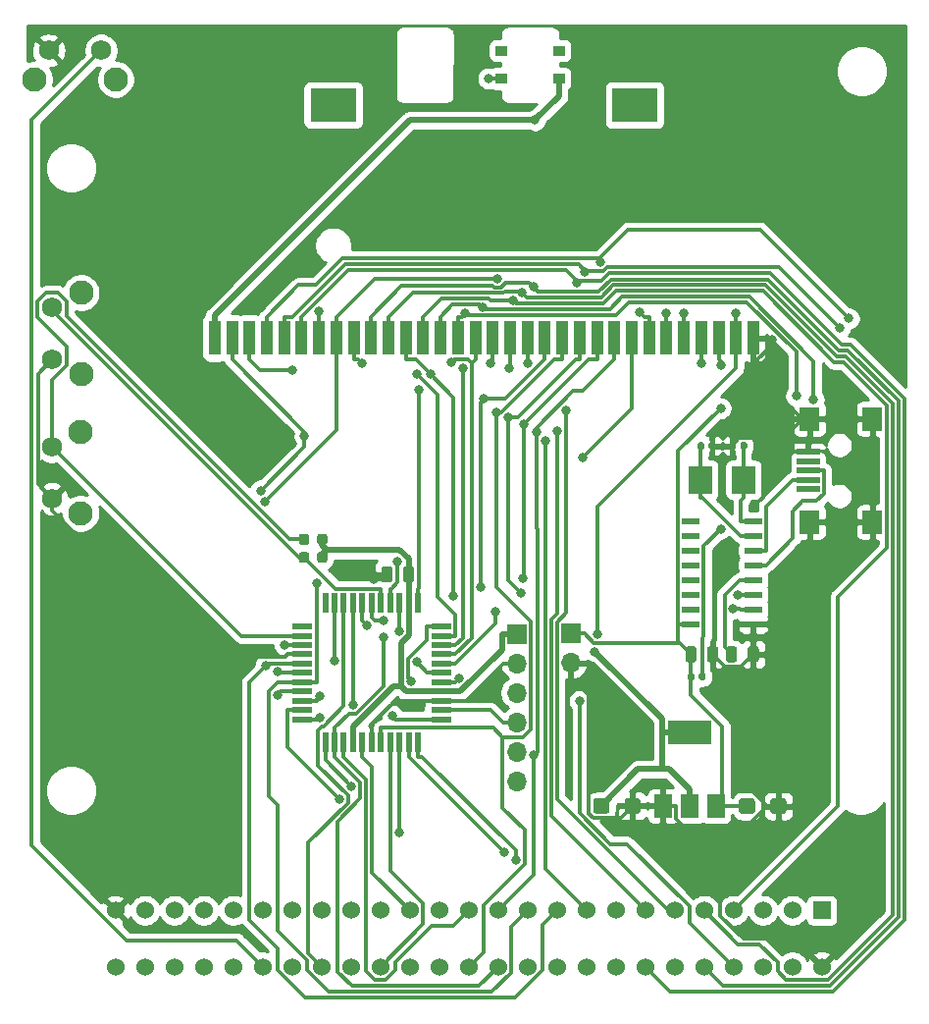
<source format=gbr>
G04 #@! TF.GenerationSoftware,KiCad,Pcbnew,(5.1.6)-1*
G04 #@! TF.CreationDate,2020-11-21T20:25:47+01:00*
G04 #@! TF.ProjectId,Dandanator CPC,44616e64-616e-4617-946f-72204350432e,rev?*
G04 #@! TF.SameCoordinates,Original*
G04 #@! TF.FileFunction,Copper,L1,Top*
G04 #@! TF.FilePolarity,Positive*
%FSLAX46Y46*%
G04 Gerber Fmt 4.6, Leading zero omitted, Abs format (unit mm)*
G04 Created by KiCad (PCBNEW (5.1.6)-1) date 2020-11-21 20:25:47*
%MOMM*%
%LPD*%
G01*
G04 APERTURE LIST*
G04 #@! TA.AperFunction,SMDPad,CuDef*
%ADD10R,4.000000X3.000000*%
G04 #@! TD*
G04 #@! TA.AperFunction,SMDPad,CuDef*
%ADD11R,1.000000X3.000000*%
G04 #@! TD*
G04 #@! TA.AperFunction,ComponentPad*
%ADD12R,1.524000X1.524000*%
G04 #@! TD*
G04 #@! TA.AperFunction,ComponentPad*
%ADD13C,1.524000*%
G04 #@! TD*
G04 #@! TA.AperFunction,SMDPad,CuDef*
%ADD14R,1.000000X0.900000*%
G04 #@! TD*
G04 #@! TA.AperFunction,ComponentPad*
%ADD15C,2.100000*%
G04 #@! TD*
G04 #@! TA.AperFunction,ComponentPad*
%ADD16C,1.750000*%
G04 #@! TD*
G04 #@! TA.AperFunction,SMDPad,CuDef*
%ADD17R,2.000000X2.400000*%
G04 #@! TD*
G04 #@! TA.AperFunction,SMDPad,CuDef*
%ADD18R,0.500000X1.800000*%
G04 #@! TD*
G04 #@! TA.AperFunction,SMDPad,CuDef*
%ADD19R,1.800000X0.500000*%
G04 #@! TD*
G04 #@! TA.AperFunction,SMDPad,CuDef*
%ADD20R,1.500000X2.000000*%
G04 #@! TD*
G04 #@! TA.AperFunction,SMDPad,CuDef*
%ADD21R,3.800000X2.000000*%
G04 #@! TD*
G04 #@! TA.AperFunction,SMDPad,CuDef*
%ADD22R,1.500000X0.600000*%
G04 #@! TD*
G04 #@! TA.AperFunction,ComponentPad*
%ADD23O,1.700000X1.700000*%
G04 #@! TD*
G04 #@! TA.AperFunction,ComponentPad*
%ADD24R,1.700000X1.700000*%
G04 #@! TD*
G04 #@! TA.AperFunction,SMDPad,CuDef*
%ADD25R,2.000000X0.500000*%
G04 #@! TD*
G04 #@! TA.AperFunction,SMDPad,CuDef*
%ADD26R,1.700000X2.000000*%
G04 #@! TD*
G04 #@! TA.AperFunction,ViaPad*
%ADD27C,0.800000*%
G04 #@! TD*
G04 #@! TA.AperFunction,Conductor*
%ADD28C,0.300000*%
G04 #@! TD*
G04 #@! TA.AperFunction,Conductor*
%ADD29C,0.500000*%
G04 #@! TD*
G04 #@! TA.AperFunction,Conductor*
%ADD30C,0.254000*%
G04 #@! TD*
G04 APERTURE END LIST*
D10*
X80508400Y-30327600D03*
X54508400Y-30327600D03*
D11*
X90778400Y-50427600D03*
X89278400Y-50427600D03*
X87778400Y-50427600D03*
X86278400Y-50427600D03*
X84778400Y-50427600D03*
X83278400Y-50427600D03*
X81778400Y-50427600D03*
X80278400Y-50427600D03*
X78778400Y-50427600D03*
X77278400Y-50427600D03*
X75778400Y-50427600D03*
X74278400Y-50427600D03*
X72778400Y-50427600D03*
X71278400Y-50427600D03*
X69778400Y-50427600D03*
X68278400Y-50427600D03*
X66778400Y-50427600D03*
X65278400Y-50427600D03*
X63778400Y-50427600D03*
X62278400Y-50427600D03*
X60778400Y-50427600D03*
X59278400Y-50427600D03*
X57778400Y-50427600D03*
X56278400Y-50427600D03*
X54778400Y-50427600D03*
X53278400Y-50427600D03*
X51778400Y-50427600D03*
X50278400Y-50427600D03*
X48778400Y-50427600D03*
X47278400Y-50427600D03*
X45778400Y-50427600D03*
X44278400Y-50427600D03*
D12*
X96680000Y-99778800D03*
D13*
X96680000Y-104630200D03*
X94140000Y-99778800D03*
X94140000Y-104630200D03*
X91600000Y-99778800D03*
X91600000Y-104630200D03*
X89060000Y-99778800D03*
X89060000Y-104630200D03*
X86520000Y-99778800D03*
X86520000Y-104630200D03*
X83980000Y-99778800D03*
X83980000Y-104630200D03*
X81440000Y-99778800D03*
X81440000Y-104630200D03*
X78900000Y-99778800D03*
X78900000Y-104630200D03*
X76360000Y-99778800D03*
X76360000Y-104630200D03*
X73820000Y-99778800D03*
X73820000Y-104630200D03*
X71280000Y-99778800D03*
X71280000Y-104630200D03*
X68740000Y-99778800D03*
X68740000Y-104630200D03*
X66200000Y-99778800D03*
X66200000Y-104630200D03*
X63660000Y-99778800D03*
X63660000Y-104630200D03*
X61120000Y-99778800D03*
X61120000Y-104630200D03*
X58580000Y-99778800D03*
X58580000Y-104630200D03*
X56040000Y-99778800D03*
X56040000Y-104630200D03*
X53500000Y-99778800D03*
X53500000Y-104630200D03*
X50960000Y-99778800D03*
X50960000Y-104630200D03*
X48420000Y-99778800D03*
X48420000Y-104630200D03*
X45880000Y-99778800D03*
X45880000Y-104630200D03*
X43340000Y-99778800D03*
X43340000Y-104630200D03*
X40800000Y-99778800D03*
X40800000Y-104630200D03*
X38260000Y-99778800D03*
X38260000Y-104630200D03*
X35720000Y-99778800D03*
X35720000Y-104630200D03*
D14*
X74004200Y-25633900D03*
X69004200Y-25633900D03*
X74004200Y-28033900D03*
X69004200Y-28033900D03*
G04 #@! TA.AperFunction,SMDPad,CuDef*
G36*
G01*
X85689900Y-79454000D02*
X85689900Y-79799000D01*
G75*
G02*
X85542400Y-79946500I-147500J0D01*
G01*
X85247400Y-79946500D01*
G75*
G02*
X85099900Y-79799000I0J147500D01*
G01*
X85099900Y-79454000D01*
G75*
G02*
X85247400Y-79306500I147500J0D01*
G01*
X85542400Y-79306500D01*
G75*
G02*
X85689900Y-79454000I0J-147500D01*
G01*
G37*
G04 #@! TD.AperFunction*
G04 #@! TA.AperFunction,SMDPad,CuDef*
G36*
G01*
X86659900Y-79454000D02*
X86659900Y-79799000D01*
G75*
G02*
X86512400Y-79946500I-147500J0D01*
G01*
X86217400Y-79946500D01*
G75*
G02*
X86069900Y-79799000I0J147500D01*
G01*
X86069900Y-79454000D01*
G75*
G02*
X86217400Y-79306500I147500J0D01*
G01*
X86512400Y-79306500D01*
G75*
G02*
X86659900Y-79454000I0J-147500D01*
G01*
G37*
G04 #@! TD.AperFunction*
D15*
X28714400Y-28105900D03*
D16*
X29964400Y-25615900D03*
X34464400Y-25615900D03*
D15*
X35724400Y-28105900D03*
X32731300Y-65522500D03*
D16*
X30241300Y-64272500D03*
X30241300Y-59772500D03*
D15*
X32731300Y-58512500D03*
X32746500Y-53522500D03*
D16*
X30256500Y-52272500D03*
X30256500Y-47772500D03*
D15*
X32746500Y-46512500D03*
D17*
X89911800Y-62644000D03*
X86211800Y-62644000D03*
D18*
X53823100Y-73296200D03*
X54623100Y-73296200D03*
X55423100Y-73296200D03*
X56223100Y-73296200D03*
X57023100Y-73296200D03*
X57823100Y-73296200D03*
X58623100Y-73296200D03*
X59423100Y-73296200D03*
X60223100Y-73296200D03*
X61023100Y-73296200D03*
X61823100Y-73296200D03*
D19*
X63823100Y-75296200D03*
X63823100Y-76096200D03*
X63823100Y-76896200D03*
X63823100Y-77696200D03*
X63823100Y-78496200D03*
X63823100Y-79296200D03*
X63823100Y-80096200D03*
X63823100Y-80896200D03*
X63823100Y-81696200D03*
X63823100Y-82496200D03*
X63823100Y-83296200D03*
D18*
X61823100Y-85296200D03*
X61023100Y-85296200D03*
X60223100Y-85296200D03*
X59423100Y-85296200D03*
X58623100Y-85296200D03*
X57823100Y-85296200D03*
X57023100Y-85296200D03*
X56223100Y-85296200D03*
X55423100Y-85296200D03*
X54623100Y-85296200D03*
X53823100Y-85296200D03*
D19*
X51823100Y-83296200D03*
X51823100Y-82496200D03*
X51823100Y-81696200D03*
X51823100Y-80896200D03*
X51823100Y-80096200D03*
X51823100Y-79296200D03*
X51823100Y-78496200D03*
X51823100Y-77696200D03*
X51823100Y-76896200D03*
X51823100Y-76096200D03*
X51823100Y-75296200D03*
D20*
X82955100Y-90774900D03*
X87555100Y-90774900D03*
X85255100Y-90774900D03*
D21*
X85255100Y-84474900D03*
D22*
X85361800Y-75090000D03*
X85361800Y-73820000D03*
X85361800Y-72550000D03*
X85361800Y-71280000D03*
X85361800Y-70010000D03*
X85361800Y-68740000D03*
X85361800Y-67470000D03*
X85361800Y-66200000D03*
X90761800Y-66200000D03*
X90761800Y-67470000D03*
X90761800Y-68740000D03*
X90761800Y-70010000D03*
X90761800Y-71280000D03*
X90761800Y-72550000D03*
X90761800Y-73820000D03*
X90761800Y-75090000D03*
G04 #@! TA.AperFunction,SMDPad,CuDef*
G36*
G01*
X52423600Y-67528750D02*
X52423600Y-68041250D01*
G75*
G02*
X52204850Y-68260000I-218750J0D01*
G01*
X51767350Y-68260000D01*
G75*
G02*
X51548600Y-68041250I0J218750D01*
G01*
X51548600Y-67528750D01*
G75*
G02*
X51767350Y-67310000I218750J0D01*
G01*
X52204850Y-67310000D01*
G75*
G02*
X52423600Y-67528750I0J-218750D01*
G01*
G37*
G04 #@! TD.AperFunction*
G04 #@! TA.AperFunction,SMDPad,CuDef*
G36*
G01*
X53998600Y-67528750D02*
X53998600Y-68041250D01*
G75*
G02*
X53779850Y-68260000I-218750J0D01*
G01*
X53342350Y-68260000D01*
G75*
G02*
X53123600Y-68041250I0J218750D01*
G01*
X53123600Y-67528750D01*
G75*
G02*
X53342350Y-67310000I218750J0D01*
G01*
X53779850Y-67310000D01*
G75*
G02*
X53998600Y-67528750I0J-218750D01*
G01*
G37*
G04 #@! TD.AperFunction*
G04 #@! TA.AperFunction,SMDPad,CuDef*
G36*
G01*
X52428700Y-69090850D02*
X52428700Y-69603350D01*
G75*
G02*
X52209950Y-69822100I-218750J0D01*
G01*
X51772450Y-69822100D01*
G75*
G02*
X51553700Y-69603350I0J218750D01*
G01*
X51553700Y-69090850D01*
G75*
G02*
X51772450Y-68872100I218750J0D01*
G01*
X52209950Y-68872100D01*
G75*
G02*
X52428700Y-69090850I0J-218750D01*
G01*
G37*
G04 #@! TD.AperFunction*
G04 #@! TA.AperFunction,SMDPad,CuDef*
G36*
G01*
X54003700Y-69090850D02*
X54003700Y-69603350D01*
G75*
G02*
X53784950Y-69822100I-218750J0D01*
G01*
X53347450Y-69822100D01*
G75*
G02*
X53128700Y-69603350I0J218750D01*
G01*
X53128700Y-69090850D01*
G75*
G02*
X53347450Y-68872100I218750J0D01*
G01*
X53784950Y-68872100D01*
G75*
G02*
X54003700Y-69090850I0J-218750D01*
G01*
G37*
G04 #@! TD.AperFunction*
D23*
X70368100Y-88635800D03*
X70368100Y-86095800D03*
X70368100Y-83555800D03*
X70368100Y-81015800D03*
X70368100Y-78475800D03*
D24*
X70368100Y-75935800D03*
D25*
X95514200Y-63438800D03*
X95514200Y-62638800D03*
X95514200Y-61838800D03*
X95514200Y-61038800D03*
X95514200Y-60238800D03*
D26*
X95614200Y-66288800D03*
X101064200Y-66288800D03*
X95614200Y-57388800D03*
X101064200Y-57388800D03*
D23*
X75029000Y-78458000D03*
D24*
X75029000Y-75918000D03*
G04 #@! TA.AperFunction,SMDPad,CuDef*
G36*
G01*
X59633700Y-70356350D02*
X59633700Y-71268850D01*
G75*
G02*
X59389950Y-71512600I-243750J0D01*
G01*
X58902450Y-71512600D01*
G75*
G02*
X58658700Y-71268850I0J243750D01*
G01*
X58658700Y-70356350D01*
G75*
G02*
X58902450Y-70112600I243750J0D01*
G01*
X59389950Y-70112600D01*
G75*
G02*
X59633700Y-70356350I0J-243750D01*
G01*
G37*
G04 #@! TD.AperFunction*
G04 #@! TA.AperFunction,SMDPad,CuDef*
G36*
G01*
X61508700Y-70356350D02*
X61508700Y-71268850D01*
G75*
G02*
X61264950Y-71512600I-243750J0D01*
G01*
X60777450Y-71512600D01*
G75*
G02*
X60533700Y-71268850I0J243750D01*
G01*
X60533700Y-70356350D01*
G75*
G02*
X60777450Y-70112600I243750J0D01*
G01*
X61264950Y-70112600D01*
G75*
G02*
X61508700Y-70356350I0J-243750D01*
G01*
G37*
G04 #@! TD.AperFunction*
G04 #@! TA.AperFunction,SMDPad,CuDef*
G36*
G01*
X79646500Y-91204601D02*
X79646500Y-90354599D01*
G75*
G02*
X79896499Y-90104600I249999J0D01*
G01*
X80796501Y-90104600D01*
G75*
G02*
X81046500Y-90354599I0J-249999D01*
G01*
X81046500Y-91204601D01*
G75*
G02*
X80796501Y-91454600I-249999J0D01*
G01*
X79896499Y-91454600D01*
G75*
G02*
X79646500Y-91204601I0J249999D01*
G01*
G37*
G04 #@! TD.AperFunction*
G04 #@! TA.AperFunction,SMDPad,CuDef*
G36*
G01*
X76946500Y-91204601D02*
X76946500Y-90354599D01*
G75*
G02*
X77196499Y-90104600I249999J0D01*
G01*
X78096501Y-90104600D01*
G75*
G02*
X78346500Y-90354599I0J-249999D01*
G01*
X78346500Y-91204601D01*
G75*
G02*
X78096501Y-91454600I-249999J0D01*
G01*
X77196499Y-91454600D01*
G75*
G02*
X76946500Y-91204601I0J249999D01*
G01*
G37*
G04 #@! TD.AperFunction*
G04 #@! TA.AperFunction,SMDPad,CuDef*
G36*
G01*
X92222100Y-91212201D02*
X92222100Y-90362199D01*
G75*
G02*
X92472099Y-90112200I249999J0D01*
G01*
X93372101Y-90112200D01*
G75*
G02*
X93622100Y-90362199I0J-249999D01*
G01*
X93622100Y-91212201D01*
G75*
G02*
X93372101Y-91462200I-249999J0D01*
G01*
X92472099Y-91462200D01*
G75*
G02*
X92222100Y-91212201I0J249999D01*
G01*
G37*
G04 #@! TD.AperFunction*
G04 #@! TA.AperFunction,SMDPad,CuDef*
G36*
G01*
X89522100Y-91212201D02*
X89522100Y-90362199D01*
G75*
G02*
X89772099Y-90112200I249999J0D01*
G01*
X90672101Y-90112200D01*
G75*
G02*
X90922100Y-90362199I0J-249999D01*
G01*
X90922100Y-91212201D01*
G75*
G02*
X90672101Y-91462200I-249999J0D01*
G01*
X89772099Y-91462200D01*
G75*
G02*
X89522100Y-91212201I0J249999D01*
G01*
G37*
G04 #@! TD.AperFunction*
G04 #@! TA.AperFunction,SMDPad,CuDef*
G36*
G01*
X86771900Y-78149750D02*
X86771900Y-77237250D01*
G75*
G02*
X87015650Y-76993500I243750J0D01*
G01*
X87503150Y-76993500D01*
G75*
G02*
X87746900Y-77237250I0J-243750D01*
G01*
X87746900Y-78149750D01*
G75*
G02*
X87503150Y-78393500I-243750J0D01*
G01*
X87015650Y-78393500D01*
G75*
G02*
X86771900Y-78149750I0J243750D01*
G01*
G37*
G04 #@! TD.AperFunction*
G04 #@! TA.AperFunction,SMDPad,CuDef*
G36*
G01*
X84896900Y-78149750D02*
X84896900Y-77237250D01*
G75*
G02*
X85140650Y-76993500I243750J0D01*
G01*
X85628150Y-76993500D01*
G75*
G02*
X85871900Y-77237250I0J-243750D01*
G01*
X85871900Y-78149750D01*
G75*
G02*
X85628150Y-78393500I-243750J0D01*
G01*
X85140650Y-78393500D01*
G75*
G02*
X84896900Y-78149750I0J243750D01*
G01*
G37*
G04 #@! TD.AperFunction*
G04 #@! TA.AperFunction,SMDPad,CuDef*
G36*
G01*
X90277100Y-78149750D02*
X90277100Y-77237250D01*
G75*
G02*
X90520850Y-76993500I243750J0D01*
G01*
X91008350Y-76993500D01*
G75*
G02*
X91252100Y-77237250I0J-243750D01*
G01*
X91252100Y-78149750D01*
G75*
G02*
X91008350Y-78393500I-243750J0D01*
G01*
X90520850Y-78393500D01*
G75*
G02*
X90277100Y-78149750I0J243750D01*
G01*
G37*
G04 #@! TD.AperFunction*
G04 #@! TA.AperFunction,SMDPad,CuDef*
G36*
G01*
X88402100Y-78149750D02*
X88402100Y-77237250D01*
G75*
G02*
X88645850Y-76993500I243750J0D01*
G01*
X89133350Y-76993500D01*
G75*
G02*
X89377100Y-77237250I0J-243750D01*
G01*
X89377100Y-78149750D01*
G75*
G02*
X89133350Y-78393500I-243750J0D01*
G01*
X88645850Y-78393500D01*
G75*
G02*
X88402100Y-78149750I0J243750D01*
G01*
G37*
G04 #@! TD.AperFunction*
G04 #@! TA.AperFunction,SMDPad,CuDef*
G36*
G01*
X89268800Y-59550500D02*
X89268800Y-59895500D01*
G75*
G02*
X89121300Y-60043000I-147500J0D01*
G01*
X88826300Y-60043000D01*
G75*
G02*
X88678800Y-59895500I0J147500D01*
G01*
X88678800Y-59550500D01*
G75*
G02*
X88826300Y-59403000I147500J0D01*
G01*
X89121300Y-59403000D01*
G75*
G02*
X89268800Y-59550500I0J-147500D01*
G01*
G37*
G04 #@! TD.AperFunction*
G04 #@! TA.AperFunction,SMDPad,CuDef*
G36*
G01*
X90238800Y-59550500D02*
X90238800Y-59895500D01*
G75*
G02*
X90091300Y-60043000I-147500J0D01*
G01*
X89796300Y-60043000D01*
G75*
G02*
X89648800Y-59895500I0J147500D01*
G01*
X89648800Y-59550500D01*
G75*
G02*
X89796300Y-59403000I147500J0D01*
G01*
X90091300Y-59403000D01*
G75*
G02*
X90238800Y-59550500I0J-147500D01*
G01*
G37*
G04 #@! TD.AperFunction*
G04 #@! TA.AperFunction,SMDPad,CuDef*
G36*
G01*
X86918300Y-59895500D02*
X86918300Y-59550500D01*
G75*
G02*
X87065800Y-59403000I147500J0D01*
G01*
X87360800Y-59403000D01*
G75*
G02*
X87508300Y-59550500I0J-147500D01*
G01*
X87508300Y-59895500D01*
G75*
G02*
X87360800Y-60043000I-147500J0D01*
G01*
X87065800Y-60043000D01*
G75*
G02*
X86918300Y-59895500I0J147500D01*
G01*
G37*
G04 #@! TD.AperFunction*
G04 #@! TA.AperFunction,SMDPad,CuDef*
G36*
G01*
X85948300Y-59895500D02*
X85948300Y-59550500D01*
G75*
G02*
X86095800Y-59403000I147500J0D01*
G01*
X86390800Y-59403000D01*
G75*
G02*
X86538300Y-59550500I0J-147500D01*
G01*
X86538300Y-59895500D01*
G75*
G02*
X86390800Y-60043000I-147500J0D01*
G01*
X86095800Y-60043000D01*
G75*
G02*
X85948300Y-59895500I0J147500D01*
G01*
G37*
G04 #@! TD.AperFunction*
D27*
X92353700Y-50563100D03*
X58042400Y-71254600D03*
X71924000Y-31627700D03*
X77101800Y-77450200D03*
X55027500Y-90193300D03*
X53341100Y-81314100D03*
X53338600Y-83121100D03*
X69306200Y-94754100D03*
X65904700Y-48315900D03*
X94465700Y-55397600D03*
X70046500Y-47162300D03*
X70821100Y-46484800D03*
X74615100Y-56646700D03*
X56993200Y-52630100D03*
X73828700Y-58475700D03*
X53278400Y-48141500D03*
X76257500Y-44766100D03*
X98213600Y-49527700D03*
X51004900Y-53188600D03*
X72809300Y-59244400D03*
X84778400Y-48308800D03*
X48694500Y-78683900D03*
X80978500Y-48162100D03*
X53073400Y-71525000D03*
X72045800Y-58562900D03*
X71848900Y-86374900D03*
X56107400Y-89113400D03*
X70735200Y-72435100D03*
X69607900Y-57281800D03*
X70280200Y-95460600D03*
X95967600Y-55743900D03*
X67373000Y-47739100D03*
X64904900Y-72668400D03*
X75792900Y-81729000D03*
X62939700Y-53563900D03*
X71777600Y-46026600D03*
X68696100Y-45290700D03*
X48589200Y-64574500D03*
X75572800Y-45635200D03*
X77540100Y-43839600D03*
X99033200Y-48738500D03*
X52040100Y-58890000D03*
X48257000Y-63574100D03*
X83212100Y-48309700D03*
X49683900Y-79222300D03*
X76005500Y-60751900D03*
X49706100Y-81192900D03*
X70972300Y-57849000D03*
X70878900Y-71128800D03*
X58844300Y-76192400D03*
X68615000Y-56842400D03*
X68553400Y-74009000D03*
X60223100Y-93093100D03*
X65342700Y-79812900D03*
X61240000Y-80018900D03*
X59613900Y-82998100D03*
X61721800Y-78377800D03*
X77345500Y-75949500D03*
X89278400Y-48314000D03*
X56209900Y-82053700D03*
X54623100Y-78217800D03*
X57386600Y-75181600D03*
X89396300Y-72550000D03*
X58818600Y-74810800D03*
X89037600Y-73754100D03*
X50320200Y-76857500D03*
X87953400Y-52759000D03*
X71278400Y-52609400D03*
X61922700Y-54893900D03*
X64710900Y-52550500D03*
X68074100Y-52566400D03*
X65694600Y-53045300D03*
X69738500Y-53054900D03*
X61733400Y-53504600D03*
X67534600Y-55658800D03*
X67225300Y-71913200D03*
X60191400Y-75691800D03*
X60037800Y-69702400D03*
X86278400Y-52559200D03*
X87947000Y-56480400D03*
X67902000Y-28036500D03*
X87954600Y-66867400D03*
D28*
X91138700Y-52277900D02*
X90778400Y-52277900D01*
X95014100Y-57388800D02*
X91138700Y-53513400D01*
X91138700Y-53513400D02*
X91138700Y-52277900D01*
X91138700Y-52277900D02*
X91138700Y-52277800D01*
X91138700Y-52277800D02*
X92353700Y-51062800D01*
X92353700Y-51062800D02*
X92353700Y-50563100D01*
X91960300Y-90787200D02*
X92922100Y-90787200D01*
X87922000Y-94667600D02*
X88079900Y-94667600D01*
X88079900Y-94667600D02*
X91960300Y-90787200D01*
X91960300Y-90787200D02*
X89694400Y-88521300D01*
X89694400Y-88521300D02*
X89694400Y-78763700D01*
X89694400Y-78763700D02*
X88329600Y-78763700D01*
X88329600Y-78763700D02*
X87259400Y-77693500D01*
X90764600Y-77693500D02*
X89694400Y-78763700D01*
X90772900Y-75090000D02*
X90764600Y-75098300D01*
X90764600Y-75098300D02*
X90764600Y-77693500D01*
X63823100Y-81696200D02*
X59839500Y-81696200D01*
X59839500Y-81696200D02*
X57823100Y-83712600D01*
X57823100Y-83712600D02*
X57823100Y-84045900D01*
X90761800Y-75090000D02*
X90772900Y-75090000D01*
X90892500Y-75090000D02*
X90772900Y-75090000D01*
X90892500Y-75090000D02*
X91862100Y-75090000D01*
X80346500Y-90779600D02*
X79306600Y-91819500D01*
X79306600Y-91819500D02*
X76957500Y-91819500D01*
X76957500Y-91819500D02*
X76565400Y-91427400D01*
X76565400Y-91427400D02*
X76565400Y-81194700D01*
X76565400Y-81194700D02*
X75029000Y-79658300D01*
X75029000Y-78458000D02*
X75029000Y-79658300D01*
X82955100Y-90774900D02*
X80351200Y-90774900D01*
X80351200Y-90774900D02*
X80346500Y-90779600D01*
X90778400Y-50427600D02*
X90778400Y-52277900D01*
X95014100Y-57388800D02*
X94163900Y-58239000D01*
X94163900Y-58239000D02*
X94163900Y-59028600D01*
X94163900Y-59028600D02*
X94163900Y-60238800D01*
X88973800Y-59723000D02*
X88973800Y-59602100D01*
X88973800Y-59602100D02*
X89547300Y-59028600D01*
X89547300Y-59028600D02*
X94163900Y-59028600D01*
X87213300Y-59723000D02*
X88973800Y-59723000D01*
X70368100Y-78475800D02*
X69167800Y-78475800D01*
X69167800Y-78475800D02*
X65947400Y-81696200D01*
X65947400Y-81696200D02*
X63823100Y-81696200D01*
X57823100Y-85296200D02*
X57823100Y-84045900D01*
X95514200Y-60238800D02*
X94163900Y-60238800D01*
X95614200Y-57388800D02*
X95014100Y-57388800D01*
X30241300Y-64272500D02*
X29015900Y-63047100D01*
X29015900Y-63047100D02*
X29015900Y-53513100D01*
X29015900Y-53513100D02*
X30256500Y-52272500D01*
X42861100Y-77894000D02*
X30241300Y-65274200D01*
X30241300Y-65274200D02*
X30241300Y-64272500D01*
X87922000Y-94667600D02*
X86847800Y-94667600D01*
X86847800Y-94667600D02*
X84055400Y-91875200D01*
X84055400Y-91875200D02*
X84055400Y-90774900D01*
X96680000Y-104630200D02*
X94254300Y-102204500D01*
X94254300Y-102204500D02*
X89901300Y-102204500D01*
X89901300Y-102204500D02*
X87922000Y-100225200D01*
X87922000Y-100225200D02*
X87922000Y-94667600D01*
X82955100Y-90774900D02*
X84055400Y-90774900D01*
X58042400Y-71254600D02*
X58704200Y-71254600D01*
X58704200Y-71254600D02*
X59146200Y-70812600D01*
X95764300Y-66288800D02*
X95764300Y-71187800D01*
X95764300Y-71187800D02*
X91862100Y-75090000D01*
X95764300Y-66288800D02*
X95914300Y-66288800D01*
X95614200Y-66288800D02*
X95764300Y-66288800D01*
X42861100Y-77894000D02*
X42861100Y-92637700D01*
X42861100Y-92637700D02*
X35720000Y-99778800D01*
X42861100Y-77894000D02*
X50375000Y-77894000D01*
X50375000Y-77894000D02*
X50572800Y-77696200D01*
X95914300Y-66288800D02*
X99863900Y-66288800D01*
X101064200Y-66288800D02*
X99863900Y-66288800D01*
X95614200Y-57388800D02*
X101064200Y-57388800D01*
X51823100Y-77696200D02*
X50572800Y-77696200D01*
X101064200Y-57388800D02*
X101064200Y-66288800D01*
X90761800Y-67470000D02*
X89661500Y-67470000D01*
X86211800Y-62644000D02*
X86211800Y-64194300D01*
X86211800Y-64194300D02*
X86385800Y-64194300D01*
X86385800Y-64194300D02*
X89661500Y-67470000D01*
X86243300Y-59723000D02*
X86211800Y-59754500D01*
X86211800Y-59754500D02*
X86211800Y-62644000D01*
X89911800Y-62644000D02*
X89911800Y-61093700D01*
X89943800Y-59723000D02*
X89943800Y-61061700D01*
X89943800Y-61061700D02*
X89911800Y-61093700D01*
X89911800Y-62644000D02*
X89911800Y-64194300D01*
X90761800Y-66200000D02*
X89661500Y-66200000D01*
X89661500Y-66200000D02*
X89661500Y-64444600D01*
X89661500Y-64444600D02*
X89911800Y-64194300D01*
X88889600Y-77693500D02*
X88283200Y-77087100D01*
X88283200Y-77087100D02*
X88283200Y-72596800D01*
X88283200Y-72596800D02*
X89600000Y-71280000D01*
X89600000Y-71280000D02*
X90761800Y-71280000D01*
D29*
X44278400Y-50427600D02*
X44278400Y-48477300D01*
X44278400Y-48477300D02*
X61128000Y-31627700D01*
X61128000Y-31627700D02*
X71924000Y-31627700D01*
X74004200Y-28033900D02*
X74004200Y-29547500D01*
X74004200Y-29547500D02*
X71924000Y-31627700D01*
X60371200Y-80468700D02*
X60371200Y-76714600D01*
X60371200Y-76714600D02*
X61041700Y-76044100D01*
X61041700Y-76044100D02*
X61041700Y-74665100D01*
X61041700Y-74665100D02*
X61023100Y-74646500D01*
X77101800Y-77450200D02*
X82904800Y-83253200D01*
X82904800Y-83253200D02*
X82904800Y-84474900D01*
X60371200Y-80468700D02*
X60798700Y-80896200D01*
X60798700Y-80896200D02*
X62472800Y-80896200D01*
X56223100Y-83945900D02*
X56227800Y-83945900D01*
X56227800Y-83945900D02*
X59705000Y-80468700D01*
X59705000Y-80468700D02*
X60371200Y-80468700D01*
X65173400Y-80896200D02*
X65462000Y-80896200D01*
X65462000Y-80896200D02*
X69067800Y-77290400D01*
X69067800Y-77290400D02*
X69067800Y-75935800D01*
X63823100Y-80896200D02*
X65173400Y-80896200D01*
X70368100Y-75935800D02*
X69067800Y-75935800D01*
X82904800Y-87598000D02*
X83528500Y-87598000D01*
X83528500Y-87598000D02*
X85255100Y-89324600D01*
X77646500Y-90779600D02*
X80828100Y-87598000D01*
X80828100Y-87598000D02*
X82904800Y-87598000D01*
X82904800Y-87598000D02*
X82904800Y-84474900D01*
X85255100Y-90774900D02*
X85255100Y-89324600D01*
X85255100Y-84474900D02*
X82904800Y-84474900D01*
X61021200Y-70812600D02*
X61021200Y-69483200D01*
X61021200Y-69483200D02*
X60250200Y-68712200D01*
X60250200Y-68712200D02*
X53977100Y-68712200D01*
X56223100Y-85296200D02*
X56223100Y-83945900D01*
X53977100Y-68712200D02*
X53566200Y-69123100D01*
X53566200Y-69123100D02*
X53566200Y-69347100D01*
X53561100Y-67785000D02*
X53561100Y-68296200D01*
X53561100Y-68296200D02*
X53977100Y-68712200D01*
X61021200Y-70812600D02*
X61023100Y-70814500D01*
X61023100Y-70814500D02*
X61023100Y-73296200D01*
X61023100Y-73296200D02*
X61023100Y-74646500D01*
X63823100Y-80896200D02*
X62472800Y-80896200D01*
D28*
X90761800Y-70010000D02*
X91862100Y-70010000D01*
X95514200Y-61838800D02*
X96864500Y-61838800D01*
X96864500Y-61838800D02*
X96864500Y-63836100D01*
X96864500Y-63836100D02*
X96211800Y-64488800D01*
X96211800Y-64488800D02*
X95044000Y-64488800D01*
X95044000Y-64488800D02*
X94163900Y-65368900D01*
X94163900Y-65368900D02*
X94163900Y-67708200D01*
X94163900Y-67708200D02*
X91862100Y-70010000D01*
X90761800Y-68740000D02*
X91862100Y-68740000D01*
X95514200Y-62638800D02*
X94163900Y-62638800D01*
X94163900Y-62638800D02*
X91862100Y-64940600D01*
X91862100Y-64940600D02*
X91862100Y-68740000D01*
X50572800Y-82496200D02*
X50572800Y-85738600D01*
X50572800Y-85738600D02*
X55027500Y-90193300D01*
X51823100Y-82496200D02*
X50572800Y-82496200D01*
X53073400Y-81696200D02*
X53073400Y-81581800D01*
X53073400Y-81581800D02*
X53341100Y-81314100D01*
X51823100Y-81696200D02*
X53073400Y-81696200D01*
X70368100Y-83555800D02*
X69167800Y-83555800D01*
X69167800Y-83555800D02*
X68108200Y-82496200D01*
X68108200Y-82496200D02*
X63823100Y-82496200D01*
X53338600Y-83121100D02*
X53248500Y-83121100D01*
X53248500Y-83121100D02*
X53073400Y-83296200D01*
X51823100Y-83296200D02*
X53073400Y-83296200D01*
X61023100Y-86546500D02*
X61098600Y-86546500D01*
X61098600Y-86546500D02*
X69306200Y-94754100D01*
X61023100Y-85296200D02*
X61023100Y-86546500D01*
X65904700Y-48315900D02*
X66078200Y-48489400D01*
X66078200Y-48489400D02*
X78904000Y-48489400D01*
X78904000Y-48489400D02*
X80026300Y-47367100D01*
X80026300Y-47367100D02*
X90227700Y-47367100D01*
X90227700Y-47367100D02*
X94465700Y-51605100D01*
X94465700Y-51605100D02*
X94465700Y-55397600D01*
X65278400Y-48577300D02*
X65643300Y-48577300D01*
X65643300Y-48577300D02*
X65904700Y-48315900D01*
X65278400Y-50427600D02*
X65278400Y-48577300D01*
X62278400Y-48577300D02*
X63866900Y-46988800D01*
X63866900Y-46988800D02*
X67918200Y-46988800D01*
X67918200Y-46988800D02*
X68091700Y-47162300D01*
X68091700Y-47162300D02*
X70046500Y-47162300D01*
X89060000Y-99778800D02*
X98077000Y-90761800D01*
X98077000Y-90761800D02*
X98077000Y-72725400D01*
X98077000Y-72725400D02*
X102299800Y-68502600D01*
X102299800Y-68502600D02*
X102299800Y-56266800D01*
X102299800Y-56266800D02*
X98534500Y-52501500D01*
X98534500Y-52501500D02*
X97742400Y-52501500D01*
X97742400Y-52501500D02*
X91602800Y-46361900D01*
X91602800Y-46361900D02*
X78909100Y-46361900D01*
X78909100Y-46361900D02*
X77856300Y-47414700D01*
X77856300Y-47414700D02*
X70298900Y-47414700D01*
X70298900Y-47414700D02*
X70046500Y-47162300D01*
X62278400Y-50427600D02*
X62278400Y-48577300D01*
X59278400Y-48577300D02*
X61383100Y-46472600D01*
X61383100Y-46472600D02*
X68109500Y-46472600D01*
X68109500Y-46472600D02*
X68178200Y-46541300D01*
X68178200Y-46541300D02*
X69214100Y-46541300D01*
X69214100Y-46541300D02*
X69351400Y-46404000D01*
X69351400Y-46404000D02*
X70740300Y-46404000D01*
X70740300Y-46404000D02*
X70821100Y-46484800D01*
X86520000Y-99778800D02*
X89446100Y-102704900D01*
X89446100Y-102704900D02*
X91310200Y-102704900D01*
X91310200Y-102704900D02*
X92870100Y-104264800D01*
X92870100Y-104264800D02*
X92870100Y-105003800D01*
X92870100Y-105003800D02*
X93608900Y-105742600D01*
X93608900Y-105742600D02*
X97206600Y-105742600D01*
X97206600Y-105742600D02*
X102800100Y-100149100D01*
X102800100Y-100149100D02*
X102800100Y-56059600D01*
X102800100Y-56059600D02*
X98741700Y-52001200D01*
X98741700Y-52001200D02*
X97949600Y-52001200D01*
X97949600Y-52001200D02*
X91810000Y-45861600D01*
X91810000Y-45861600D02*
X78701800Y-45861600D01*
X78701800Y-45861600D02*
X77649000Y-46914400D01*
X77649000Y-46914400D02*
X71250700Y-46914400D01*
X71250700Y-46914400D02*
X70821100Y-46484800D01*
X59278400Y-50427600D02*
X59278400Y-48577300D01*
X83980000Y-99778800D02*
X83449400Y-99778800D01*
X83449400Y-99778800D02*
X73828700Y-90158100D01*
X73828700Y-90158100D02*
X73828700Y-74922900D01*
X73828700Y-74922900D02*
X74615100Y-74136500D01*
X74615100Y-74136500D02*
X74615100Y-56646700D01*
X56278400Y-50427600D02*
X56278400Y-52277900D01*
X56993200Y-52630100D02*
X56641000Y-52277900D01*
X56641000Y-52277900D02*
X56278400Y-52277900D01*
X73828700Y-58475700D02*
X73828700Y-74215400D01*
X73828700Y-74215400D02*
X73328400Y-74715700D01*
X73328400Y-74715700D02*
X73328400Y-91667200D01*
X73328400Y-91667200D02*
X81440000Y-99778800D01*
X53278400Y-48141500D02*
X53278400Y-50427600D01*
X98213600Y-49527700D02*
X92991200Y-44305300D01*
X92991200Y-44305300D02*
X78135600Y-44305300D01*
X78135600Y-44305300D02*
X77811200Y-44629700D01*
X77811200Y-44629700D02*
X76257500Y-44629700D01*
X76257500Y-44629700D02*
X75667900Y-44040100D01*
X75667900Y-44040100D02*
X55523100Y-44040100D01*
X55523100Y-44040100D02*
X50985900Y-48577300D01*
X50985900Y-48577300D02*
X50278400Y-48577300D01*
X76257500Y-44629700D02*
X76257500Y-44766100D01*
X50278400Y-50427600D02*
X50278400Y-48577300D01*
X76360000Y-99778800D02*
X72809300Y-96228100D01*
X72809300Y-96228100D02*
X72809300Y-59244400D01*
X51004900Y-53188600D02*
X48189100Y-53188600D01*
X48189100Y-53188600D02*
X47278400Y-52277900D01*
X47278400Y-50427600D02*
X47278400Y-52277900D01*
X84778400Y-48577300D02*
X84778400Y-48308800D01*
X84778400Y-50427600D02*
X84778400Y-48577300D01*
X48694500Y-78683900D02*
X47246500Y-80131900D01*
X47246500Y-80131900D02*
X47246500Y-100587400D01*
X47246500Y-100587400D02*
X49690000Y-103030900D01*
X49690000Y-103030900D02*
X49690000Y-104943100D01*
X49690000Y-104943100D02*
X52071800Y-107324900D01*
X52071800Y-107324900D02*
X70166900Y-107324900D01*
X70166900Y-107324900D02*
X72550000Y-104941800D01*
X72550000Y-104941800D02*
X72550000Y-101048800D01*
X72550000Y-101048800D02*
X73820000Y-99778800D01*
X50572800Y-78496200D02*
X50548600Y-78472000D01*
X50548600Y-78472000D02*
X48906400Y-78472000D01*
X48906400Y-78472000D02*
X48694500Y-78683900D01*
X51823100Y-78496200D02*
X50572800Y-78496200D01*
X51823100Y-80096200D02*
X49673400Y-80096200D01*
X49673400Y-80096200D02*
X48923400Y-80846200D01*
X48923400Y-80846200D02*
X48923400Y-89921100D01*
X48923400Y-89921100D02*
X49690000Y-90687700D01*
X49690000Y-90687700D02*
X49690000Y-101527900D01*
X49690000Y-101527900D02*
X52230000Y-104067900D01*
X52230000Y-104067900D02*
X52230000Y-104934500D01*
X52230000Y-104934500D02*
X54120000Y-106824500D01*
X54120000Y-106824500D02*
X68163000Y-106824500D01*
X68163000Y-106824500D02*
X69852400Y-105135100D01*
X69852400Y-105135100D02*
X69852400Y-101206400D01*
X69852400Y-101206400D02*
X71280000Y-99778800D01*
X52448300Y-80096200D02*
X51823100Y-80096200D01*
X80978500Y-48162100D02*
X81393700Y-48577300D01*
X81393700Y-48577300D02*
X81778400Y-48577300D01*
X81778400Y-50427600D02*
X81778400Y-48577300D01*
X53073400Y-80096200D02*
X53073400Y-71525000D01*
X52448300Y-80096200D02*
X53073400Y-80096200D01*
X78778400Y-52277900D02*
X76059800Y-54996500D01*
X76059800Y-54996500D02*
X75204300Y-54996500D01*
X75204300Y-54996500D02*
X72045800Y-58155000D01*
X72045800Y-58155000D02*
X72045800Y-58562900D01*
X72045800Y-58562900D02*
X72045800Y-66836000D01*
X72045800Y-66836000D02*
X72111600Y-66901800D01*
X72111600Y-66901800D02*
X72111600Y-86112200D01*
X72111600Y-86112200D02*
X71848900Y-86374900D01*
X68740000Y-99778800D02*
X71848900Y-96669900D01*
X71848900Y-96669900D02*
X71848900Y-86374900D01*
X53823100Y-85296200D02*
X53823100Y-86829100D01*
X53823100Y-86829100D02*
X56107400Y-89113400D01*
X78778400Y-50427600D02*
X78778400Y-52277900D01*
X70735200Y-72435100D02*
X69607900Y-71307800D01*
X69607900Y-71307800D02*
X69607900Y-57281800D01*
X55423100Y-86546500D02*
X57358000Y-88481400D01*
X57358000Y-88481400D02*
X57358000Y-105035900D01*
X57358000Y-105035900D02*
X58109600Y-105787500D01*
X58109600Y-105787500D02*
X59003400Y-105787500D01*
X59003400Y-105787500D02*
X59850000Y-104940900D01*
X59850000Y-104940900D02*
X59850000Y-104252900D01*
X59850000Y-104252900D02*
X63024100Y-101078800D01*
X63024100Y-101078800D02*
X64900000Y-101078800D01*
X64900000Y-101078800D02*
X66200000Y-99778800D01*
X69607900Y-57281800D02*
X70477400Y-57281800D01*
X70477400Y-57281800D02*
X75481300Y-52277900D01*
X75481300Y-52277900D02*
X75778400Y-52277900D01*
X75778400Y-50427600D02*
X75778400Y-52277900D01*
X55423100Y-85296200D02*
X55423100Y-86546500D01*
X61120000Y-99778800D02*
X57858300Y-96517100D01*
X57858300Y-96517100D02*
X57858300Y-87381700D01*
X57858300Y-87381700D02*
X57023100Y-86546500D01*
X57023100Y-85296200D02*
X57023100Y-86546500D01*
X61823100Y-85296200D02*
X61823100Y-86546500D01*
X61823100Y-86546500D02*
X62198300Y-86546500D01*
X62198300Y-86546500D02*
X70280200Y-94628400D01*
X70280200Y-94628400D02*
X70280200Y-95460600D01*
X67373000Y-47739100D02*
X67560400Y-47926500D01*
X67560400Y-47926500D02*
X78405600Y-47926500D01*
X78405600Y-47926500D02*
X79467600Y-46864500D01*
X79467600Y-46864500D02*
X90434900Y-46864500D01*
X90434900Y-46864500D02*
X95967600Y-52397200D01*
X95967600Y-52397200D02*
X95967600Y-55743900D01*
X63778400Y-50427600D02*
X63778400Y-48577300D01*
X63778400Y-48577300D02*
X64818200Y-47537500D01*
X64818200Y-47537500D02*
X67171400Y-47537500D01*
X67171400Y-47537500D02*
X67373000Y-47739100D01*
X62939700Y-53563900D02*
X64904900Y-55529100D01*
X64904900Y-55529100D02*
X64904900Y-72668400D01*
X89060000Y-104630200D02*
X85250000Y-100820200D01*
X85250000Y-100820200D02*
X85250000Y-99453600D01*
X85250000Y-99453600D02*
X79843300Y-94046900D01*
X79843300Y-94046900D02*
X78425200Y-94046900D01*
X78425200Y-94046900D02*
X75792900Y-91414600D01*
X75792900Y-91414600D02*
X75792900Y-81729000D01*
X62939700Y-53563900D02*
X61653700Y-52277900D01*
X61653700Y-52277900D02*
X60778400Y-52277900D01*
X60778400Y-50427600D02*
X60778400Y-52277900D01*
X57778400Y-48577300D02*
X60409600Y-45946100D01*
X60409600Y-45946100D02*
X68290500Y-45946100D01*
X68290500Y-45946100D02*
X68385400Y-46041000D01*
X68385400Y-46041000D02*
X69006900Y-46041000D01*
X69006900Y-46041000D02*
X69386500Y-45661400D01*
X69386500Y-45661400D02*
X71412400Y-45661400D01*
X71412400Y-45661400D02*
X71777600Y-46026600D01*
X86520000Y-104630200D02*
X88132700Y-106242900D01*
X88132700Y-106242900D02*
X97413800Y-106242900D01*
X97413800Y-106242900D02*
X103300400Y-100356300D01*
X103300400Y-100356300D02*
X103300400Y-55852400D01*
X103300400Y-55852400D02*
X98948900Y-51500900D01*
X98948900Y-51500900D02*
X98156800Y-51500900D01*
X98156800Y-51500900D02*
X92017200Y-45361300D01*
X92017200Y-45361300D02*
X78494600Y-45361300D01*
X78494600Y-45361300D02*
X77441800Y-46414100D01*
X77441800Y-46414100D02*
X72165100Y-46414100D01*
X72165100Y-46414100D02*
X71777600Y-46026600D01*
X57778400Y-50427600D02*
X57778400Y-48577300D01*
X54778400Y-50427600D02*
X54778400Y-48577300D01*
X54778400Y-48577300D02*
X58065000Y-45290700D01*
X58065000Y-45290700D02*
X68696100Y-45290700D01*
X54778400Y-51352700D02*
X54778400Y-50427600D01*
X54778400Y-51352700D02*
X54778400Y-52277900D01*
X54778400Y-52277900D02*
X54778400Y-58385300D01*
X54778400Y-58385300D02*
X48589200Y-64574500D01*
X75572800Y-45516400D02*
X74596800Y-44540400D01*
X74596800Y-44540400D02*
X55815300Y-44540400D01*
X55815300Y-44540400D02*
X51778400Y-48577300D01*
X81440000Y-104630200D02*
X83553000Y-106743200D01*
X83553000Y-106743200D02*
X97621000Y-106743200D01*
X97621000Y-106743200D02*
X103800700Y-100563500D01*
X103800700Y-100563500D02*
X103800700Y-55645200D01*
X103800700Y-55645200D02*
X99156100Y-51000600D01*
X99156100Y-51000600D02*
X98364000Y-51000600D01*
X98364000Y-51000600D02*
X92200700Y-44837300D01*
X92200700Y-44837300D02*
X78311100Y-44837300D01*
X78311100Y-44837300D02*
X77632000Y-45516400D01*
X77632000Y-45516400D02*
X75572800Y-45516400D01*
X75572800Y-45635200D02*
X75572800Y-45516400D01*
X51778400Y-50427600D02*
X51778400Y-48577300D01*
X77540100Y-43533200D02*
X77540100Y-43476500D01*
X77540100Y-43476500D02*
X79949100Y-41067500D01*
X79949100Y-41067500D02*
X91362200Y-41067500D01*
X91362200Y-41067500D02*
X99033200Y-48738500D01*
X48778400Y-48577300D02*
X51505500Y-45850200D01*
X51505500Y-45850200D02*
X53005500Y-45850200D01*
X53005500Y-45850200D02*
X55322500Y-43533200D01*
X55322500Y-43533200D02*
X77540100Y-43533200D01*
X77540100Y-43533200D02*
X77540100Y-43839600D01*
X48778400Y-50427600D02*
X48778400Y-48577300D01*
X52040100Y-58890000D02*
X52040100Y-59791000D01*
X52040100Y-59791000D02*
X48257000Y-63574100D01*
X45778400Y-52277900D02*
X52040100Y-58539600D01*
X52040100Y-58539600D02*
X52040100Y-58890000D01*
X45778400Y-50427600D02*
X45778400Y-52277900D01*
X83278400Y-50427600D02*
X83278400Y-48577300D01*
X83278400Y-48577300D02*
X83212100Y-48511000D01*
X83212100Y-48511000D02*
X83212100Y-48309700D01*
X51823100Y-79296200D02*
X49757800Y-79296200D01*
X49757800Y-79296200D02*
X49683900Y-79222300D01*
X76005500Y-60751900D02*
X80278400Y-56479000D01*
X80278400Y-56479000D02*
X80278400Y-50427600D01*
X49706100Y-81192900D02*
X50002800Y-80896200D01*
X50002800Y-80896200D02*
X51823100Y-80896200D01*
X70972300Y-57849000D02*
X70972300Y-71035400D01*
X70972300Y-71035400D02*
X70878900Y-71128800D01*
X68740000Y-104630200D02*
X67082400Y-106287800D01*
X67082400Y-106287800D02*
X56114700Y-106287800D01*
X56114700Y-106287800D02*
X54891900Y-105065000D01*
X54891900Y-105065000D02*
X54891900Y-92097500D01*
X54891900Y-92097500D02*
X56857700Y-90131700D01*
X56857700Y-90131700D02*
X56857700Y-88781100D01*
X56857700Y-88781100D02*
X54623100Y-86546500D01*
X54623100Y-84045900D02*
X55865000Y-82804000D01*
X55865000Y-82804000D02*
X56520700Y-82804000D01*
X56520700Y-82804000D02*
X58844300Y-80480400D01*
X58844300Y-80480400D02*
X58844300Y-76192400D01*
X77278400Y-52277900D02*
X76543400Y-52277900D01*
X76543400Y-52277900D02*
X70972300Y-57849000D01*
X54623100Y-85296200D02*
X54623100Y-86546500D01*
X54623100Y-84671000D02*
X54623100Y-85296200D01*
X54623100Y-84671000D02*
X54623100Y-84045900D01*
X77278400Y-50427600D02*
X77278400Y-52277900D01*
X66200000Y-104630200D02*
X67470000Y-103360200D01*
X67470000Y-103360200D02*
X67470000Y-99331900D01*
X67470000Y-99331900D02*
X71030500Y-95771400D01*
X71030500Y-95771400D02*
X71030500Y-92828700D01*
X71030500Y-92828700D02*
X69140100Y-90938300D01*
X69140100Y-90938300D02*
X69140100Y-84825800D01*
X69140100Y-84825800D02*
X70901300Y-84825800D01*
X70901300Y-84825800D02*
X71568500Y-84158600D01*
X71568500Y-84158600D02*
X71568500Y-74888900D01*
X71568500Y-74888900D02*
X68615000Y-71935400D01*
X68615000Y-71935400D02*
X68615000Y-56842400D01*
X58623100Y-84045900D02*
X68360200Y-84045900D01*
X68360200Y-84045900D02*
X69140100Y-84825800D01*
X58623100Y-85296200D02*
X58623100Y-84045900D01*
X74278400Y-52277900D02*
X73550800Y-52277900D01*
X73550800Y-52277900D02*
X68986300Y-56842400D01*
X68986300Y-56842400D02*
X68615000Y-56842400D01*
X74278400Y-50427600D02*
X74278400Y-52277900D01*
X65073400Y-78496200D02*
X68553400Y-75016200D01*
X68553400Y-75016200D02*
X68553400Y-74009000D01*
X63823100Y-78496200D02*
X65073400Y-78496200D01*
X60223100Y-85296200D02*
X60223100Y-93093100D01*
X65073400Y-80096200D02*
X65073400Y-80082200D01*
X65073400Y-80082200D02*
X65342700Y-79812900D01*
X63823100Y-80096200D02*
X65073400Y-80096200D01*
X62572800Y-75296200D02*
X62572800Y-76465800D01*
X62572800Y-76465800D02*
X60971500Y-78067100D01*
X60971500Y-78067100D02*
X60971500Y-79750400D01*
X60971500Y-79750400D02*
X61240000Y-80018900D01*
X63823100Y-75296200D02*
X62572800Y-75296200D01*
X63823100Y-83296200D02*
X59912000Y-83296200D01*
X59912000Y-83296200D02*
X59613900Y-82998100D01*
X63823100Y-79296200D02*
X62572800Y-79296200D01*
X62572800Y-79296200D02*
X62572800Y-79228800D01*
X62572800Y-79228800D02*
X61721800Y-78377800D01*
X89278400Y-50427600D02*
X89278400Y-53022700D01*
X89278400Y-53022700D02*
X77345500Y-64955600D01*
X77345500Y-64955600D02*
X77345500Y-75949500D01*
X89278400Y-48577300D02*
X89278400Y-48314000D01*
X89278400Y-50427600D02*
X89278400Y-48577300D01*
X59423100Y-85296200D02*
X59423100Y-96357700D01*
X59423100Y-96357700D02*
X62237600Y-99172200D01*
X62237600Y-99172200D02*
X62237600Y-100972600D01*
X62237600Y-100972600D02*
X58580000Y-104630200D01*
X53500000Y-104630200D02*
X52380500Y-103510700D01*
X52380500Y-103510700D02*
X52380500Y-93901400D01*
X52380500Y-93901400D02*
X55777800Y-90504100D01*
X55777800Y-90504100D02*
X55777800Y-89882500D01*
X55777800Y-89882500D02*
X53175600Y-87280300D01*
X53175600Y-87280300D02*
X53175600Y-84235600D01*
X53175600Y-84235600D02*
X53514600Y-83896600D01*
X53514600Y-83896600D02*
X53711200Y-83896600D01*
X53711200Y-83896600D02*
X55423100Y-82184700D01*
X55423100Y-82184700D02*
X55423100Y-74546500D01*
X55423100Y-73296200D02*
X55423100Y-74546500D01*
X34464400Y-25615900D02*
X28486200Y-31594100D01*
X28486200Y-31594100D02*
X28486200Y-94147400D01*
X28486200Y-94147400D02*
X36703800Y-102365000D01*
X36703800Y-102365000D02*
X46154800Y-102365000D01*
X46154800Y-102365000D02*
X48420000Y-104630200D01*
X56223100Y-73296200D02*
X56223100Y-74546500D01*
X56209900Y-82053700D02*
X56209900Y-74559700D01*
X56209900Y-74559700D02*
X56223100Y-74546500D01*
X54623100Y-74546500D02*
X54623100Y-78217800D01*
X54623100Y-73296200D02*
X54623100Y-74546500D01*
X51991200Y-69347100D02*
X54690000Y-72045900D01*
X54690000Y-72045900D02*
X58623100Y-72045900D01*
X30256500Y-47772500D02*
X30256500Y-48010500D01*
X30256500Y-48010500D02*
X51593100Y-69347100D01*
X51593100Y-69347100D02*
X51991200Y-69347100D01*
X58623100Y-73296200D02*
X58623100Y-72045900D01*
X30241300Y-59772500D02*
X30241300Y-54020800D01*
X30241300Y-54020800D02*
X31505200Y-52756900D01*
X31505200Y-52756900D02*
X31505200Y-51148000D01*
X31505200Y-51148000D02*
X28986600Y-48629400D01*
X28986600Y-48629400D02*
X28986600Y-47283700D01*
X28986600Y-47283700D02*
X29735100Y-46535200D01*
X29735100Y-46535200D02*
X30752200Y-46535200D01*
X30752200Y-46535200D02*
X31505200Y-47288200D01*
X31505200Y-47288200D02*
X31505200Y-48551500D01*
X31505200Y-48551500D02*
X50738600Y-67784900D01*
X50738600Y-67784900D02*
X51986100Y-67784900D01*
X51986100Y-67784900D02*
X51986100Y-67785000D01*
X51823100Y-76096200D02*
X50572800Y-76096200D01*
X30241300Y-59772500D02*
X46565000Y-76096200D01*
X46565000Y-76096200D02*
X50572800Y-76096200D01*
X90761800Y-72550000D02*
X89396300Y-72550000D01*
X57023100Y-73296200D02*
X57023100Y-74818100D01*
X57023100Y-74818100D02*
X57386600Y-75181600D01*
X90761800Y-73820000D02*
X89661500Y-73820000D01*
X89661500Y-73820000D02*
X89595600Y-73754100D01*
X89595600Y-73754100D02*
X89037600Y-73754100D01*
X58818600Y-74810800D02*
X58087400Y-74810800D01*
X58087400Y-74810800D02*
X57823100Y-74546500D01*
X57823100Y-73296200D02*
X57823100Y-74546500D01*
X51823100Y-76896200D02*
X50358900Y-76896200D01*
X50358900Y-76896200D02*
X50320200Y-76857500D01*
X87778400Y-50427600D02*
X87778400Y-52277900D01*
X87778400Y-52277900D02*
X87953400Y-52452900D01*
X87953400Y-52452900D02*
X87953400Y-52759000D01*
X71278400Y-50427600D02*
X71278400Y-52609400D01*
X61823100Y-73296200D02*
X61823100Y-72045900D01*
X61823100Y-72045900D02*
X61922700Y-71946300D01*
X61922700Y-71946300D02*
X61922700Y-54893900D01*
X66445000Y-52611300D02*
X66778400Y-52277900D01*
X65073400Y-77696200D02*
X66445000Y-76324600D01*
X66445000Y-76324600D02*
X66445000Y-52611300D01*
X66445000Y-52611300D02*
X66128600Y-52294900D01*
X66128600Y-52294900D02*
X64966500Y-52294900D01*
X64966500Y-52294900D02*
X64710900Y-52550500D01*
X66778400Y-50427600D02*
X66778400Y-52277900D01*
X63823100Y-77696200D02*
X65073400Y-77696200D01*
X68074100Y-52566400D02*
X68278400Y-52362100D01*
X68278400Y-52362100D02*
X68278400Y-50427600D01*
X65073400Y-76896200D02*
X65694600Y-76275000D01*
X65694600Y-76275000D02*
X65694600Y-53045300D01*
X63823100Y-76896200D02*
X65073400Y-76896200D01*
X69778400Y-50427600D02*
X69778400Y-53015000D01*
X69778400Y-53015000D02*
X69738500Y-53054900D01*
X61733400Y-53504600D02*
X63557500Y-55328700D01*
X63557500Y-55328700D02*
X63557500Y-72742700D01*
X63557500Y-72742700D02*
X65073400Y-74258600D01*
X65073400Y-74258600D02*
X65073400Y-76096200D01*
X63823100Y-76096200D02*
X65073400Y-76096200D01*
X67534600Y-55658800D02*
X67225400Y-55968000D01*
X67225400Y-55968000D02*
X67225400Y-71913200D01*
X67225400Y-71913200D02*
X67225300Y-71913200D01*
X72778400Y-52277900D02*
X69397500Y-55658800D01*
X69397500Y-55658800D02*
X67534600Y-55658800D01*
X72778400Y-50427600D02*
X72778400Y-52277900D01*
X60223100Y-73296200D02*
X60223100Y-74546500D01*
X60223100Y-74546500D02*
X60191400Y-74578200D01*
X60191400Y-74578200D02*
X60191400Y-75691800D01*
X59423100Y-73296200D02*
X59423100Y-72045900D01*
X59423100Y-72045900D02*
X59495600Y-72045900D01*
X59495600Y-72045900D02*
X60037800Y-71503700D01*
X60037800Y-71503700D02*
X60037800Y-69702400D01*
X86278400Y-50427600D02*
X86278400Y-52559200D01*
X84261500Y-75090000D02*
X84261500Y-60165900D01*
X84261500Y-60165900D02*
X87947000Y-56480400D01*
X84261500Y-76699800D02*
X84261500Y-75090000D01*
X84261500Y-76699800D02*
X77011100Y-76699800D01*
X77011100Y-76699800D02*
X76229300Y-75918000D01*
X85384400Y-77693500D02*
X84390700Y-76699800D01*
X84390700Y-76699800D02*
X84261500Y-76699800D01*
X85361800Y-75090000D02*
X84261500Y-75090000D01*
X75029000Y-75918000D02*
X76229300Y-75918000D01*
X85394900Y-79626500D02*
X85384400Y-79616000D01*
X85384400Y-79616000D02*
X85384400Y-77693500D01*
X88105300Y-90774900D02*
X88105300Y-83899300D01*
X88105300Y-83899300D02*
X85394900Y-81188900D01*
X85394900Y-81188900D02*
X85394900Y-79626500D01*
X69004200Y-28033900D02*
X67904600Y-28033900D01*
X67904600Y-28033900D02*
X67902000Y-28036500D01*
X88105300Y-90774900D02*
X88655400Y-90774900D01*
X87555100Y-90774900D02*
X88105300Y-90774900D01*
X90222100Y-90787200D02*
X88667700Y-90787200D01*
X88667700Y-90787200D02*
X88655400Y-90774900D01*
X86364900Y-79626500D02*
X86364900Y-76291200D01*
X86364900Y-76291200D02*
X86498800Y-76157300D01*
X86498800Y-76157300D02*
X86498800Y-68323200D01*
X86498800Y-68323200D02*
X87954600Y-66867400D01*
D30*
G36*
X102015100Y-99823943D02*
G01*
X97900344Y-103938699D01*
X97885656Y-103911220D01*
X97645565Y-103844240D01*
X96859605Y-104630200D01*
X96873748Y-104644343D01*
X96694143Y-104823948D01*
X96680000Y-104809805D01*
X96665858Y-104823948D01*
X96486253Y-104644343D01*
X96500395Y-104630200D01*
X95714435Y-103844240D01*
X95474344Y-103911220D01*
X95410515Y-104046960D01*
X95378005Y-103968473D01*
X95225120Y-103739665D01*
X95150090Y-103664635D01*
X95894040Y-103664635D01*
X96680000Y-104450595D01*
X97465960Y-103664635D01*
X97398980Y-103424544D01*
X97149952Y-103307444D01*
X96882865Y-103241177D01*
X96607983Y-103228290D01*
X96335867Y-103269278D01*
X96076977Y-103362564D01*
X95961020Y-103424544D01*
X95894040Y-103664635D01*
X95150090Y-103664635D01*
X95030535Y-103545080D01*
X94801727Y-103392195D01*
X94547490Y-103286886D01*
X94277592Y-103233200D01*
X94002408Y-103233200D01*
X93732510Y-103286886D01*
X93478273Y-103392195D01*
X93256102Y-103540645D01*
X91892547Y-102177090D01*
X91867964Y-102147136D01*
X91748433Y-102049038D01*
X91612060Y-101976146D01*
X91464087Y-101931259D01*
X91348761Y-101919900D01*
X91348753Y-101919900D01*
X91310200Y-101916103D01*
X91271647Y-101919900D01*
X89771258Y-101919900D01*
X89027158Y-101175800D01*
X89197592Y-101175800D01*
X89467490Y-101122114D01*
X89721727Y-101016805D01*
X89950535Y-100863920D01*
X90145120Y-100669335D01*
X90298005Y-100440527D01*
X90330000Y-100363285D01*
X90361995Y-100440527D01*
X90514880Y-100669335D01*
X90709465Y-100863920D01*
X90938273Y-101016805D01*
X91192510Y-101122114D01*
X91462408Y-101175800D01*
X91737592Y-101175800D01*
X92007490Y-101122114D01*
X92261727Y-101016805D01*
X92490535Y-100863920D01*
X92685120Y-100669335D01*
X92838005Y-100440527D01*
X92870000Y-100363285D01*
X92901995Y-100440527D01*
X93054880Y-100669335D01*
X93249465Y-100863920D01*
X93478273Y-101016805D01*
X93732510Y-101122114D01*
X94002408Y-101175800D01*
X94277592Y-101175800D01*
X94547490Y-101122114D01*
X94801727Y-101016805D01*
X95030535Y-100863920D01*
X95225120Y-100669335D01*
X95283920Y-100581335D01*
X95292188Y-100665282D01*
X95328498Y-100784980D01*
X95387463Y-100895294D01*
X95466815Y-100991985D01*
X95563506Y-101071337D01*
X95673820Y-101130302D01*
X95793518Y-101166612D01*
X95918000Y-101178872D01*
X97442000Y-101178872D01*
X97566482Y-101166612D01*
X97686180Y-101130302D01*
X97796494Y-101071337D01*
X97893185Y-100991985D01*
X97972537Y-100895294D01*
X98031502Y-100784980D01*
X98067812Y-100665282D01*
X98080072Y-100540800D01*
X98080072Y-99016800D01*
X98067812Y-98892318D01*
X98031502Y-98772620D01*
X97972537Y-98662306D01*
X97893185Y-98565615D01*
X97796494Y-98486263D01*
X97686180Y-98427298D01*
X97566482Y-98390988D01*
X97442000Y-98378728D01*
X95918000Y-98378728D01*
X95793518Y-98390988D01*
X95673820Y-98427298D01*
X95563506Y-98486263D01*
X95466815Y-98565615D01*
X95387463Y-98662306D01*
X95328498Y-98772620D01*
X95292188Y-98892318D01*
X95283920Y-98976265D01*
X95225120Y-98888265D01*
X95030535Y-98693680D01*
X94801727Y-98540795D01*
X94547490Y-98435486D01*
X94277592Y-98381800D01*
X94002408Y-98381800D01*
X93732510Y-98435486D01*
X93478273Y-98540795D01*
X93249465Y-98693680D01*
X93054880Y-98888265D01*
X92901995Y-99117073D01*
X92870000Y-99194315D01*
X92838005Y-99117073D01*
X92685120Y-98888265D01*
X92490535Y-98693680D01*
X92261727Y-98540795D01*
X92007490Y-98435486D01*
X91737592Y-98381800D01*
X91567157Y-98381800D01*
X98604811Y-91344146D01*
X98634764Y-91319564D01*
X98716195Y-91220341D01*
X99002331Y-91411531D01*
X99409075Y-91580010D01*
X99840872Y-91665900D01*
X100281128Y-91665900D01*
X100712925Y-91580010D01*
X101119669Y-91411531D01*
X101485729Y-91166938D01*
X101797038Y-90855629D01*
X102015100Y-90529275D01*
X102015100Y-99823943D01*
G37*
X102015100Y-99823943D02*
X97900344Y-103938699D01*
X97885656Y-103911220D01*
X97645565Y-103844240D01*
X96859605Y-104630200D01*
X96873748Y-104644343D01*
X96694143Y-104823948D01*
X96680000Y-104809805D01*
X96665858Y-104823948D01*
X96486253Y-104644343D01*
X96500395Y-104630200D01*
X95714435Y-103844240D01*
X95474344Y-103911220D01*
X95410515Y-104046960D01*
X95378005Y-103968473D01*
X95225120Y-103739665D01*
X95150090Y-103664635D01*
X95894040Y-103664635D01*
X96680000Y-104450595D01*
X97465960Y-103664635D01*
X97398980Y-103424544D01*
X97149952Y-103307444D01*
X96882865Y-103241177D01*
X96607983Y-103228290D01*
X96335867Y-103269278D01*
X96076977Y-103362564D01*
X95961020Y-103424544D01*
X95894040Y-103664635D01*
X95150090Y-103664635D01*
X95030535Y-103545080D01*
X94801727Y-103392195D01*
X94547490Y-103286886D01*
X94277592Y-103233200D01*
X94002408Y-103233200D01*
X93732510Y-103286886D01*
X93478273Y-103392195D01*
X93256102Y-103540645D01*
X91892547Y-102177090D01*
X91867964Y-102147136D01*
X91748433Y-102049038D01*
X91612060Y-101976146D01*
X91464087Y-101931259D01*
X91348761Y-101919900D01*
X91348753Y-101919900D01*
X91310200Y-101916103D01*
X91271647Y-101919900D01*
X89771258Y-101919900D01*
X89027158Y-101175800D01*
X89197592Y-101175800D01*
X89467490Y-101122114D01*
X89721727Y-101016805D01*
X89950535Y-100863920D01*
X90145120Y-100669335D01*
X90298005Y-100440527D01*
X90330000Y-100363285D01*
X90361995Y-100440527D01*
X90514880Y-100669335D01*
X90709465Y-100863920D01*
X90938273Y-101016805D01*
X91192510Y-101122114D01*
X91462408Y-101175800D01*
X91737592Y-101175800D01*
X92007490Y-101122114D01*
X92261727Y-101016805D01*
X92490535Y-100863920D01*
X92685120Y-100669335D01*
X92838005Y-100440527D01*
X92870000Y-100363285D01*
X92901995Y-100440527D01*
X93054880Y-100669335D01*
X93249465Y-100863920D01*
X93478273Y-101016805D01*
X93732510Y-101122114D01*
X94002408Y-101175800D01*
X94277592Y-101175800D01*
X94547490Y-101122114D01*
X94801727Y-101016805D01*
X95030535Y-100863920D01*
X95225120Y-100669335D01*
X95283920Y-100581335D01*
X95292188Y-100665282D01*
X95328498Y-100784980D01*
X95387463Y-100895294D01*
X95466815Y-100991985D01*
X95563506Y-101071337D01*
X95673820Y-101130302D01*
X95793518Y-101166612D01*
X95918000Y-101178872D01*
X97442000Y-101178872D01*
X97566482Y-101166612D01*
X97686180Y-101130302D01*
X97796494Y-101071337D01*
X97893185Y-100991985D01*
X97972537Y-100895294D01*
X98031502Y-100784980D01*
X98067812Y-100665282D01*
X98080072Y-100540800D01*
X98080072Y-99016800D01*
X98067812Y-98892318D01*
X98031502Y-98772620D01*
X97972537Y-98662306D01*
X97893185Y-98565615D01*
X97796494Y-98486263D01*
X97686180Y-98427298D01*
X97566482Y-98390988D01*
X97442000Y-98378728D01*
X95918000Y-98378728D01*
X95793518Y-98390988D01*
X95673820Y-98427298D01*
X95563506Y-98486263D01*
X95466815Y-98565615D01*
X95387463Y-98662306D01*
X95328498Y-98772620D01*
X95292188Y-98892318D01*
X95283920Y-98976265D01*
X95225120Y-98888265D01*
X95030535Y-98693680D01*
X94801727Y-98540795D01*
X94547490Y-98435486D01*
X94277592Y-98381800D01*
X94002408Y-98381800D01*
X93732510Y-98435486D01*
X93478273Y-98540795D01*
X93249465Y-98693680D01*
X93054880Y-98888265D01*
X92901995Y-99117073D01*
X92870000Y-99194315D01*
X92838005Y-99117073D01*
X92685120Y-98888265D01*
X92490535Y-98693680D01*
X92261727Y-98540795D01*
X92007490Y-98435486D01*
X91737592Y-98381800D01*
X91567157Y-98381800D01*
X98604811Y-91344146D01*
X98634764Y-91319564D01*
X98716195Y-91220341D01*
X99002331Y-91411531D01*
X99409075Y-91580010D01*
X99840872Y-91665900D01*
X100281128Y-91665900D01*
X100712925Y-91580010D01*
X101119669Y-91411531D01*
X101485729Y-91166938D01*
X101797038Y-90855629D01*
X102015100Y-90529275D01*
X102015100Y-99823943D01*
G36*
X45982658Y-76624016D02*
G01*
X46007236Y-76653964D01*
X46037184Y-76678542D01*
X46037187Y-76678545D01*
X46064176Y-76700694D01*
X46126767Y-76752062D01*
X46251662Y-76818819D01*
X46263140Y-76824954D01*
X46411113Y-76869842D01*
X46486026Y-76877220D01*
X46526439Y-76881200D01*
X46526444Y-76881200D01*
X46565000Y-76884997D01*
X46603555Y-76881200D01*
X49285200Y-76881200D01*
X49285200Y-76959439D01*
X49324974Y-77159398D01*
X49402995Y-77347756D01*
X49516263Y-77517274D01*
X49660426Y-77661437D01*
X49698684Y-77687000D01*
X48987982Y-77687000D01*
X48796439Y-77648900D01*
X48592561Y-77648900D01*
X48392602Y-77688674D01*
X48204244Y-77766695D01*
X48034726Y-77879963D01*
X47890563Y-78024126D01*
X47777295Y-78193644D01*
X47699274Y-78382002D01*
X47659500Y-78581961D01*
X47659500Y-78608742D01*
X46718690Y-79549553D01*
X46688736Y-79574136D01*
X46590638Y-79693668D01*
X46517746Y-79830041D01*
X46472859Y-79978014D01*
X46461500Y-80093340D01*
X46461500Y-80093347D01*
X46457703Y-80131900D01*
X46461500Y-80170453D01*
X46461501Y-98507564D01*
X46287490Y-98435486D01*
X46017592Y-98381800D01*
X45742408Y-98381800D01*
X45472510Y-98435486D01*
X45218273Y-98540795D01*
X44989465Y-98693680D01*
X44794880Y-98888265D01*
X44641995Y-99117073D01*
X44610000Y-99194315D01*
X44578005Y-99117073D01*
X44425120Y-98888265D01*
X44230535Y-98693680D01*
X44001727Y-98540795D01*
X43747490Y-98435486D01*
X43477592Y-98381800D01*
X43202408Y-98381800D01*
X42932510Y-98435486D01*
X42678273Y-98540795D01*
X42449465Y-98693680D01*
X42254880Y-98888265D01*
X42101995Y-99117073D01*
X42070000Y-99194315D01*
X42038005Y-99117073D01*
X41885120Y-98888265D01*
X41690535Y-98693680D01*
X41461727Y-98540795D01*
X41207490Y-98435486D01*
X40937592Y-98381800D01*
X40662408Y-98381800D01*
X40392510Y-98435486D01*
X40138273Y-98540795D01*
X39909465Y-98693680D01*
X39714880Y-98888265D01*
X39561995Y-99117073D01*
X39530000Y-99194315D01*
X39498005Y-99117073D01*
X39345120Y-98888265D01*
X39150535Y-98693680D01*
X38921727Y-98540795D01*
X38667490Y-98435486D01*
X38397592Y-98381800D01*
X38122408Y-98381800D01*
X37852510Y-98435486D01*
X37598273Y-98540795D01*
X37369465Y-98693680D01*
X37174880Y-98888265D01*
X37021995Y-99117073D01*
X36992308Y-99188743D01*
X36987636Y-99175777D01*
X36925656Y-99059820D01*
X36685565Y-98992840D01*
X35899605Y-99778800D01*
X36685565Y-100564760D01*
X36925656Y-100497780D01*
X36989485Y-100362040D01*
X37021995Y-100440527D01*
X37174880Y-100669335D01*
X37369465Y-100863920D01*
X37598273Y-101016805D01*
X37852510Y-101122114D01*
X38122408Y-101175800D01*
X38397592Y-101175800D01*
X38667490Y-101122114D01*
X38921727Y-101016805D01*
X39150535Y-100863920D01*
X39345120Y-100669335D01*
X39498005Y-100440527D01*
X39530000Y-100363285D01*
X39561995Y-100440527D01*
X39714880Y-100669335D01*
X39909465Y-100863920D01*
X40138273Y-101016805D01*
X40392510Y-101122114D01*
X40662408Y-101175800D01*
X40937592Y-101175800D01*
X41207490Y-101122114D01*
X41461727Y-101016805D01*
X41690535Y-100863920D01*
X41885120Y-100669335D01*
X42038005Y-100440527D01*
X42070000Y-100363285D01*
X42101995Y-100440527D01*
X42254880Y-100669335D01*
X42449465Y-100863920D01*
X42678273Y-101016805D01*
X42932510Y-101122114D01*
X43202408Y-101175800D01*
X43477592Y-101175800D01*
X43747490Y-101122114D01*
X44001727Y-101016805D01*
X44230535Y-100863920D01*
X44425120Y-100669335D01*
X44578005Y-100440527D01*
X44610000Y-100363285D01*
X44641995Y-100440527D01*
X44794880Y-100669335D01*
X44989465Y-100863920D01*
X45218273Y-101016805D01*
X45472510Y-101122114D01*
X45742408Y-101175800D01*
X46017592Y-101175800D01*
X46287490Y-101122114D01*
X46541727Y-101016805D01*
X46574290Y-100995047D01*
X46590639Y-101025633D01*
X46612700Y-101052514D01*
X46664155Y-101115212D01*
X46664159Y-101115216D01*
X46688737Y-101145164D01*
X46718685Y-101169742D01*
X48841726Y-103292783D01*
X48827490Y-103286886D01*
X48557592Y-103233200D01*
X48282408Y-103233200D01*
X48157919Y-103257962D01*
X46737147Y-101837190D01*
X46712564Y-101807236D01*
X46593033Y-101709138D01*
X46456660Y-101636246D01*
X46308687Y-101591359D01*
X46193361Y-101580000D01*
X46193353Y-101580000D01*
X46154800Y-101576203D01*
X46116247Y-101580000D01*
X37028958Y-101580000D01*
X36435353Y-100986395D01*
X36438980Y-100984456D01*
X36505960Y-100744365D01*
X35720000Y-99958405D01*
X35705858Y-99972548D01*
X35526253Y-99792943D01*
X35540395Y-99778800D01*
X34754435Y-98992840D01*
X34514344Y-99059820D01*
X34512564Y-99063606D01*
X34262193Y-98813235D01*
X34934040Y-98813235D01*
X35720000Y-99599195D01*
X36505960Y-98813235D01*
X36438980Y-98573144D01*
X36189952Y-98456044D01*
X35922865Y-98389777D01*
X35647983Y-98376890D01*
X35375867Y-98417878D01*
X35116977Y-98511164D01*
X35001020Y-98573144D01*
X34934040Y-98813235D01*
X34262193Y-98813235D01*
X29271200Y-93822243D01*
X29271200Y-89210772D01*
X29667400Y-89210772D01*
X29667400Y-89651028D01*
X29753290Y-90082825D01*
X29921769Y-90489569D01*
X30166362Y-90855629D01*
X30477671Y-91166938D01*
X30843731Y-91411531D01*
X31250475Y-91580010D01*
X31682272Y-91665900D01*
X32122528Y-91665900D01*
X32554325Y-91580010D01*
X32961069Y-91411531D01*
X33327129Y-91166938D01*
X33638438Y-90855629D01*
X33883031Y-90489569D01*
X34051510Y-90082825D01*
X34137400Y-89651028D01*
X34137400Y-89210772D01*
X34051510Y-88778975D01*
X33883031Y-88372231D01*
X33638438Y-88006171D01*
X33327129Y-87694862D01*
X32961069Y-87450269D01*
X32554325Y-87281790D01*
X32122528Y-87195900D01*
X31682272Y-87195900D01*
X31250475Y-87281790D01*
X30843731Y-87450269D01*
X30477671Y-87694862D01*
X30166362Y-88006171D01*
X29921769Y-88372231D01*
X29753290Y-88778975D01*
X29667400Y-89210772D01*
X29271200Y-89210772D01*
X29271200Y-65422208D01*
X29374666Y-65318742D01*
X29455325Y-65570368D01*
X29723629Y-65698767D01*
X30011826Y-65772355D01*
X30308843Y-65788304D01*
X30603263Y-65746001D01*
X30883774Y-65647072D01*
X31027275Y-65570368D01*
X31046300Y-65511017D01*
X31046300Y-65688458D01*
X31111054Y-66013996D01*
X31238072Y-66320647D01*
X31422475Y-66596625D01*
X31657175Y-66831325D01*
X31933153Y-67015728D01*
X32239804Y-67142746D01*
X32565342Y-67207500D01*
X32897258Y-67207500D01*
X33222796Y-67142746D01*
X33529447Y-67015728D01*
X33805425Y-66831325D01*
X34040125Y-66596625D01*
X34224528Y-66320647D01*
X34351546Y-66013996D01*
X34416300Y-65688458D01*
X34416300Y-65356542D01*
X34351546Y-65031004D01*
X34324605Y-64965962D01*
X45982658Y-76624016D01*
G37*
X45982658Y-76624016D02*
X46007236Y-76653964D01*
X46037184Y-76678542D01*
X46037187Y-76678545D01*
X46064176Y-76700694D01*
X46126767Y-76752062D01*
X46251662Y-76818819D01*
X46263140Y-76824954D01*
X46411113Y-76869842D01*
X46486026Y-76877220D01*
X46526439Y-76881200D01*
X46526444Y-76881200D01*
X46565000Y-76884997D01*
X46603555Y-76881200D01*
X49285200Y-76881200D01*
X49285200Y-76959439D01*
X49324974Y-77159398D01*
X49402995Y-77347756D01*
X49516263Y-77517274D01*
X49660426Y-77661437D01*
X49698684Y-77687000D01*
X48987982Y-77687000D01*
X48796439Y-77648900D01*
X48592561Y-77648900D01*
X48392602Y-77688674D01*
X48204244Y-77766695D01*
X48034726Y-77879963D01*
X47890563Y-78024126D01*
X47777295Y-78193644D01*
X47699274Y-78382002D01*
X47659500Y-78581961D01*
X47659500Y-78608742D01*
X46718690Y-79549553D01*
X46688736Y-79574136D01*
X46590638Y-79693668D01*
X46517746Y-79830041D01*
X46472859Y-79978014D01*
X46461500Y-80093340D01*
X46461500Y-80093347D01*
X46457703Y-80131900D01*
X46461500Y-80170453D01*
X46461501Y-98507564D01*
X46287490Y-98435486D01*
X46017592Y-98381800D01*
X45742408Y-98381800D01*
X45472510Y-98435486D01*
X45218273Y-98540795D01*
X44989465Y-98693680D01*
X44794880Y-98888265D01*
X44641995Y-99117073D01*
X44610000Y-99194315D01*
X44578005Y-99117073D01*
X44425120Y-98888265D01*
X44230535Y-98693680D01*
X44001727Y-98540795D01*
X43747490Y-98435486D01*
X43477592Y-98381800D01*
X43202408Y-98381800D01*
X42932510Y-98435486D01*
X42678273Y-98540795D01*
X42449465Y-98693680D01*
X42254880Y-98888265D01*
X42101995Y-99117073D01*
X42070000Y-99194315D01*
X42038005Y-99117073D01*
X41885120Y-98888265D01*
X41690535Y-98693680D01*
X41461727Y-98540795D01*
X41207490Y-98435486D01*
X40937592Y-98381800D01*
X40662408Y-98381800D01*
X40392510Y-98435486D01*
X40138273Y-98540795D01*
X39909465Y-98693680D01*
X39714880Y-98888265D01*
X39561995Y-99117073D01*
X39530000Y-99194315D01*
X39498005Y-99117073D01*
X39345120Y-98888265D01*
X39150535Y-98693680D01*
X38921727Y-98540795D01*
X38667490Y-98435486D01*
X38397592Y-98381800D01*
X38122408Y-98381800D01*
X37852510Y-98435486D01*
X37598273Y-98540795D01*
X37369465Y-98693680D01*
X37174880Y-98888265D01*
X37021995Y-99117073D01*
X36992308Y-99188743D01*
X36987636Y-99175777D01*
X36925656Y-99059820D01*
X36685565Y-98992840D01*
X35899605Y-99778800D01*
X36685565Y-100564760D01*
X36925656Y-100497780D01*
X36989485Y-100362040D01*
X37021995Y-100440527D01*
X37174880Y-100669335D01*
X37369465Y-100863920D01*
X37598273Y-101016805D01*
X37852510Y-101122114D01*
X38122408Y-101175800D01*
X38397592Y-101175800D01*
X38667490Y-101122114D01*
X38921727Y-101016805D01*
X39150535Y-100863920D01*
X39345120Y-100669335D01*
X39498005Y-100440527D01*
X39530000Y-100363285D01*
X39561995Y-100440527D01*
X39714880Y-100669335D01*
X39909465Y-100863920D01*
X40138273Y-101016805D01*
X40392510Y-101122114D01*
X40662408Y-101175800D01*
X40937592Y-101175800D01*
X41207490Y-101122114D01*
X41461727Y-101016805D01*
X41690535Y-100863920D01*
X41885120Y-100669335D01*
X42038005Y-100440527D01*
X42070000Y-100363285D01*
X42101995Y-100440527D01*
X42254880Y-100669335D01*
X42449465Y-100863920D01*
X42678273Y-101016805D01*
X42932510Y-101122114D01*
X43202408Y-101175800D01*
X43477592Y-101175800D01*
X43747490Y-101122114D01*
X44001727Y-101016805D01*
X44230535Y-100863920D01*
X44425120Y-100669335D01*
X44578005Y-100440527D01*
X44610000Y-100363285D01*
X44641995Y-100440527D01*
X44794880Y-100669335D01*
X44989465Y-100863920D01*
X45218273Y-101016805D01*
X45472510Y-101122114D01*
X45742408Y-101175800D01*
X46017592Y-101175800D01*
X46287490Y-101122114D01*
X46541727Y-101016805D01*
X46574290Y-100995047D01*
X46590639Y-101025633D01*
X46612700Y-101052514D01*
X46664155Y-101115212D01*
X46664159Y-101115216D01*
X46688737Y-101145164D01*
X46718685Y-101169742D01*
X48841726Y-103292783D01*
X48827490Y-103286886D01*
X48557592Y-103233200D01*
X48282408Y-103233200D01*
X48157919Y-103257962D01*
X46737147Y-101837190D01*
X46712564Y-101807236D01*
X46593033Y-101709138D01*
X46456660Y-101636246D01*
X46308687Y-101591359D01*
X46193361Y-101580000D01*
X46193353Y-101580000D01*
X46154800Y-101576203D01*
X46116247Y-101580000D01*
X37028958Y-101580000D01*
X36435353Y-100986395D01*
X36438980Y-100984456D01*
X36505960Y-100744365D01*
X35720000Y-99958405D01*
X35705858Y-99972548D01*
X35526253Y-99792943D01*
X35540395Y-99778800D01*
X34754435Y-98992840D01*
X34514344Y-99059820D01*
X34512564Y-99063606D01*
X34262193Y-98813235D01*
X34934040Y-98813235D01*
X35720000Y-99599195D01*
X36505960Y-98813235D01*
X36438980Y-98573144D01*
X36189952Y-98456044D01*
X35922865Y-98389777D01*
X35647983Y-98376890D01*
X35375867Y-98417878D01*
X35116977Y-98511164D01*
X35001020Y-98573144D01*
X34934040Y-98813235D01*
X34262193Y-98813235D01*
X29271200Y-93822243D01*
X29271200Y-89210772D01*
X29667400Y-89210772D01*
X29667400Y-89651028D01*
X29753290Y-90082825D01*
X29921769Y-90489569D01*
X30166362Y-90855629D01*
X30477671Y-91166938D01*
X30843731Y-91411531D01*
X31250475Y-91580010D01*
X31682272Y-91665900D01*
X32122528Y-91665900D01*
X32554325Y-91580010D01*
X32961069Y-91411531D01*
X33327129Y-91166938D01*
X33638438Y-90855629D01*
X33883031Y-90489569D01*
X34051510Y-90082825D01*
X34137400Y-89651028D01*
X34137400Y-89210772D01*
X34051510Y-88778975D01*
X33883031Y-88372231D01*
X33638438Y-88006171D01*
X33327129Y-87694862D01*
X32961069Y-87450269D01*
X32554325Y-87281790D01*
X32122528Y-87195900D01*
X31682272Y-87195900D01*
X31250475Y-87281790D01*
X30843731Y-87450269D01*
X30477671Y-87694862D01*
X30166362Y-88006171D01*
X29921769Y-88372231D01*
X29753290Y-88778975D01*
X29667400Y-89210772D01*
X29271200Y-89210772D01*
X29271200Y-65422208D01*
X29374666Y-65318742D01*
X29455325Y-65570368D01*
X29723629Y-65698767D01*
X30011826Y-65772355D01*
X30308843Y-65788304D01*
X30603263Y-65746001D01*
X30883774Y-65647072D01*
X31027275Y-65570368D01*
X31046300Y-65511017D01*
X31046300Y-65688458D01*
X31111054Y-66013996D01*
X31238072Y-66320647D01*
X31422475Y-66596625D01*
X31657175Y-66831325D01*
X31933153Y-67015728D01*
X32239804Y-67142746D01*
X32565342Y-67207500D01*
X32897258Y-67207500D01*
X33222796Y-67142746D01*
X33529447Y-67015728D01*
X33805425Y-66831325D01*
X34040125Y-66596625D01*
X34224528Y-66320647D01*
X34351546Y-66013996D01*
X34416300Y-65688458D01*
X34416300Y-65356542D01*
X34351546Y-65031004D01*
X34324605Y-64965962D01*
X45982658Y-76624016D01*
G36*
X93680700Y-51930258D02*
G01*
X93680701Y-54718888D01*
X93661763Y-54737826D01*
X93548495Y-54907344D01*
X93470474Y-55095702D01*
X93430700Y-55295661D01*
X93430700Y-55499539D01*
X93470474Y-55699498D01*
X93548495Y-55887856D01*
X93661763Y-56057374D01*
X93805926Y-56201537D01*
X93975444Y-56314805D01*
X94127224Y-56377675D01*
X94126128Y-56388800D01*
X94129200Y-57103050D01*
X94287950Y-57261800D01*
X95487200Y-57261800D01*
X95487200Y-57241800D01*
X95741200Y-57241800D01*
X95741200Y-57261800D01*
X96940450Y-57261800D01*
X97099200Y-57103050D01*
X97102272Y-56388800D01*
X97090012Y-56264318D01*
X97053702Y-56144620D01*
X96994737Y-56034306D01*
X96970891Y-56005250D01*
X97002600Y-55845839D01*
X97002600Y-55641961D01*
X96962826Y-55442002D01*
X96884805Y-55253644D01*
X96771537Y-55084126D01*
X96752600Y-55065189D01*
X96752600Y-52621857D01*
X97160053Y-53029310D01*
X97184636Y-53059264D01*
X97304167Y-53157362D01*
X97440540Y-53230254D01*
X97588513Y-53275142D01*
X97663426Y-53282520D01*
X97703839Y-53286500D01*
X97703844Y-53286500D01*
X97742400Y-53290297D01*
X97780956Y-53286500D01*
X98209343Y-53286500D01*
X100676085Y-55753243D01*
X100214200Y-55750728D01*
X100089718Y-55762988D01*
X99970020Y-55799298D01*
X99859706Y-55858263D01*
X99763015Y-55937615D01*
X99683663Y-56034306D01*
X99624698Y-56144620D01*
X99588388Y-56264318D01*
X99576128Y-56388800D01*
X99579200Y-57103050D01*
X99737950Y-57261800D01*
X100937200Y-57261800D01*
X100937200Y-57241800D01*
X101191200Y-57241800D01*
X101191200Y-57261800D01*
X101211200Y-57261800D01*
X101211200Y-57515800D01*
X101191200Y-57515800D01*
X101191200Y-58865050D01*
X101349950Y-59023800D01*
X101514801Y-59024698D01*
X101514800Y-64652902D01*
X101349950Y-64653800D01*
X101191200Y-64812550D01*
X101191200Y-66161800D01*
X101211200Y-66161800D01*
X101211200Y-66415800D01*
X101191200Y-66415800D01*
X101191200Y-67765050D01*
X101349950Y-67923800D01*
X101514800Y-67924698D01*
X101514800Y-68177442D01*
X97549185Y-72143058D01*
X97519237Y-72167636D01*
X97494659Y-72197584D01*
X97494655Y-72197588D01*
X97466041Y-72232454D01*
X97421139Y-72287167D01*
X97416984Y-72294941D01*
X97348246Y-72423541D01*
X97303359Y-72571514D01*
X97288203Y-72725400D01*
X97292001Y-72763963D01*
X97292000Y-90436643D01*
X89322081Y-98406562D01*
X89197592Y-98381800D01*
X88922408Y-98381800D01*
X88652510Y-98435486D01*
X88398273Y-98540795D01*
X88169465Y-98693680D01*
X87974880Y-98888265D01*
X87821995Y-99117073D01*
X87790000Y-99194315D01*
X87758005Y-99117073D01*
X87605120Y-98888265D01*
X87410535Y-98693680D01*
X87181727Y-98540795D01*
X86927490Y-98435486D01*
X86657592Y-98381800D01*
X86382408Y-98381800D01*
X86112510Y-98435486D01*
X85858273Y-98540795D01*
X85629465Y-98693680D01*
X85614851Y-98708294D01*
X80425647Y-93519090D01*
X80401064Y-93489136D01*
X80281533Y-93391038D01*
X80145160Y-93318146D01*
X79997187Y-93273259D01*
X79881861Y-93261900D01*
X79881853Y-93261900D01*
X79843300Y-93258103D01*
X79804747Y-93261900D01*
X78750358Y-93261900D01*
X77581129Y-92092672D01*
X78096501Y-92092672D01*
X78269755Y-92075608D01*
X78436351Y-92025072D01*
X78589887Y-91943005D01*
X78724462Y-91832562D01*
X78834905Y-91697987D01*
X78916972Y-91544451D01*
X78944227Y-91454600D01*
X79008428Y-91454600D01*
X79020688Y-91579082D01*
X79056998Y-91698780D01*
X79115963Y-91809094D01*
X79195315Y-91905785D01*
X79292006Y-91985137D01*
X79402320Y-92044102D01*
X79522018Y-92080412D01*
X79646500Y-92092672D01*
X80060750Y-92089600D01*
X80219500Y-91930850D01*
X80219500Y-90906600D01*
X80473500Y-90906600D01*
X80473500Y-91930850D01*
X80632250Y-92089600D01*
X81046500Y-92092672D01*
X81170982Y-92080412D01*
X81290680Y-92044102D01*
X81400994Y-91985137D01*
X81497685Y-91905785D01*
X81571107Y-91816319D01*
X81579288Y-91899382D01*
X81615598Y-92019080D01*
X81674563Y-92129394D01*
X81753915Y-92226085D01*
X81850606Y-92305437D01*
X81960920Y-92364402D01*
X82080618Y-92400712D01*
X82205100Y-92412972D01*
X82669350Y-92409900D01*
X82828100Y-92251150D01*
X82828100Y-90901900D01*
X81728850Y-90901900D01*
X81623450Y-91007300D01*
X81522750Y-90906600D01*
X80473500Y-90906600D01*
X80219500Y-90906600D01*
X79170250Y-90906600D01*
X79011500Y-91065350D01*
X79008428Y-91454600D01*
X78944227Y-91454600D01*
X78967508Y-91377855D01*
X78984572Y-91204601D01*
X78984572Y-90693106D01*
X79097664Y-90580014D01*
X79170250Y-90652600D01*
X80219500Y-90652600D01*
X80219500Y-89628350D01*
X80473500Y-89628350D01*
X80473500Y-90652600D01*
X81522750Y-90652600D01*
X81628150Y-90547200D01*
X81728850Y-90647900D01*
X82828100Y-90647900D01*
X82828100Y-89298650D01*
X82669350Y-89139900D01*
X82205100Y-89136828D01*
X82080618Y-89149088D01*
X81960920Y-89185398D01*
X81850606Y-89244363D01*
X81753915Y-89323715D01*
X81674563Y-89420406D01*
X81615598Y-89530720D01*
X81579288Y-89650418D01*
X81570281Y-89741873D01*
X81497685Y-89653415D01*
X81400994Y-89574063D01*
X81290680Y-89515098D01*
X81170982Y-89478788D01*
X81046500Y-89466528D01*
X80632250Y-89469600D01*
X80473500Y-89628350D01*
X80219500Y-89628350D01*
X80134414Y-89543264D01*
X81194679Y-88483000D01*
X82861323Y-88483000D01*
X82904800Y-88487282D01*
X82948276Y-88483000D01*
X83161922Y-88483000D01*
X83827838Y-89148916D01*
X83705100Y-89136828D01*
X83240850Y-89139900D01*
X83082100Y-89298650D01*
X83082100Y-90647900D01*
X83102100Y-90647900D01*
X83102100Y-90901900D01*
X83082100Y-90901900D01*
X83082100Y-92251150D01*
X83240850Y-92409900D01*
X83705100Y-92412972D01*
X83829582Y-92400712D01*
X83949280Y-92364402D01*
X84059594Y-92305437D01*
X84105100Y-92268091D01*
X84150606Y-92305437D01*
X84260920Y-92364402D01*
X84380618Y-92400712D01*
X84505100Y-92412972D01*
X86005100Y-92412972D01*
X86129582Y-92400712D01*
X86249280Y-92364402D01*
X86359594Y-92305437D01*
X86405100Y-92268091D01*
X86450606Y-92305437D01*
X86560920Y-92364402D01*
X86680618Y-92400712D01*
X86805100Y-92412972D01*
X88305100Y-92412972D01*
X88429582Y-92400712D01*
X88549280Y-92364402D01*
X88659594Y-92305437D01*
X88756285Y-92226085D01*
X88835637Y-92129394D01*
X88894602Y-92019080D01*
X88930912Y-91899382D01*
X88943172Y-91774900D01*
X88943172Y-91572200D01*
X88962398Y-91572200D01*
X89033695Y-91705587D01*
X89144138Y-91840162D01*
X89278713Y-91950605D01*
X89432249Y-92032672D01*
X89598845Y-92083208D01*
X89772099Y-92100272D01*
X90672101Y-92100272D01*
X90845355Y-92083208D01*
X91011951Y-92032672D01*
X91165487Y-91950605D01*
X91300062Y-91840162D01*
X91410505Y-91705587D01*
X91492572Y-91552051D01*
X91519827Y-91462200D01*
X91584028Y-91462200D01*
X91596288Y-91586682D01*
X91632598Y-91706380D01*
X91691563Y-91816694D01*
X91770915Y-91913385D01*
X91867606Y-91992737D01*
X91977920Y-92051702D01*
X92097618Y-92088012D01*
X92222100Y-92100272D01*
X92636350Y-92097200D01*
X92795100Y-91938450D01*
X92795100Y-90914200D01*
X93049100Y-90914200D01*
X93049100Y-91938450D01*
X93207850Y-92097200D01*
X93622100Y-92100272D01*
X93746582Y-92088012D01*
X93866280Y-92051702D01*
X93976594Y-91992737D01*
X94073285Y-91913385D01*
X94152637Y-91816694D01*
X94211602Y-91706380D01*
X94247912Y-91586682D01*
X94260172Y-91462200D01*
X94257100Y-91072950D01*
X94098350Y-90914200D01*
X93049100Y-90914200D01*
X92795100Y-90914200D01*
X91745850Y-90914200D01*
X91587100Y-91072950D01*
X91584028Y-91462200D01*
X91519827Y-91462200D01*
X91543108Y-91385455D01*
X91560172Y-91212201D01*
X91560172Y-90362199D01*
X91543108Y-90188945D01*
X91519828Y-90112200D01*
X91584028Y-90112200D01*
X91587100Y-90501450D01*
X91745850Y-90660200D01*
X92795100Y-90660200D01*
X92795100Y-89635950D01*
X93049100Y-89635950D01*
X93049100Y-90660200D01*
X94098350Y-90660200D01*
X94257100Y-90501450D01*
X94260172Y-90112200D01*
X94247912Y-89987718D01*
X94211602Y-89868020D01*
X94152637Y-89757706D01*
X94073285Y-89661015D01*
X93976594Y-89581663D01*
X93866280Y-89522698D01*
X93746582Y-89486388D01*
X93622100Y-89474128D01*
X93207850Y-89477200D01*
X93049100Y-89635950D01*
X92795100Y-89635950D01*
X92636350Y-89477200D01*
X92222100Y-89474128D01*
X92097618Y-89486388D01*
X91977920Y-89522698D01*
X91867606Y-89581663D01*
X91770915Y-89661015D01*
X91691563Y-89757706D01*
X91632598Y-89868020D01*
X91596288Y-89987718D01*
X91584028Y-90112200D01*
X91519828Y-90112200D01*
X91492572Y-90022349D01*
X91410505Y-89868813D01*
X91300062Y-89734238D01*
X91165487Y-89623795D01*
X91011951Y-89541728D01*
X90845355Y-89491192D01*
X90672101Y-89474128D01*
X89772099Y-89474128D01*
X89598845Y-89491192D01*
X89432249Y-89541728D01*
X89278713Y-89623795D01*
X89144138Y-89734238D01*
X89033695Y-89868813D01*
X88962398Y-90002200D01*
X88943172Y-90002200D01*
X88943172Y-89774900D01*
X88930912Y-89650418D01*
X88894602Y-89530720D01*
X88890300Y-89522672D01*
X88890300Y-83937852D01*
X88894097Y-83899299D01*
X88890300Y-83860746D01*
X88890300Y-83860739D01*
X88878941Y-83745413D01*
X88878123Y-83742714D01*
X88865790Y-83702060D01*
X88834054Y-83597440D01*
X88761162Y-83461067D01*
X88702869Y-83390038D01*
X88687645Y-83371487D01*
X88687642Y-83371484D01*
X88663064Y-83341536D01*
X88633116Y-83316958D01*
X86179900Y-80863743D01*
X86179900Y-80580878D01*
X86217400Y-80584572D01*
X86512400Y-80584572D01*
X86665657Y-80569477D01*
X86813025Y-80524774D01*
X86948840Y-80452179D01*
X87067883Y-80354483D01*
X87165579Y-80235440D01*
X87238174Y-80099625D01*
X87282877Y-79952257D01*
X87297972Y-79799000D01*
X87297972Y-79454000D01*
X87282877Y-79300743D01*
X87238174Y-79153375D01*
X87165579Y-79017560D01*
X87149900Y-78998455D01*
X87149900Y-76601335D01*
X87154662Y-76595533D01*
X87227554Y-76459160D01*
X87272441Y-76311187D01*
X87283800Y-76195861D01*
X87283800Y-76195854D01*
X87287597Y-76157301D01*
X87283800Y-76118748D01*
X87283800Y-68648357D01*
X88029758Y-67902400D01*
X88056539Y-67902400D01*
X88256498Y-67862626D01*
X88444856Y-67784605D01*
X88614374Y-67671337D01*
X88683527Y-67602184D01*
X89079158Y-67997816D01*
X89103736Y-68027764D01*
X89133684Y-68052342D01*
X89133687Y-68052345D01*
X89148337Y-68064368D01*
X89223267Y-68125862D01*
X89359640Y-68198754D01*
X89416203Y-68215912D01*
X89385988Y-68315518D01*
X89373728Y-68440000D01*
X89373728Y-69040000D01*
X89385988Y-69164482D01*
X89422298Y-69284180D01*
X89470843Y-69375000D01*
X89422298Y-69465820D01*
X89385988Y-69585518D01*
X89373728Y-69710000D01*
X89373728Y-70310000D01*
X89385988Y-70434482D01*
X89411021Y-70517004D01*
X89298140Y-70551246D01*
X89161767Y-70624138D01*
X89127892Y-70651939D01*
X89072187Y-70697655D01*
X89072184Y-70697658D01*
X89042236Y-70722236D01*
X89017658Y-70752185D01*
X87755385Y-72014458D01*
X87725437Y-72039036D01*
X87700859Y-72068984D01*
X87700855Y-72068988D01*
X87684197Y-72089286D01*
X87627339Y-72158567D01*
X87597143Y-72215060D01*
X87554446Y-72294941D01*
X87509559Y-72442914D01*
X87494403Y-72596800D01*
X87498201Y-72635363D01*
X87498200Y-76405450D01*
X87386400Y-76517250D01*
X87386400Y-77566500D01*
X87406400Y-77566500D01*
X87406400Y-77820500D01*
X87386400Y-77820500D01*
X87386400Y-78869750D01*
X87545150Y-79028500D01*
X87746900Y-79031572D01*
X87871382Y-79019312D01*
X87991080Y-78983002D01*
X88101394Y-78924037D01*
X88153693Y-78881117D01*
X88155936Y-78882958D01*
X88308391Y-78964447D01*
X88473815Y-79014628D01*
X88645850Y-79031572D01*
X89133350Y-79031572D01*
X89305385Y-79014628D01*
X89470809Y-78964447D01*
X89623264Y-78882958D01*
X89756892Y-78773292D01*
X89762108Y-78766936D01*
X89825915Y-78844685D01*
X89922606Y-78924037D01*
X90032920Y-78983002D01*
X90152618Y-79019312D01*
X90277100Y-79031572D01*
X90478850Y-79028500D01*
X90637600Y-78869750D01*
X90637600Y-77820500D01*
X90891600Y-77820500D01*
X90891600Y-78869750D01*
X91050350Y-79028500D01*
X91252100Y-79031572D01*
X91376582Y-79019312D01*
X91496280Y-78983002D01*
X91606594Y-78924037D01*
X91703285Y-78844685D01*
X91782637Y-78747994D01*
X91841602Y-78637680D01*
X91877912Y-78517982D01*
X91890172Y-78393500D01*
X91887100Y-77979250D01*
X91728350Y-77820500D01*
X90891600Y-77820500D01*
X90637600Y-77820500D01*
X90617600Y-77820500D01*
X90617600Y-77566500D01*
X90637600Y-77566500D01*
X90637600Y-76517250D01*
X90891600Y-76517250D01*
X90891600Y-77566500D01*
X91728350Y-77566500D01*
X91887100Y-77407750D01*
X91890172Y-76993500D01*
X91877912Y-76869018D01*
X91841602Y-76749320D01*
X91782637Y-76639006D01*
X91703285Y-76542315D01*
X91606594Y-76462963D01*
X91496280Y-76403998D01*
X91376582Y-76367688D01*
X91252100Y-76355428D01*
X91050350Y-76358500D01*
X90891600Y-76517250D01*
X90637600Y-76517250D01*
X90478850Y-76358500D01*
X90277100Y-76355428D01*
X90152618Y-76367688D01*
X90032920Y-76403998D01*
X89922606Y-76462963D01*
X89825915Y-76542315D01*
X89762108Y-76620064D01*
X89756892Y-76613708D01*
X89623264Y-76504042D01*
X89470809Y-76422553D01*
X89305385Y-76372372D01*
X89133350Y-76355428D01*
X89068200Y-76355428D01*
X89068200Y-75390000D01*
X89373728Y-75390000D01*
X89385988Y-75514482D01*
X89422298Y-75634180D01*
X89481263Y-75744494D01*
X89560615Y-75841185D01*
X89657306Y-75920537D01*
X89767620Y-75979502D01*
X89887318Y-76015812D01*
X90011800Y-76028072D01*
X90476050Y-76025000D01*
X90634800Y-75866250D01*
X90634800Y-75217000D01*
X90888800Y-75217000D01*
X90888800Y-75866250D01*
X91047550Y-76025000D01*
X91511800Y-76028072D01*
X91636282Y-76015812D01*
X91755980Y-75979502D01*
X91866294Y-75920537D01*
X91962985Y-75841185D01*
X92042337Y-75744494D01*
X92101302Y-75634180D01*
X92137612Y-75514482D01*
X92149872Y-75390000D01*
X92146800Y-75375750D01*
X91988050Y-75217000D01*
X90888800Y-75217000D01*
X90634800Y-75217000D01*
X89535550Y-75217000D01*
X89376800Y-75375750D01*
X89373728Y-75390000D01*
X89068200Y-75390000D01*
X89068200Y-74789100D01*
X89139539Y-74789100D01*
X89339498Y-74749326D01*
X89379360Y-74732814D01*
X89373728Y-74790000D01*
X89376800Y-74804250D01*
X89535550Y-74963000D01*
X90634800Y-74963000D01*
X90634800Y-74943000D01*
X90888800Y-74943000D01*
X90888800Y-74963000D01*
X91988050Y-74963000D01*
X92146800Y-74804250D01*
X92149872Y-74790000D01*
X92137612Y-74665518D01*
X92101302Y-74545820D01*
X92052757Y-74455000D01*
X92101302Y-74364180D01*
X92137612Y-74244482D01*
X92149872Y-74120000D01*
X92149872Y-73520000D01*
X92137612Y-73395518D01*
X92101302Y-73275820D01*
X92052757Y-73185000D01*
X92101302Y-73094180D01*
X92137612Y-72974482D01*
X92149872Y-72850000D01*
X92149872Y-72250000D01*
X92137612Y-72125518D01*
X92101302Y-72005820D01*
X92052757Y-71915000D01*
X92101302Y-71824180D01*
X92137612Y-71704482D01*
X92149872Y-71580000D01*
X92149872Y-70980000D01*
X92137612Y-70855518D01*
X92107397Y-70755912D01*
X92163960Y-70738754D01*
X92300333Y-70665862D01*
X92419864Y-70567764D01*
X92444447Y-70537810D01*
X94691710Y-68290547D01*
X94721664Y-68265964D01*
X94819762Y-68146433D01*
X94892654Y-68010060D01*
X94905911Y-67966359D01*
X94918144Y-67926034D01*
X95328450Y-67923800D01*
X95487200Y-67765050D01*
X95487200Y-66415800D01*
X95741200Y-66415800D01*
X95741200Y-67765050D01*
X95899950Y-67923800D01*
X96464200Y-67926872D01*
X96588682Y-67914612D01*
X96708380Y-67878302D01*
X96818694Y-67819337D01*
X96915385Y-67739985D01*
X96994737Y-67643294D01*
X97053702Y-67532980D01*
X97090012Y-67413282D01*
X97102272Y-67288800D01*
X99576128Y-67288800D01*
X99588388Y-67413282D01*
X99624698Y-67532980D01*
X99683663Y-67643294D01*
X99763015Y-67739985D01*
X99859706Y-67819337D01*
X99970020Y-67878302D01*
X100089718Y-67914612D01*
X100214200Y-67926872D01*
X100778450Y-67923800D01*
X100937200Y-67765050D01*
X100937200Y-66415800D01*
X99737950Y-66415800D01*
X99579200Y-66574550D01*
X99576128Y-67288800D01*
X97102272Y-67288800D01*
X97099200Y-66574550D01*
X96940450Y-66415800D01*
X95741200Y-66415800D01*
X95487200Y-66415800D01*
X95467200Y-66415800D01*
X95467200Y-66161800D01*
X95487200Y-66161800D01*
X95487200Y-66141800D01*
X95741200Y-66141800D01*
X95741200Y-66161800D01*
X96940450Y-66161800D01*
X97099200Y-66003050D01*
X97102272Y-65288800D01*
X99576128Y-65288800D01*
X99579200Y-66003050D01*
X99737950Y-66161800D01*
X100937200Y-66161800D01*
X100937200Y-64812550D01*
X100778450Y-64653800D01*
X100214200Y-64650728D01*
X100089718Y-64662988D01*
X99970020Y-64699298D01*
X99859706Y-64758263D01*
X99763015Y-64837615D01*
X99683663Y-64934306D01*
X99624698Y-65044620D01*
X99588388Y-65164318D01*
X99576128Y-65288800D01*
X97102272Y-65288800D01*
X97090012Y-65164318D01*
X97053702Y-65044620D01*
X96994737Y-64934306D01*
X96941419Y-64869338D01*
X97218773Y-64591984D01*
X97332588Y-64762320D01*
X97490680Y-64920412D01*
X97676576Y-65044624D01*
X97883133Y-65130183D01*
X98102412Y-65173800D01*
X98325988Y-65173800D01*
X98545267Y-65130183D01*
X98751824Y-65044624D01*
X98937720Y-64920412D01*
X99095812Y-64762320D01*
X99220024Y-64576424D01*
X99305583Y-64369867D01*
X99349200Y-64150588D01*
X99349200Y-63927012D01*
X99305583Y-63707733D01*
X99220024Y-63501176D01*
X99095812Y-63315280D01*
X98937720Y-63157188D01*
X98751824Y-63032976D01*
X98545267Y-62947417D01*
X98325988Y-62903800D01*
X98102412Y-62903800D01*
X97883133Y-62947417D01*
X97676576Y-63032976D01*
X97649500Y-63051068D01*
X97649500Y-61877361D01*
X97653298Y-61838800D01*
X97638141Y-61684913D01*
X97593254Y-61536940D01*
X97520362Y-61400567D01*
X97422264Y-61281036D01*
X97302733Y-61182938D01*
X97166360Y-61110046D01*
X97152272Y-61105772D01*
X97152272Y-60788800D01*
X97140012Y-60664318D01*
X97132516Y-60639608D01*
X97138466Y-60620813D01*
X97149200Y-60520550D01*
X96990450Y-60361800D01*
X96985233Y-60361800D01*
X96965385Y-60337615D01*
X96868694Y-60258263D01*
X96758380Y-60199298D01*
X96638682Y-60162988D01*
X96514200Y-60150728D01*
X94514200Y-60150728D01*
X94389718Y-60162988D01*
X94270020Y-60199298D01*
X94159706Y-60258263D01*
X94063015Y-60337615D01*
X94043167Y-60361800D01*
X94037950Y-60361800D01*
X93879200Y-60520550D01*
X93889934Y-60620813D01*
X93895884Y-60639608D01*
X93888388Y-60664318D01*
X93876128Y-60788800D01*
X93876128Y-61288800D01*
X93888388Y-61413282D01*
X93896129Y-61438800D01*
X93888388Y-61464318D01*
X93876128Y-61588800D01*
X93876128Y-61905772D01*
X93862040Y-61910046D01*
X93725667Y-61982938D01*
X93606136Y-62081036D01*
X93581553Y-62110990D01*
X91334290Y-64358253D01*
X91304336Y-64382836D01*
X91206238Y-64502368D01*
X91133346Y-64638741D01*
X91088459Y-64786714D01*
X91077100Y-64902040D01*
X91077100Y-64902047D01*
X91073303Y-64940600D01*
X91077100Y-64979153D01*
X91077100Y-65261928D01*
X90446500Y-65261928D01*
X90446500Y-64770992D01*
X90469564Y-64752064D01*
X90567662Y-64632533D01*
X90640554Y-64496160D01*
X90644828Y-64482072D01*
X90911800Y-64482072D01*
X91036282Y-64469812D01*
X91155980Y-64433502D01*
X91266294Y-64374537D01*
X91362985Y-64295185D01*
X91442337Y-64198494D01*
X91501302Y-64088180D01*
X91537612Y-63968482D01*
X91549872Y-63844000D01*
X91549872Y-61444000D01*
X91537612Y-61319518D01*
X91501302Y-61199820D01*
X91442337Y-61089506D01*
X91362985Y-60992815D01*
X91266294Y-60913463D01*
X91155980Y-60854498D01*
X91036282Y-60818188D01*
X90911800Y-60805928D01*
X90728800Y-60805928D01*
X90728800Y-60351045D01*
X90744479Y-60331940D01*
X90817074Y-60196125D01*
X90861777Y-60048757D01*
X90870809Y-59957050D01*
X93879200Y-59957050D01*
X94037950Y-60115800D01*
X95387200Y-60115800D01*
X95387200Y-59512550D01*
X95641200Y-59512550D01*
X95641200Y-60115800D01*
X96990450Y-60115800D01*
X97126790Y-59979460D01*
X97208376Y-60176424D01*
X97332588Y-60362320D01*
X97490680Y-60520412D01*
X97676576Y-60644624D01*
X97883133Y-60730183D01*
X98102412Y-60773800D01*
X98325988Y-60773800D01*
X98545267Y-60730183D01*
X98751824Y-60644624D01*
X98937720Y-60520412D01*
X99095812Y-60362320D01*
X99220024Y-60176424D01*
X99305583Y-59969867D01*
X99349200Y-59750588D01*
X99349200Y-59527012D01*
X99305583Y-59307733D01*
X99220024Y-59101176D01*
X99095812Y-58915280D01*
X98937720Y-58757188D01*
X98751824Y-58632976D01*
X98545267Y-58547417D01*
X98325988Y-58503800D01*
X98102412Y-58503800D01*
X97883133Y-58547417D01*
X97676576Y-58632976D01*
X97490680Y-58757188D01*
X97332588Y-58915280D01*
X97208376Y-59101176D01*
X97122817Y-59307733D01*
X97079200Y-59527012D01*
X97079200Y-59698421D01*
X97040428Y-59627940D01*
X96959916Y-59532212D01*
X96862276Y-59454030D01*
X96751259Y-59396399D01*
X96631133Y-59361534D01*
X96506512Y-59350774D01*
X95799950Y-59353800D01*
X95641200Y-59512550D01*
X95387200Y-59512550D01*
X95228450Y-59353800D01*
X94521888Y-59350774D01*
X94397267Y-59361534D01*
X94277141Y-59396399D01*
X94166124Y-59454030D01*
X94068484Y-59532212D01*
X93987972Y-59627940D01*
X93927683Y-59737536D01*
X93889934Y-59856787D01*
X93879200Y-59957050D01*
X90870809Y-59957050D01*
X90876872Y-59895500D01*
X90876872Y-59550500D01*
X90861777Y-59397243D01*
X90817074Y-59249875D01*
X90744479Y-59114060D01*
X90646783Y-58995017D01*
X90527740Y-58897321D01*
X90391925Y-58824726D01*
X90244557Y-58780023D01*
X90091300Y-58764928D01*
X89796300Y-58764928D01*
X89643043Y-58780023D01*
X89520116Y-58817312D01*
X89512980Y-58813498D01*
X89393282Y-58777188D01*
X89268800Y-58764928D01*
X89259550Y-58768000D01*
X89100800Y-58926750D01*
X89100800Y-59193237D01*
X89070526Y-59249875D01*
X89025823Y-59397243D01*
X89010728Y-59550500D01*
X89010728Y-59895500D01*
X89025823Y-60048757D01*
X89070526Y-60196125D01*
X89100800Y-60252763D01*
X89100800Y-60519250D01*
X89158801Y-60577251D01*
X89158801Y-60805928D01*
X88911800Y-60805928D01*
X88787318Y-60818188D01*
X88667620Y-60854498D01*
X88557306Y-60913463D01*
X88460615Y-60992815D01*
X88381263Y-61089506D01*
X88322298Y-61199820D01*
X88285988Y-61319518D01*
X88273728Y-61444000D01*
X88273728Y-63844000D01*
X88285988Y-63968482D01*
X88322298Y-64088180D01*
X88381263Y-64198494D01*
X88460615Y-64295185D01*
X88557306Y-64374537D01*
X88667620Y-64433502D01*
X88787318Y-64469812D01*
X88876047Y-64478551D01*
X88876501Y-64483162D01*
X88876500Y-65574843D01*
X87626656Y-64324999D01*
X87662985Y-64295185D01*
X87742337Y-64198494D01*
X87801302Y-64088180D01*
X87837612Y-63968482D01*
X87849872Y-63844000D01*
X87849872Y-61444000D01*
X87837612Y-61319518D01*
X87801302Y-61199820D01*
X87742337Y-61089506D01*
X87662985Y-60992815D01*
X87566294Y-60913463D01*
X87455980Y-60854498D01*
X87336282Y-60818188D01*
X87211800Y-60805928D01*
X86996800Y-60805928D01*
X86996800Y-60608750D01*
X87086300Y-60519250D01*
X87086300Y-60252763D01*
X87116574Y-60196125D01*
X87161277Y-60048757D01*
X87176372Y-59895500D01*
X87176372Y-59850000D01*
X87340300Y-59850000D01*
X87340300Y-60519250D01*
X87499050Y-60678000D01*
X87508300Y-60681072D01*
X87632782Y-60668812D01*
X87752480Y-60632502D01*
X87862794Y-60573537D01*
X87959485Y-60494185D01*
X88038837Y-60397494D01*
X88093550Y-60295135D01*
X88148263Y-60397494D01*
X88227615Y-60494185D01*
X88324306Y-60573537D01*
X88434620Y-60632502D01*
X88554318Y-60668812D01*
X88678800Y-60681072D01*
X88688050Y-60678000D01*
X88846800Y-60519250D01*
X88846800Y-59850000D01*
X88202550Y-59850000D01*
X88093550Y-59959000D01*
X87984550Y-59850000D01*
X87340300Y-59850000D01*
X87176372Y-59850000D01*
X87176372Y-59550500D01*
X87161277Y-59397243D01*
X87116574Y-59249875D01*
X87086300Y-59193237D01*
X87086300Y-58926750D01*
X87340300Y-58926750D01*
X87340300Y-59596000D01*
X87984550Y-59596000D01*
X88093550Y-59487000D01*
X88202550Y-59596000D01*
X88846800Y-59596000D01*
X88846800Y-58926750D01*
X88688050Y-58768000D01*
X88678800Y-58764928D01*
X88554318Y-58777188D01*
X88434620Y-58813498D01*
X88324306Y-58872463D01*
X88227615Y-58951815D01*
X88148263Y-59048506D01*
X88093550Y-59150865D01*
X88038837Y-59048506D01*
X87959485Y-58951815D01*
X87862794Y-58872463D01*
X87752480Y-58813498D01*
X87632782Y-58777188D01*
X87508300Y-58764928D01*
X87499050Y-58768000D01*
X87340300Y-58926750D01*
X87086300Y-58926750D01*
X86927550Y-58768000D01*
X86918300Y-58764928D01*
X86793818Y-58777188D01*
X86745805Y-58791753D01*
X87148758Y-58388800D01*
X94126128Y-58388800D01*
X94138388Y-58513282D01*
X94174698Y-58632980D01*
X94233663Y-58743294D01*
X94313015Y-58839985D01*
X94409706Y-58919337D01*
X94520020Y-58978302D01*
X94639718Y-59014612D01*
X94764200Y-59026872D01*
X95328450Y-59023800D01*
X95487200Y-58865050D01*
X95487200Y-57515800D01*
X95741200Y-57515800D01*
X95741200Y-58865050D01*
X95899950Y-59023800D01*
X96464200Y-59026872D01*
X96588682Y-59014612D01*
X96708380Y-58978302D01*
X96818694Y-58919337D01*
X96915385Y-58839985D01*
X96994737Y-58743294D01*
X97053702Y-58632980D01*
X97090012Y-58513282D01*
X97102272Y-58388800D01*
X99576128Y-58388800D01*
X99588388Y-58513282D01*
X99624698Y-58632980D01*
X99683663Y-58743294D01*
X99763015Y-58839985D01*
X99859706Y-58919337D01*
X99970020Y-58978302D01*
X100089718Y-59014612D01*
X100214200Y-59026872D01*
X100778450Y-59023800D01*
X100937200Y-58865050D01*
X100937200Y-57515800D01*
X99737950Y-57515800D01*
X99579200Y-57674550D01*
X99576128Y-58388800D01*
X97102272Y-58388800D01*
X97099200Y-57674550D01*
X96940450Y-57515800D01*
X95741200Y-57515800D01*
X95487200Y-57515800D01*
X94287950Y-57515800D01*
X94129200Y-57674550D01*
X94126128Y-58388800D01*
X87148758Y-58388800D01*
X88022158Y-57515400D01*
X88048939Y-57515400D01*
X88248898Y-57475626D01*
X88437256Y-57397605D01*
X88606774Y-57284337D01*
X88750937Y-57140174D01*
X88864205Y-56970656D01*
X88942226Y-56782298D01*
X88982000Y-56582339D01*
X88982000Y-56378461D01*
X88942226Y-56178502D01*
X88864205Y-55990144D01*
X88750937Y-55820626D01*
X88606774Y-55676463D01*
X88437256Y-55563195D01*
X88248898Y-55485174D01*
X88048939Y-55445400D01*
X87965858Y-55445400D01*
X89806216Y-53605042D01*
X89836164Y-53580464D01*
X89863378Y-53547305D01*
X89898425Y-53504600D01*
X89934262Y-53460933D01*
X90007154Y-53324560D01*
X90052041Y-53176587D01*
X90063400Y-53061261D01*
X90063400Y-53061254D01*
X90067197Y-53022701D01*
X90063400Y-52984148D01*
X90063400Y-52525954D01*
X90153918Y-52553412D01*
X90278400Y-52565672D01*
X90492650Y-52562600D01*
X90651400Y-52403850D01*
X90651400Y-50554600D01*
X90905400Y-50554600D01*
X90905400Y-52403850D01*
X91064150Y-52562600D01*
X91278400Y-52565672D01*
X91402882Y-52553412D01*
X91522580Y-52517102D01*
X91632894Y-52458137D01*
X91729585Y-52378785D01*
X91808937Y-52282094D01*
X91867902Y-52171780D01*
X91904212Y-52052082D01*
X91916472Y-51927600D01*
X91913400Y-50713350D01*
X91754650Y-50554600D01*
X90905400Y-50554600D01*
X90651400Y-50554600D01*
X90631400Y-50554600D01*
X90631400Y-50300600D01*
X90651400Y-50300600D01*
X90651400Y-50280600D01*
X90905400Y-50280600D01*
X90905400Y-50300600D01*
X91754650Y-50300600D01*
X91902846Y-50152404D01*
X93680700Y-51930258D01*
G37*
X93680700Y-51930258D02*
X93680701Y-54718888D01*
X93661763Y-54737826D01*
X93548495Y-54907344D01*
X93470474Y-55095702D01*
X93430700Y-55295661D01*
X93430700Y-55499539D01*
X93470474Y-55699498D01*
X93548495Y-55887856D01*
X93661763Y-56057374D01*
X93805926Y-56201537D01*
X93975444Y-56314805D01*
X94127224Y-56377675D01*
X94126128Y-56388800D01*
X94129200Y-57103050D01*
X94287950Y-57261800D01*
X95487200Y-57261800D01*
X95487200Y-57241800D01*
X95741200Y-57241800D01*
X95741200Y-57261800D01*
X96940450Y-57261800D01*
X97099200Y-57103050D01*
X97102272Y-56388800D01*
X97090012Y-56264318D01*
X97053702Y-56144620D01*
X96994737Y-56034306D01*
X96970891Y-56005250D01*
X97002600Y-55845839D01*
X97002600Y-55641961D01*
X96962826Y-55442002D01*
X96884805Y-55253644D01*
X96771537Y-55084126D01*
X96752600Y-55065189D01*
X96752600Y-52621857D01*
X97160053Y-53029310D01*
X97184636Y-53059264D01*
X97304167Y-53157362D01*
X97440540Y-53230254D01*
X97588513Y-53275142D01*
X97663426Y-53282520D01*
X97703839Y-53286500D01*
X97703844Y-53286500D01*
X97742400Y-53290297D01*
X97780956Y-53286500D01*
X98209343Y-53286500D01*
X100676085Y-55753243D01*
X100214200Y-55750728D01*
X100089718Y-55762988D01*
X99970020Y-55799298D01*
X99859706Y-55858263D01*
X99763015Y-55937615D01*
X99683663Y-56034306D01*
X99624698Y-56144620D01*
X99588388Y-56264318D01*
X99576128Y-56388800D01*
X99579200Y-57103050D01*
X99737950Y-57261800D01*
X100937200Y-57261800D01*
X100937200Y-57241800D01*
X101191200Y-57241800D01*
X101191200Y-57261800D01*
X101211200Y-57261800D01*
X101211200Y-57515800D01*
X101191200Y-57515800D01*
X101191200Y-58865050D01*
X101349950Y-59023800D01*
X101514801Y-59024698D01*
X101514800Y-64652902D01*
X101349950Y-64653800D01*
X101191200Y-64812550D01*
X101191200Y-66161800D01*
X101211200Y-66161800D01*
X101211200Y-66415800D01*
X101191200Y-66415800D01*
X101191200Y-67765050D01*
X101349950Y-67923800D01*
X101514800Y-67924698D01*
X101514800Y-68177442D01*
X97549185Y-72143058D01*
X97519237Y-72167636D01*
X97494659Y-72197584D01*
X97494655Y-72197588D01*
X97466041Y-72232454D01*
X97421139Y-72287167D01*
X97416984Y-72294941D01*
X97348246Y-72423541D01*
X97303359Y-72571514D01*
X97288203Y-72725400D01*
X97292001Y-72763963D01*
X97292000Y-90436643D01*
X89322081Y-98406562D01*
X89197592Y-98381800D01*
X88922408Y-98381800D01*
X88652510Y-98435486D01*
X88398273Y-98540795D01*
X88169465Y-98693680D01*
X87974880Y-98888265D01*
X87821995Y-99117073D01*
X87790000Y-99194315D01*
X87758005Y-99117073D01*
X87605120Y-98888265D01*
X87410535Y-98693680D01*
X87181727Y-98540795D01*
X86927490Y-98435486D01*
X86657592Y-98381800D01*
X86382408Y-98381800D01*
X86112510Y-98435486D01*
X85858273Y-98540795D01*
X85629465Y-98693680D01*
X85614851Y-98708294D01*
X80425647Y-93519090D01*
X80401064Y-93489136D01*
X80281533Y-93391038D01*
X80145160Y-93318146D01*
X79997187Y-93273259D01*
X79881861Y-93261900D01*
X79881853Y-93261900D01*
X79843300Y-93258103D01*
X79804747Y-93261900D01*
X78750358Y-93261900D01*
X77581129Y-92092672D01*
X78096501Y-92092672D01*
X78269755Y-92075608D01*
X78436351Y-92025072D01*
X78589887Y-91943005D01*
X78724462Y-91832562D01*
X78834905Y-91697987D01*
X78916972Y-91544451D01*
X78944227Y-91454600D01*
X79008428Y-91454600D01*
X79020688Y-91579082D01*
X79056998Y-91698780D01*
X79115963Y-91809094D01*
X79195315Y-91905785D01*
X79292006Y-91985137D01*
X79402320Y-92044102D01*
X79522018Y-92080412D01*
X79646500Y-92092672D01*
X80060750Y-92089600D01*
X80219500Y-91930850D01*
X80219500Y-90906600D01*
X80473500Y-90906600D01*
X80473500Y-91930850D01*
X80632250Y-92089600D01*
X81046500Y-92092672D01*
X81170982Y-92080412D01*
X81290680Y-92044102D01*
X81400994Y-91985137D01*
X81497685Y-91905785D01*
X81571107Y-91816319D01*
X81579288Y-91899382D01*
X81615598Y-92019080D01*
X81674563Y-92129394D01*
X81753915Y-92226085D01*
X81850606Y-92305437D01*
X81960920Y-92364402D01*
X82080618Y-92400712D01*
X82205100Y-92412972D01*
X82669350Y-92409900D01*
X82828100Y-92251150D01*
X82828100Y-90901900D01*
X81728850Y-90901900D01*
X81623450Y-91007300D01*
X81522750Y-90906600D01*
X80473500Y-90906600D01*
X80219500Y-90906600D01*
X79170250Y-90906600D01*
X79011500Y-91065350D01*
X79008428Y-91454600D01*
X78944227Y-91454600D01*
X78967508Y-91377855D01*
X78984572Y-91204601D01*
X78984572Y-90693106D01*
X79097664Y-90580014D01*
X79170250Y-90652600D01*
X80219500Y-90652600D01*
X80219500Y-89628350D01*
X80473500Y-89628350D01*
X80473500Y-90652600D01*
X81522750Y-90652600D01*
X81628150Y-90547200D01*
X81728850Y-90647900D01*
X82828100Y-90647900D01*
X82828100Y-89298650D01*
X82669350Y-89139900D01*
X82205100Y-89136828D01*
X82080618Y-89149088D01*
X81960920Y-89185398D01*
X81850606Y-89244363D01*
X81753915Y-89323715D01*
X81674563Y-89420406D01*
X81615598Y-89530720D01*
X81579288Y-89650418D01*
X81570281Y-89741873D01*
X81497685Y-89653415D01*
X81400994Y-89574063D01*
X81290680Y-89515098D01*
X81170982Y-89478788D01*
X81046500Y-89466528D01*
X80632250Y-89469600D01*
X80473500Y-89628350D01*
X80219500Y-89628350D01*
X80134414Y-89543264D01*
X81194679Y-88483000D01*
X82861323Y-88483000D01*
X82904800Y-88487282D01*
X82948276Y-88483000D01*
X83161922Y-88483000D01*
X83827838Y-89148916D01*
X83705100Y-89136828D01*
X83240850Y-89139900D01*
X83082100Y-89298650D01*
X83082100Y-90647900D01*
X83102100Y-90647900D01*
X83102100Y-90901900D01*
X83082100Y-90901900D01*
X83082100Y-92251150D01*
X83240850Y-92409900D01*
X83705100Y-92412972D01*
X83829582Y-92400712D01*
X83949280Y-92364402D01*
X84059594Y-92305437D01*
X84105100Y-92268091D01*
X84150606Y-92305437D01*
X84260920Y-92364402D01*
X84380618Y-92400712D01*
X84505100Y-92412972D01*
X86005100Y-92412972D01*
X86129582Y-92400712D01*
X86249280Y-92364402D01*
X86359594Y-92305437D01*
X86405100Y-92268091D01*
X86450606Y-92305437D01*
X86560920Y-92364402D01*
X86680618Y-92400712D01*
X86805100Y-92412972D01*
X88305100Y-92412972D01*
X88429582Y-92400712D01*
X88549280Y-92364402D01*
X88659594Y-92305437D01*
X88756285Y-92226085D01*
X88835637Y-92129394D01*
X88894602Y-92019080D01*
X88930912Y-91899382D01*
X88943172Y-91774900D01*
X88943172Y-91572200D01*
X88962398Y-91572200D01*
X89033695Y-91705587D01*
X89144138Y-91840162D01*
X89278713Y-91950605D01*
X89432249Y-92032672D01*
X89598845Y-92083208D01*
X89772099Y-92100272D01*
X90672101Y-92100272D01*
X90845355Y-92083208D01*
X91011951Y-92032672D01*
X91165487Y-91950605D01*
X91300062Y-91840162D01*
X91410505Y-91705587D01*
X91492572Y-91552051D01*
X91519827Y-91462200D01*
X91584028Y-91462200D01*
X91596288Y-91586682D01*
X91632598Y-91706380D01*
X91691563Y-91816694D01*
X91770915Y-91913385D01*
X91867606Y-91992737D01*
X91977920Y-92051702D01*
X92097618Y-92088012D01*
X92222100Y-92100272D01*
X92636350Y-92097200D01*
X92795100Y-91938450D01*
X92795100Y-90914200D01*
X93049100Y-90914200D01*
X93049100Y-91938450D01*
X93207850Y-92097200D01*
X93622100Y-92100272D01*
X93746582Y-92088012D01*
X93866280Y-92051702D01*
X93976594Y-91992737D01*
X94073285Y-91913385D01*
X94152637Y-91816694D01*
X94211602Y-91706380D01*
X94247912Y-91586682D01*
X94260172Y-91462200D01*
X94257100Y-91072950D01*
X94098350Y-90914200D01*
X93049100Y-90914200D01*
X92795100Y-90914200D01*
X91745850Y-90914200D01*
X91587100Y-91072950D01*
X91584028Y-91462200D01*
X91519827Y-91462200D01*
X91543108Y-91385455D01*
X91560172Y-91212201D01*
X91560172Y-90362199D01*
X91543108Y-90188945D01*
X91519828Y-90112200D01*
X91584028Y-90112200D01*
X91587100Y-90501450D01*
X91745850Y-90660200D01*
X92795100Y-90660200D01*
X92795100Y-89635950D01*
X93049100Y-89635950D01*
X93049100Y-90660200D01*
X94098350Y-90660200D01*
X94257100Y-90501450D01*
X94260172Y-90112200D01*
X94247912Y-89987718D01*
X94211602Y-89868020D01*
X94152637Y-89757706D01*
X94073285Y-89661015D01*
X93976594Y-89581663D01*
X93866280Y-89522698D01*
X93746582Y-89486388D01*
X93622100Y-89474128D01*
X93207850Y-89477200D01*
X93049100Y-89635950D01*
X92795100Y-89635950D01*
X92636350Y-89477200D01*
X92222100Y-89474128D01*
X92097618Y-89486388D01*
X91977920Y-89522698D01*
X91867606Y-89581663D01*
X91770915Y-89661015D01*
X91691563Y-89757706D01*
X91632598Y-89868020D01*
X91596288Y-89987718D01*
X91584028Y-90112200D01*
X91519828Y-90112200D01*
X91492572Y-90022349D01*
X91410505Y-89868813D01*
X91300062Y-89734238D01*
X91165487Y-89623795D01*
X91011951Y-89541728D01*
X90845355Y-89491192D01*
X90672101Y-89474128D01*
X89772099Y-89474128D01*
X89598845Y-89491192D01*
X89432249Y-89541728D01*
X89278713Y-89623795D01*
X89144138Y-89734238D01*
X89033695Y-89868813D01*
X88962398Y-90002200D01*
X88943172Y-90002200D01*
X88943172Y-89774900D01*
X88930912Y-89650418D01*
X88894602Y-89530720D01*
X88890300Y-89522672D01*
X88890300Y-83937852D01*
X88894097Y-83899299D01*
X88890300Y-83860746D01*
X88890300Y-83860739D01*
X88878941Y-83745413D01*
X88878123Y-83742714D01*
X88865790Y-83702060D01*
X88834054Y-83597440D01*
X88761162Y-83461067D01*
X88702869Y-83390038D01*
X88687645Y-83371487D01*
X88687642Y-83371484D01*
X88663064Y-83341536D01*
X88633116Y-83316958D01*
X86179900Y-80863743D01*
X86179900Y-80580878D01*
X86217400Y-80584572D01*
X86512400Y-80584572D01*
X86665657Y-80569477D01*
X86813025Y-80524774D01*
X86948840Y-80452179D01*
X87067883Y-80354483D01*
X87165579Y-80235440D01*
X87238174Y-80099625D01*
X87282877Y-79952257D01*
X87297972Y-79799000D01*
X87297972Y-79454000D01*
X87282877Y-79300743D01*
X87238174Y-79153375D01*
X87165579Y-79017560D01*
X87149900Y-78998455D01*
X87149900Y-76601335D01*
X87154662Y-76595533D01*
X87227554Y-76459160D01*
X87272441Y-76311187D01*
X87283800Y-76195861D01*
X87283800Y-76195854D01*
X87287597Y-76157301D01*
X87283800Y-76118748D01*
X87283800Y-68648357D01*
X88029758Y-67902400D01*
X88056539Y-67902400D01*
X88256498Y-67862626D01*
X88444856Y-67784605D01*
X88614374Y-67671337D01*
X88683527Y-67602184D01*
X89079158Y-67997816D01*
X89103736Y-68027764D01*
X89133684Y-68052342D01*
X89133687Y-68052345D01*
X89148337Y-68064368D01*
X89223267Y-68125862D01*
X89359640Y-68198754D01*
X89416203Y-68215912D01*
X89385988Y-68315518D01*
X89373728Y-68440000D01*
X89373728Y-69040000D01*
X89385988Y-69164482D01*
X89422298Y-69284180D01*
X89470843Y-69375000D01*
X89422298Y-69465820D01*
X89385988Y-69585518D01*
X89373728Y-69710000D01*
X89373728Y-70310000D01*
X89385988Y-70434482D01*
X89411021Y-70517004D01*
X89298140Y-70551246D01*
X89161767Y-70624138D01*
X89127892Y-70651939D01*
X89072187Y-70697655D01*
X89072184Y-70697658D01*
X89042236Y-70722236D01*
X89017658Y-70752185D01*
X87755385Y-72014458D01*
X87725437Y-72039036D01*
X87700859Y-72068984D01*
X87700855Y-72068988D01*
X87684197Y-72089286D01*
X87627339Y-72158567D01*
X87597143Y-72215060D01*
X87554446Y-72294941D01*
X87509559Y-72442914D01*
X87494403Y-72596800D01*
X87498201Y-72635363D01*
X87498200Y-76405450D01*
X87386400Y-76517250D01*
X87386400Y-77566500D01*
X87406400Y-77566500D01*
X87406400Y-77820500D01*
X87386400Y-77820500D01*
X87386400Y-78869750D01*
X87545150Y-79028500D01*
X87746900Y-79031572D01*
X87871382Y-79019312D01*
X87991080Y-78983002D01*
X88101394Y-78924037D01*
X88153693Y-78881117D01*
X88155936Y-78882958D01*
X88308391Y-78964447D01*
X88473815Y-79014628D01*
X88645850Y-79031572D01*
X89133350Y-79031572D01*
X89305385Y-79014628D01*
X89470809Y-78964447D01*
X89623264Y-78882958D01*
X89756892Y-78773292D01*
X89762108Y-78766936D01*
X89825915Y-78844685D01*
X89922606Y-78924037D01*
X90032920Y-78983002D01*
X90152618Y-79019312D01*
X90277100Y-79031572D01*
X90478850Y-79028500D01*
X90637600Y-78869750D01*
X90637600Y-77820500D01*
X90891600Y-77820500D01*
X90891600Y-78869750D01*
X91050350Y-79028500D01*
X91252100Y-79031572D01*
X91376582Y-79019312D01*
X91496280Y-78983002D01*
X91606594Y-78924037D01*
X91703285Y-78844685D01*
X91782637Y-78747994D01*
X91841602Y-78637680D01*
X91877912Y-78517982D01*
X91890172Y-78393500D01*
X91887100Y-77979250D01*
X91728350Y-77820500D01*
X90891600Y-77820500D01*
X90637600Y-77820500D01*
X90617600Y-77820500D01*
X90617600Y-77566500D01*
X90637600Y-77566500D01*
X90637600Y-76517250D01*
X90891600Y-76517250D01*
X90891600Y-77566500D01*
X91728350Y-77566500D01*
X91887100Y-77407750D01*
X91890172Y-76993500D01*
X91877912Y-76869018D01*
X91841602Y-76749320D01*
X91782637Y-76639006D01*
X91703285Y-76542315D01*
X91606594Y-76462963D01*
X91496280Y-76403998D01*
X91376582Y-76367688D01*
X91252100Y-76355428D01*
X91050350Y-76358500D01*
X90891600Y-76517250D01*
X90637600Y-76517250D01*
X90478850Y-76358500D01*
X90277100Y-76355428D01*
X90152618Y-76367688D01*
X90032920Y-76403998D01*
X89922606Y-76462963D01*
X89825915Y-76542315D01*
X89762108Y-76620064D01*
X89756892Y-76613708D01*
X89623264Y-76504042D01*
X89470809Y-76422553D01*
X89305385Y-76372372D01*
X89133350Y-76355428D01*
X89068200Y-76355428D01*
X89068200Y-75390000D01*
X89373728Y-75390000D01*
X89385988Y-75514482D01*
X89422298Y-75634180D01*
X89481263Y-75744494D01*
X89560615Y-75841185D01*
X89657306Y-75920537D01*
X89767620Y-75979502D01*
X89887318Y-76015812D01*
X90011800Y-76028072D01*
X90476050Y-76025000D01*
X90634800Y-75866250D01*
X90634800Y-75217000D01*
X90888800Y-75217000D01*
X90888800Y-75866250D01*
X91047550Y-76025000D01*
X91511800Y-76028072D01*
X91636282Y-76015812D01*
X91755980Y-75979502D01*
X91866294Y-75920537D01*
X91962985Y-75841185D01*
X92042337Y-75744494D01*
X92101302Y-75634180D01*
X92137612Y-75514482D01*
X92149872Y-75390000D01*
X92146800Y-75375750D01*
X91988050Y-75217000D01*
X90888800Y-75217000D01*
X90634800Y-75217000D01*
X89535550Y-75217000D01*
X89376800Y-75375750D01*
X89373728Y-75390000D01*
X89068200Y-75390000D01*
X89068200Y-74789100D01*
X89139539Y-74789100D01*
X89339498Y-74749326D01*
X89379360Y-74732814D01*
X89373728Y-74790000D01*
X89376800Y-74804250D01*
X89535550Y-74963000D01*
X90634800Y-74963000D01*
X90634800Y-74943000D01*
X90888800Y-74943000D01*
X90888800Y-74963000D01*
X91988050Y-74963000D01*
X92146800Y-74804250D01*
X92149872Y-74790000D01*
X92137612Y-74665518D01*
X92101302Y-74545820D01*
X92052757Y-74455000D01*
X92101302Y-74364180D01*
X92137612Y-74244482D01*
X92149872Y-74120000D01*
X92149872Y-73520000D01*
X92137612Y-73395518D01*
X92101302Y-73275820D01*
X92052757Y-73185000D01*
X92101302Y-73094180D01*
X92137612Y-72974482D01*
X92149872Y-72850000D01*
X92149872Y-72250000D01*
X92137612Y-72125518D01*
X92101302Y-72005820D01*
X92052757Y-71915000D01*
X92101302Y-71824180D01*
X92137612Y-71704482D01*
X92149872Y-71580000D01*
X92149872Y-70980000D01*
X92137612Y-70855518D01*
X92107397Y-70755912D01*
X92163960Y-70738754D01*
X92300333Y-70665862D01*
X92419864Y-70567764D01*
X92444447Y-70537810D01*
X94691710Y-68290547D01*
X94721664Y-68265964D01*
X94819762Y-68146433D01*
X94892654Y-68010060D01*
X94905911Y-67966359D01*
X94918144Y-67926034D01*
X95328450Y-67923800D01*
X95487200Y-67765050D01*
X95487200Y-66415800D01*
X95741200Y-66415800D01*
X95741200Y-67765050D01*
X95899950Y-67923800D01*
X96464200Y-67926872D01*
X96588682Y-67914612D01*
X96708380Y-67878302D01*
X96818694Y-67819337D01*
X96915385Y-67739985D01*
X96994737Y-67643294D01*
X97053702Y-67532980D01*
X97090012Y-67413282D01*
X97102272Y-67288800D01*
X99576128Y-67288800D01*
X99588388Y-67413282D01*
X99624698Y-67532980D01*
X99683663Y-67643294D01*
X99763015Y-67739985D01*
X99859706Y-67819337D01*
X99970020Y-67878302D01*
X100089718Y-67914612D01*
X100214200Y-67926872D01*
X100778450Y-67923800D01*
X100937200Y-67765050D01*
X100937200Y-66415800D01*
X99737950Y-66415800D01*
X99579200Y-66574550D01*
X99576128Y-67288800D01*
X97102272Y-67288800D01*
X97099200Y-66574550D01*
X96940450Y-66415800D01*
X95741200Y-66415800D01*
X95487200Y-66415800D01*
X95467200Y-66415800D01*
X95467200Y-66161800D01*
X95487200Y-66161800D01*
X95487200Y-66141800D01*
X95741200Y-66141800D01*
X95741200Y-66161800D01*
X96940450Y-66161800D01*
X97099200Y-66003050D01*
X97102272Y-65288800D01*
X99576128Y-65288800D01*
X99579200Y-66003050D01*
X99737950Y-66161800D01*
X100937200Y-66161800D01*
X100937200Y-64812550D01*
X100778450Y-64653800D01*
X100214200Y-64650728D01*
X100089718Y-64662988D01*
X99970020Y-64699298D01*
X99859706Y-64758263D01*
X99763015Y-64837615D01*
X99683663Y-64934306D01*
X99624698Y-65044620D01*
X99588388Y-65164318D01*
X99576128Y-65288800D01*
X97102272Y-65288800D01*
X97090012Y-65164318D01*
X97053702Y-65044620D01*
X96994737Y-64934306D01*
X96941419Y-64869338D01*
X97218773Y-64591984D01*
X97332588Y-64762320D01*
X97490680Y-64920412D01*
X97676576Y-65044624D01*
X97883133Y-65130183D01*
X98102412Y-65173800D01*
X98325988Y-65173800D01*
X98545267Y-65130183D01*
X98751824Y-65044624D01*
X98937720Y-64920412D01*
X99095812Y-64762320D01*
X99220024Y-64576424D01*
X99305583Y-64369867D01*
X99349200Y-64150588D01*
X99349200Y-63927012D01*
X99305583Y-63707733D01*
X99220024Y-63501176D01*
X99095812Y-63315280D01*
X98937720Y-63157188D01*
X98751824Y-63032976D01*
X98545267Y-62947417D01*
X98325988Y-62903800D01*
X98102412Y-62903800D01*
X97883133Y-62947417D01*
X97676576Y-63032976D01*
X97649500Y-63051068D01*
X97649500Y-61877361D01*
X97653298Y-61838800D01*
X97638141Y-61684913D01*
X97593254Y-61536940D01*
X97520362Y-61400567D01*
X97422264Y-61281036D01*
X97302733Y-61182938D01*
X97166360Y-61110046D01*
X97152272Y-61105772D01*
X97152272Y-60788800D01*
X97140012Y-60664318D01*
X97132516Y-60639608D01*
X97138466Y-60620813D01*
X97149200Y-60520550D01*
X96990450Y-60361800D01*
X96985233Y-60361800D01*
X96965385Y-60337615D01*
X96868694Y-60258263D01*
X96758380Y-60199298D01*
X96638682Y-60162988D01*
X96514200Y-60150728D01*
X94514200Y-60150728D01*
X94389718Y-60162988D01*
X94270020Y-60199298D01*
X94159706Y-60258263D01*
X94063015Y-60337615D01*
X94043167Y-60361800D01*
X94037950Y-60361800D01*
X93879200Y-60520550D01*
X93889934Y-60620813D01*
X93895884Y-60639608D01*
X93888388Y-60664318D01*
X93876128Y-60788800D01*
X93876128Y-61288800D01*
X93888388Y-61413282D01*
X93896129Y-61438800D01*
X93888388Y-61464318D01*
X93876128Y-61588800D01*
X93876128Y-61905772D01*
X93862040Y-61910046D01*
X93725667Y-61982938D01*
X93606136Y-62081036D01*
X93581553Y-62110990D01*
X91334290Y-64358253D01*
X91304336Y-64382836D01*
X91206238Y-64502368D01*
X91133346Y-64638741D01*
X91088459Y-64786714D01*
X91077100Y-64902040D01*
X91077100Y-64902047D01*
X91073303Y-64940600D01*
X91077100Y-64979153D01*
X91077100Y-65261928D01*
X90446500Y-65261928D01*
X90446500Y-64770992D01*
X90469564Y-64752064D01*
X90567662Y-64632533D01*
X90640554Y-64496160D01*
X90644828Y-64482072D01*
X90911800Y-64482072D01*
X91036282Y-64469812D01*
X91155980Y-64433502D01*
X91266294Y-64374537D01*
X91362985Y-64295185D01*
X91442337Y-64198494D01*
X91501302Y-64088180D01*
X91537612Y-63968482D01*
X91549872Y-63844000D01*
X91549872Y-61444000D01*
X91537612Y-61319518D01*
X91501302Y-61199820D01*
X91442337Y-61089506D01*
X91362985Y-60992815D01*
X91266294Y-60913463D01*
X91155980Y-60854498D01*
X91036282Y-60818188D01*
X90911800Y-60805928D01*
X90728800Y-60805928D01*
X90728800Y-60351045D01*
X90744479Y-60331940D01*
X90817074Y-60196125D01*
X90861777Y-60048757D01*
X90870809Y-59957050D01*
X93879200Y-59957050D01*
X94037950Y-60115800D01*
X95387200Y-60115800D01*
X95387200Y-59512550D01*
X95641200Y-59512550D01*
X95641200Y-60115800D01*
X96990450Y-60115800D01*
X97126790Y-59979460D01*
X97208376Y-60176424D01*
X97332588Y-60362320D01*
X97490680Y-60520412D01*
X97676576Y-60644624D01*
X97883133Y-60730183D01*
X98102412Y-60773800D01*
X98325988Y-60773800D01*
X98545267Y-60730183D01*
X98751824Y-60644624D01*
X98937720Y-60520412D01*
X99095812Y-60362320D01*
X99220024Y-60176424D01*
X99305583Y-59969867D01*
X99349200Y-59750588D01*
X99349200Y-59527012D01*
X99305583Y-59307733D01*
X99220024Y-59101176D01*
X99095812Y-58915280D01*
X98937720Y-58757188D01*
X98751824Y-58632976D01*
X98545267Y-58547417D01*
X98325988Y-58503800D01*
X98102412Y-58503800D01*
X97883133Y-58547417D01*
X97676576Y-58632976D01*
X97490680Y-58757188D01*
X97332588Y-58915280D01*
X97208376Y-59101176D01*
X97122817Y-59307733D01*
X97079200Y-59527012D01*
X97079200Y-59698421D01*
X97040428Y-59627940D01*
X96959916Y-59532212D01*
X96862276Y-59454030D01*
X96751259Y-59396399D01*
X96631133Y-59361534D01*
X96506512Y-59350774D01*
X95799950Y-59353800D01*
X95641200Y-59512550D01*
X95387200Y-59512550D01*
X95228450Y-59353800D01*
X94521888Y-59350774D01*
X94397267Y-59361534D01*
X94277141Y-59396399D01*
X94166124Y-59454030D01*
X94068484Y-59532212D01*
X93987972Y-59627940D01*
X93927683Y-59737536D01*
X93889934Y-59856787D01*
X93879200Y-59957050D01*
X90870809Y-59957050D01*
X90876872Y-59895500D01*
X90876872Y-59550500D01*
X90861777Y-59397243D01*
X90817074Y-59249875D01*
X90744479Y-59114060D01*
X90646783Y-58995017D01*
X90527740Y-58897321D01*
X90391925Y-58824726D01*
X90244557Y-58780023D01*
X90091300Y-58764928D01*
X89796300Y-58764928D01*
X89643043Y-58780023D01*
X89520116Y-58817312D01*
X89512980Y-58813498D01*
X89393282Y-58777188D01*
X89268800Y-58764928D01*
X89259550Y-58768000D01*
X89100800Y-58926750D01*
X89100800Y-59193237D01*
X89070526Y-59249875D01*
X89025823Y-59397243D01*
X89010728Y-59550500D01*
X89010728Y-59895500D01*
X89025823Y-60048757D01*
X89070526Y-60196125D01*
X89100800Y-60252763D01*
X89100800Y-60519250D01*
X89158801Y-60577251D01*
X89158801Y-60805928D01*
X88911800Y-60805928D01*
X88787318Y-60818188D01*
X88667620Y-60854498D01*
X88557306Y-60913463D01*
X88460615Y-60992815D01*
X88381263Y-61089506D01*
X88322298Y-61199820D01*
X88285988Y-61319518D01*
X88273728Y-61444000D01*
X88273728Y-63844000D01*
X88285988Y-63968482D01*
X88322298Y-64088180D01*
X88381263Y-64198494D01*
X88460615Y-64295185D01*
X88557306Y-64374537D01*
X88667620Y-64433502D01*
X88787318Y-64469812D01*
X88876047Y-64478551D01*
X88876501Y-64483162D01*
X88876500Y-65574843D01*
X87626656Y-64324999D01*
X87662985Y-64295185D01*
X87742337Y-64198494D01*
X87801302Y-64088180D01*
X87837612Y-63968482D01*
X87849872Y-63844000D01*
X87849872Y-61444000D01*
X87837612Y-61319518D01*
X87801302Y-61199820D01*
X87742337Y-61089506D01*
X87662985Y-60992815D01*
X87566294Y-60913463D01*
X87455980Y-60854498D01*
X87336282Y-60818188D01*
X87211800Y-60805928D01*
X86996800Y-60805928D01*
X86996800Y-60608750D01*
X87086300Y-60519250D01*
X87086300Y-60252763D01*
X87116574Y-60196125D01*
X87161277Y-60048757D01*
X87176372Y-59895500D01*
X87176372Y-59850000D01*
X87340300Y-59850000D01*
X87340300Y-60519250D01*
X87499050Y-60678000D01*
X87508300Y-60681072D01*
X87632782Y-60668812D01*
X87752480Y-60632502D01*
X87862794Y-60573537D01*
X87959485Y-60494185D01*
X88038837Y-60397494D01*
X88093550Y-60295135D01*
X88148263Y-60397494D01*
X88227615Y-60494185D01*
X88324306Y-60573537D01*
X88434620Y-60632502D01*
X88554318Y-60668812D01*
X88678800Y-60681072D01*
X88688050Y-60678000D01*
X88846800Y-60519250D01*
X88846800Y-59850000D01*
X88202550Y-59850000D01*
X88093550Y-59959000D01*
X87984550Y-59850000D01*
X87340300Y-59850000D01*
X87176372Y-59850000D01*
X87176372Y-59550500D01*
X87161277Y-59397243D01*
X87116574Y-59249875D01*
X87086300Y-59193237D01*
X87086300Y-58926750D01*
X87340300Y-58926750D01*
X87340300Y-59596000D01*
X87984550Y-59596000D01*
X88093550Y-59487000D01*
X88202550Y-59596000D01*
X88846800Y-59596000D01*
X88846800Y-58926750D01*
X88688050Y-58768000D01*
X88678800Y-58764928D01*
X88554318Y-58777188D01*
X88434620Y-58813498D01*
X88324306Y-58872463D01*
X88227615Y-58951815D01*
X88148263Y-59048506D01*
X88093550Y-59150865D01*
X88038837Y-59048506D01*
X87959485Y-58951815D01*
X87862794Y-58872463D01*
X87752480Y-58813498D01*
X87632782Y-58777188D01*
X87508300Y-58764928D01*
X87499050Y-58768000D01*
X87340300Y-58926750D01*
X87086300Y-58926750D01*
X86927550Y-58768000D01*
X86918300Y-58764928D01*
X86793818Y-58777188D01*
X86745805Y-58791753D01*
X87148758Y-58388800D01*
X94126128Y-58388800D01*
X94138388Y-58513282D01*
X94174698Y-58632980D01*
X94233663Y-58743294D01*
X94313015Y-58839985D01*
X94409706Y-58919337D01*
X94520020Y-58978302D01*
X94639718Y-59014612D01*
X94764200Y-59026872D01*
X95328450Y-59023800D01*
X95487200Y-58865050D01*
X95487200Y-57515800D01*
X95741200Y-57515800D01*
X95741200Y-58865050D01*
X95899950Y-59023800D01*
X96464200Y-59026872D01*
X96588682Y-59014612D01*
X96708380Y-58978302D01*
X96818694Y-58919337D01*
X96915385Y-58839985D01*
X96994737Y-58743294D01*
X97053702Y-58632980D01*
X97090012Y-58513282D01*
X97102272Y-58388800D01*
X99576128Y-58388800D01*
X99588388Y-58513282D01*
X99624698Y-58632980D01*
X99683663Y-58743294D01*
X99763015Y-58839985D01*
X99859706Y-58919337D01*
X99970020Y-58978302D01*
X100089718Y-59014612D01*
X100214200Y-59026872D01*
X100778450Y-59023800D01*
X100937200Y-58865050D01*
X100937200Y-57515800D01*
X99737950Y-57515800D01*
X99579200Y-57674550D01*
X99576128Y-58388800D01*
X97102272Y-58388800D01*
X97099200Y-57674550D01*
X96940450Y-57515800D01*
X95741200Y-57515800D01*
X95487200Y-57515800D01*
X94287950Y-57515800D01*
X94129200Y-57674550D01*
X94126128Y-58388800D01*
X87148758Y-58388800D01*
X88022158Y-57515400D01*
X88048939Y-57515400D01*
X88248898Y-57475626D01*
X88437256Y-57397605D01*
X88606774Y-57284337D01*
X88750937Y-57140174D01*
X88864205Y-56970656D01*
X88942226Y-56782298D01*
X88982000Y-56582339D01*
X88982000Y-56378461D01*
X88942226Y-56178502D01*
X88864205Y-55990144D01*
X88750937Y-55820626D01*
X88606774Y-55676463D01*
X88437256Y-55563195D01*
X88248898Y-55485174D01*
X88048939Y-55445400D01*
X87965858Y-55445400D01*
X89806216Y-53605042D01*
X89836164Y-53580464D01*
X89863378Y-53547305D01*
X89898425Y-53504600D01*
X89934262Y-53460933D01*
X90007154Y-53324560D01*
X90052041Y-53176587D01*
X90063400Y-53061261D01*
X90063400Y-53061254D01*
X90067197Y-53022701D01*
X90063400Y-52984148D01*
X90063400Y-52525954D01*
X90153918Y-52553412D01*
X90278400Y-52565672D01*
X90492650Y-52562600D01*
X90651400Y-52403850D01*
X90651400Y-50554600D01*
X90905400Y-50554600D01*
X90905400Y-52403850D01*
X91064150Y-52562600D01*
X91278400Y-52565672D01*
X91402882Y-52553412D01*
X91522580Y-52517102D01*
X91632894Y-52458137D01*
X91729585Y-52378785D01*
X91808937Y-52282094D01*
X91867902Y-52171780D01*
X91904212Y-52052082D01*
X91916472Y-51927600D01*
X91913400Y-50713350D01*
X91754650Y-50554600D01*
X90905400Y-50554600D01*
X90651400Y-50554600D01*
X90631400Y-50554600D01*
X90631400Y-50300600D01*
X90651400Y-50300600D01*
X90651400Y-50280600D01*
X90905400Y-50280600D01*
X90905400Y-50300600D01*
X91754650Y-50300600D01*
X91902846Y-50152404D01*
X93680700Y-51930258D01*
G36*
X76442026Y-78254137D02*
G01*
X76611544Y-78367405D01*
X76799902Y-78445426D01*
X76856757Y-78456735D01*
X82019800Y-83619779D01*
X82019801Y-84431414D01*
X82015518Y-84474900D01*
X82019801Y-84518386D01*
X82019800Y-86713000D01*
X80871569Y-86713000D01*
X80828100Y-86708719D01*
X80784631Y-86713000D01*
X80784623Y-86713000D01*
X80654610Y-86725805D01*
X80487787Y-86776411D01*
X80367034Y-86840954D01*
X80334041Y-86858589D01*
X80233053Y-86941468D01*
X80233051Y-86941470D01*
X80199283Y-86969183D01*
X80171570Y-87002951D01*
X77707994Y-89466528D01*
X77196499Y-89466528D01*
X77023245Y-89483592D01*
X76856649Y-89534128D01*
X76703113Y-89616195D01*
X76577900Y-89718955D01*
X76577900Y-82407711D01*
X76596837Y-82388774D01*
X76710105Y-82219256D01*
X76788126Y-82030898D01*
X76827900Y-81830939D01*
X76827900Y-81627061D01*
X76788126Y-81427102D01*
X76710105Y-81238744D01*
X76596837Y-81069226D01*
X76452674Y-80925063D01*
X76283156Y-80811795D01*
X76094798Y-80733774D01*
X75894839Y-80694000D01*
X75690961Y-80694000D01*
X75491002Y-80733774D01*
X75302644Y-80811795D01*
X75133126Y-80925063D01*
X74988963Y-81069226D01*
X74875695Y-81238744D01*
X74797674Y-81427102D01*
X74757900Y-81627061D01*
X74757900Y-81830939D01*
X74797674Y-82030898D01*
X74875695Y-82219256D01*
X74988963Y-82388774D01*
X75007901Y-82407712D01*
X75007900Y-90227143D01*
X74613700Y-89832943D01*
X74613700Y-79878762D01*
X74672109Y-79899481D01*
X74902000Y-79778814D01*
X74902000Y-78585000D01*
X75156000Y-78585000D01*
X75156000Y-79778814D01*
X75385891Y-79899481D01*
X75660252Y-79802157D01*
X75910355Y-79653178D01*
X76126588Y-79458269D01*
X76300641Y-79224920D01*
X76425825Y-78962099D01*
X76470476Y-78814890D01*
X76349155Y-78585000D01*
X75156000Y-78585000D01*
X74902000Y-78585000D01*
X74882000Y-78585000D01*
X74882000Y-78331000D01*
X74902000Y-78331000D01*
X74902000Y-78311000D01*
X75156000Y-78311000D01*
X75156000Y-78331000D01*
X76349155Y-78331000D01*
X76407787Y-78219898D01*
X76442026Y-78254137D01*
G37*
X76442026Y-78254137D02*
X76611544Y-78367405D01*
X76799902Y-78445426D01*
X76856757Y-78456735D01*
X82019800Y-83619779D01*
X82019801Y-84431414D01*
X82015518Y-84474900D01*
X82019801Y-84518386D01*
X82019800Y-86713000D01*
X80871569Y-86713000D01*
X80828100Y-86708719D01*
X80784631Y-86713000D01*
X80784623Y-86713000D01*
X80654610Y-86725805D01*
X80487787Y-86776411D01*
X80367034Y-86840954D01*
X80334041Y-86858589D01*
X80233053Y-86941468D01*
X80233051Y-86941470D01*
X80199283Y-86969183D01*
X80171570Y-87002951D01*
X77707994Y-89466528D01*
X77196499Y-89466528D01*
X77023245Y-89483592D01*
X76856649Y-89534128D01*
X76703113Y-89616195D01*
X76577900Y-89718955D01*
X76577900Y-82407711D01*
X76596837Y-82388774D01*
X76710105Y-82219256D01*
X76788126Y-82030898D01*
X76827900Y-81830939D01*
X76827900Y-81627061D01*
X76788126Y-81427102D01*
X76710105Y-81238744D01*
X76596837Y-81069226D01*
X76452674Y-80925063D01*
X76283156Y-80811795D01*
X76094798Y-80733774D01*
X75894839Y-80694000D01*
X75690961Y-80694000D01*
X75491002Y-80733774D01*
X75302644Y-80811795D01*
X75133126Y-80925063D01*
X74988963Y-81069226D01*
X74875695Y-81238744D01*
X74797674Y-81427102D01*
X74757900Y-81627061D01*
X74757900Y-81830939D01*
X74797674Y-82030898D01*
X74875695Y-82219256D01*
X74988963Y-82388774D01*
X75007901Y-82407712D01*
X75007900Y-90227143D01*
X74613700Y-89832943D01*
X74613700Y-79878762D01*
X74672109Y-79899481D01*
X74902000Y-79778814D01*
X74902000Y-78585000D01*
X75156000Y-78585000D01*
X75156000Y-79778814D01*
X75385891Y-79899481D01*
X75660252Y-79802157D01*
X75910355Y-79653178D01*
X76126588Y-79458269D01*
X76300641Y-79224920D01*
X76425825Y-78962099D01*
X76470476Y-78814890D01*
X76349155Y-78585000D01*
X75156000Y-78585000D01*
X74902000Y-78585000D01*
X74882000Y-78585000D01*
X74882000Y-78331000D01*
X74902000Y-78331000D01*
X74902000Y-78311000D01*
X75156000Y-78311000D01*
X75156000Y-78331000D01*
X76349155Y-78331000D01*
X76407787Y-78219898D01*
X76442026Y-78254137D01*
G36*
X58578900Y-82896161D02*
G01*
X58578900Y-83100039D01*
X58610391Y-83258354D01*
X58584540Y-83260900D01*
X58584539Y-83260900D01*
X58469213Y-83272259D01*
X58321240Y-83317146D01*
X58184867Y-83390038D01*
X58065336Y-83488136D01*
X57967238Y-83607667D01*
X57894346Y-83744040D01*
X57849459Y-83892013D01*
X57834302Y-84045900D01*
X57835239Y-84055409D01*
X57823100Y-84078118D01*
X57803637Y-84041706D01*
X57724285Y-83945015D01*
X57700100Y-83925167D01*
X57700100Y-83919950D01*
X57602714Y-83822564D01*
X58591261Y-82834017D01*
X58578900Y-82896161D01*
G37*
X58578900Y-82896161D02*
X58578900Y-83100039D01*
X58610391Y-83258354D01*
X58584540Y-83260900D01*
X58584539Y-83260900D01*
X58469213Y-83272259D01*
X58321240Y-83317146D01*
X58184867Y-83390038D01*
X58065336Y-83488136D01*
X57967238Y-83607667D01*
X57894346Y-83744040D01*
X57849459Y-83892013D01*
X57834302Y-84045900D01*
X57835239Y-84055409D01*
X57823100Y-84078118D01*
X57803637Y-84041706D01*
X57724285Y-83945015D01*
X57700100Y-83925167D01*
X57700100Y-83919950D01*
X57602714Y-83822564D01*
X58591261Y-82834017D01*
X58578900Y-82896161D01*
G36*
X68926624Y-78832690D02*
G01*
X68971275Y-78979899D01*
X69096459Y-79242720D01*
X69270512Y-79476069D01*
X69486745Y-79670978D01*
X69603634Y-79740605D01*
X69421468Y-79862325D01*
X69214625Y-80069168D01*
X69052110Y-80312389D01*
X68940168Y-80582642D01*
X68883100Y-80869540D01*
X68883100Y-81162060D01*
X68940168Y-81448958D01*
X69052110Y-81719211D01*
X69214625Y-81962432D01*
X69421468Y-82169275D01*
X69595860Y-82285800D01*
X69421468Y-82402325D01*
X69272975Y-82550818D01*
X68690547Y-81968390D01*
X68665964Y-81938436D01*
X68546433Y-81840338D01*
X68410060Y-81767446D01*
X68262087Y-81722559D01*
X68146761Y-81711200D01*
X68146753Y-81711200D01*
X68108200Y-81707403D01*
X68069647Y-81711200D01*
X65814640Y-81711200D01*
X65956059Y-81635611D01*
X66090817Y-81525017D01*
X66118534Y-81491244D01*
X69006977Y-78602802D01*
X69047944Y-78602802D01*
X68926624Y-78832690D01*
G37*
X68926624Y-78832690D02*
X68971275Y-78979899D01*
X69096459Y-79242720D01*
X69270512Y-79476069D01*
X69486745Y-79670978D01*
X69603634Y-79740605D01*
X69421468Y-79862325D01*
X69214625Y-80069168D01*
X69052110Y-80312389D01*
X68940168Y-80582642D01*
X68883100Y-80869540D01*
X68883100Y-81162060D01*
X68940168Y-81448958D01*
X69052110Y-81719211D01*
X69214625Y-81962432D01*
X69421468Y-82169275D01*
X69595860Y-82285800D01*
X69421468Y-82402325D01*
X69272975Y-82550818D01*
X68690547Y-81968390D01*
X68665964Y-81938436D01*
X68546433Y-81840338D01*
X68410060Y-81767446D01*
X68262087Y-81722559D01*
X68146761Y-81711200D01*
X68146753Y-81711200D01*
X68108200Y-81707403D01*
X68069647Y-81711200D01*
X65814640Y-81711200D01*
X65956059Y-81635611D01*
X66090817Y-81525017D01*
X66118534Y-81491244D01*
X69006977Y-78602802D01*
X69047944Y-78602802D01*
X68926624Y-78832690D01*
G36*
X60142166Y-81491244D02*
G01*
X60169883Y-81525017D01*
X60304641Y-81635611D01*
X60458387Y-81717789D01*
X60625210Y-81768395D01*
X60755223Y-81781200D01*
X60755233Y-81781200D01*
X60798699Y-81785481D01*
X60842165Y-81781200D01*
X62288100Y-81781200D01*
X62288100Y-81823202D01*
X62442848Y-81823202D01*
X62288100Y-81977950D01*
X62298965Y-82078830D01*
X62304762Y-82097080D01*
X62297288Y-82121718D01*
X62285028Y-82246200D01*
X62285028Y-82511200D01*
X60532495Y-82511200D01*
X60531105Y-82507844D01*
X60417837Y-82338326D01*
X60273674Y-82194163D01*
X60104156Y-82080895D01*
X59915798Y-82002874D01*
X59715839Y-81963100D01*
X59511961Y-81963100D01*
X59449818Y-81975461D01*
X60038100Y-81387178D01*
X60142166Y-81491244D01*
G37*
X60142166Y-81491244D02*
X60169883Y-81525017D01*
X60304641Y-81635611D01*
X60458387Y-81717789D01*
X60625210Y-81768395D01*
X60755223Y-81781200D01*
X60755233Y-81781200D01*
X60798699Y-81785481D01*
X60842165Y-81781200D01*
X62288100Y-81781200D01*
X62288100Y-81823202D01*
X62442848Y-81823202D01*
X62288100Y-81977950D01*
X62298965Y-82078830D01*
X62304762Y-82097080D01*
X62297288Y-82121718D01*
X62285028Y-82246200D01*
X62285028Y-82511200D01*
X60532495Y-82511200D01*
X60531105Y-82507844D01*
X60417837Y-82338326D01*
X60273674Y-82194163D01*
X60104156Y-82080895D01*
X59915798Y-82002874D01*
X59715839Y-81963100D01*
X59511961Y-81963100D01*
X59449818Y-81975461D01*
X60038100Y-81387178D01*
X60142166Y-81491244D01*
G36*
X70495100Y-78348800D02*
G01*
X70515100Y-78348800D01*
X70515100Y-78602800D01*
X70495100Y-78602800D01*
X70495100Y-78622800D01*
X70241100Y-78622800D01*
X70241100Y-78602800D01*
X70221100Y-78602800D01*
X70221100Y-78348800D01*
X70241100Y-78348800D01*
X70241100Y-78328800D01*
X70495100Y-78328800D01*
X70495100Y-78348800D01*
G37*
X70495100Y-78348800D02*
X70515100Y-78348800D01*
X70515100Y-78602800D01*
X70495100Y-78602800D01*
X70495100Y-78622800D01*
X70241100Y-78622800D01*
X70241100Y-78602800D01*
X70221100Y-78602800D01*
X70221100Y-78348800D01*
X70241100Y-78348800D01*
X70241100Y-78328800D01*
X70495100Y-78328800D01*
X70495100Y-78348800D01*
G36*
X58207515Y-69661415D02*
G01*
X58128163Y-69758106D01*
X58069198Y-69868420D01*
X58032888Y-69988118D01*
X58020628Y-70112600D01*
X58023700Y-70526850D01*
X58182450Y-70685600D01*
X59019200Y-70685600D01*
X59019200Y-70665600D01*
X59252801Y-70665600D01*
X59252800Y-70959600D01*
X59019200Y-70959600D01*
X59019200Y-70939600D01*
X58182450Y-70939600D01*
X58023700Y-71098350D01*
X58022495Y-71260900D01*
X55015157Y-71260900D01*
X54136540Y-70382283D01*
X54260975Y-70315771D01*
X54390815Y-70209215D01*
X54497371Y-70079375D01*
X54576550Y-69931242D01*
X54625308Y-69770508D01*
X54641772Y-69603350D01*
X54641772Y-69597200D01*
X58285761Y-69597200D01*
X58207515Y-69661415D01*
G37*
X58207515Y-69661415D02*
X58128163Y-69758106D01*
X58069198Y-69868420D01*
X58032888Y-69988118D01*
X58020628Y-70112600D01*
X58023700Y-70526850D01*
X58182450Y-70685600D01*
X59019200Y-70685600D01*
X59019200Y-70665600D01*
X59252801Y-70665600D01*
X59252800Y-70959600D01*
X59019200Y-70959600D01*
X59019200Y-70939600D01*
X58182450Y-70939600D01*
X58023700Y-71098350D01*
X58022495Y-71260900D01*
X55015157Y-71260900D01*
X54136540Y-70382283D01*
X54260975Y-70315771D01*
X54390815Y-70209215D01*
X54497371Y-70079375D01*
X54576550Y-69931242D01*
X54625308Y-69770508D01*
X54641772Y-69603350D01*
X54641772Y-69597200D01*
X58285761Y-69597200D01*
X58207515Y-69661415D01*
G36*
X29278731Y-60945393D02*
G01*
X29526047Y-61110644D01*
X29800849Y-61224471D01*
X30092578Y-61282500D01*
X30390022Y-61282500D01*
X30599479Y-61240836D01*
X33287838Y-63929195D01*
X33222796Y-63902254D01*
X32897258Y-63837500D01*
X32565342Y-63837500D01*
X32239804Y-63902254D01*
X31933153Y-64029272D01*
X31749494Y-64151990D01*
X31714801Y-63910537D01*
X31615872Y-63630026D01*
X31539168Y-63486525D01*
X31287540Y-63405865D01*
X30420905Y-64272500D01*
X30435048Y-64286643D01*
X30255443Y-64466248D01*
X30241300Y-64452105D01*
X30227158Y-64466248D01*
X30047553Y-64286643D01*
X30061695Y-64272500D01*
X30047553Y-64258358D01*
X30227158Y-64078753D01*
X30241300Y-64092895D01*
X31107935Y-63226260D01*
X31027275Y-62974632D01*
X30758971Y-62846233D01*
X30470774Y-62772645D01*
X30173757Y-62756696D01*
X29879337Y-62798999D01*
X29598826Y-62897928D01*
X29455325Y-62974632D01*
X29374666Y-63226258D01*
X29271200Y-63122792D01*
X29271200Y-60937862D01*
X29278731Y-60945393D01*
G37*
X29278731Y-60945393D02*
X29526047Y-61110644D01*
X29800849Y-61224471D01*
X30092578Y-61282500D01*
X30390022Y-61282500D01*
X30599479Y-61240836D01*
X33287838Y-63929195D01*
X33222796Y-63902254D01*
X32897258Y-63837500D01*
X32565342Y-63837500D01*
X32239804Y-63902254D01*
X31933153Y-64029272D01*
X31749494Y-64151990D01*
X31714801Y-63910537D01*
X31615872Y-63630026D01*
X31539168Y-63486525D01*
X31287540Y-63405865D01*
X30420905Y-64272500D01*
X30435048Y-64286643D01*
X30255443Y-64466248D01*
X30241300Y-64452105D01*
X30227158Y-64466248D01*
X30047553Y-64286643D01*
X30061695Y-64272500D01*
X30047553Y-64258358D01*
X30227158Y-64078753D01*
X30241300Y-64092895D01*
X31107935Y-63226260D01*
X31027275Y-62974632D01*
X30758971Y-62846233D01*
X30470774Y-62772645D01*
X30173757Y-62756696D01*
X29879337Y-62798999D01*
X29598826Y-62897928D01*
X29455325Y-62974632D01*
X29374666Y-63226258D01*
X29271200Y-63122792D01*
X29271200Y-60937862D01*
X29278731Y-60945393D01*
G36*
X103901953Y-54636295D02*
G01*
X99738447Y-50472790D01*
X99713864Y-50442836D01*
X99594333Y-50344738D01*
X99457960Y-50271846D01*
X99309987Y-50226959D01*
X99194661Y-50215600D01*
X99194653Y-50215600D01*
X99156100Y-50211803D01*
X99117547Y-50215600D01*
X98989411Y-50215600D01*
X99017537Y-50187474D01*
X99130805Y-50017956D01*
X99208826Y-49829598D01*
X99223480Y-49755928D01*
X99335098Y-49733726D01*
X99523456Y-49655705D01*
X99692974Y-49542437D01*
X99837137Y-49398274D01*
X99950405Y-49228756D01*
X100028426Y-49040398D01*
X100068200Y-48840439D01*
X100068200Y-48636561D01*
X100028426Y-48436602D01*
X99950405Y-48248244D01*
X99837137Y-48078726D01*
X99692974Y-47934563D01*
X99523456Y-47821295D01*
X99335098Y-47743274D01*
X99135139Y-47703500D01*
X99108358Y-47703500D01*
X91944547Y-40539690D01*
X91919964Y-40509736D01*
X91800433Y-40411638D01*
X91664060Y-40338746D01*
X91516087Y-40293859D01*
X91400761Y-40282500D01*
X91400753Y-40282500D01*
X91362200Y-40278703D01*
X91323647Y-40282500D01*
X79987652Y-40282500D01*
X79949099Y-40278703D01*
X79910546Y-40282500D01*
X79910539Y-40282500D01*
X79809590Y-40292443D01*
X79795212Y-40293859D01*
X79760772Y-40304306D01*
X79647240Y-40338746D01*
X79510867Y-40411638D01*
X79450659Y-40461050D01*
X79421287Y-40485155D01*
X79421284Y-40485158D01*
X79391336Y-40509736D01*
X79366758Y-40539684D01*
X77158243Y-42748200D01*
X56116202Y-42748200D01*
X56148200Y-42587333D01*
X56148200Y-42265267D01*
X56085368Y-41949388D01*
X55962118Y-41651837D01*
X55783187Y-41384048D01*
X55555452Y-41156313D01*
X55287663Y-40977382D01*
X54990112Y-40854132D01*
X54674233Y-40791300D01*
X54352167Y-40791300D01*
X54036288Y-40854132D01*
X54034685Y-40854796D01*
X54031488Y-40855432D01*
X53733937Y-40978682D01*
X53466148Y-41157613D01*
X53238413Y-41385348D01*
X53059482Y-41653137D01*
X52936232Y-41950688D01*
X52873400Y-42266567D01*
X52873400Y-42588633D01*
X52936232Y-42904512D01*
X53059482Y-43202063D01*
X53238413Y-43469852D01*
X53466148Y-43697587D01*
X53733937Y-43876518D01*
X53829459Y-43916084D01*
X52680343Y-45065200D01*
X51544056Y-45065200D01*
X51505500Y-45061403D01*
X51466944Y-45065200D01*
X51466939Y-45065200D01*
X51426526Y-45069180D01*
X51351613Y-45076558D01*
X51203640Y-45121446D01*
X51067267Y-45194338D01*
X50947736Y-45292436D01*
X50923155Y-45322388D01*
X48250585Y-47994958D01*
X48220637Y-48019536D01*
X48196059Y-48049484D01*
X48196055Y-48049488D01*
X48183069Y-48065312D01*
X48122539Y-48139067D01*
X48096202Y-48188341D01*
X48049646Y-48275441D01*
X48029946Y-48340382D01*
X48028400Y-48341209D01*
X48022580Y-48338098D01*
X47902882Y-48301788D01*
X47778400Y-48289528D01*
X46778400Y-48289528D01*
X46653918Y-48301788D01*
X46534220Y-48338098D01*
X46528400Y-48341209D01*
X46522580Y-48338098D01*
X46402882Y-48301788D01*
X46278400Y-48289528D01*
X45717750Y-48289528D01*
X61494579Y-32512700D01*
X71385546Y-32512700D01*
X71433744Y-32544905D01*
X71622102Y-32622926D01*
X71822061Y-32662700D01*
X72025939Y-32662700D01*
X72225898Y-32622926D01*
X72414256Y-32544905D01*
X72583774Y-32431637D01*
X72727937Y-32287474D01*
X72841205Y-32117956D01*
X72919226Y-31929598D01*
X72930535Y-31872743D01*
X74599249Y-30204030D01*
X74633017Y-30176317D01*
X74666753Y-30135211D01*
X74743610Y-30041560D01*
X74743611Y-30041559D01*
X74825789Y-29887813D01*
X74876395Y-29720990D01*
X74889200Y-29590977D01*
X74889200Y-29590967D01*
X74893481Y-29547501D01*
X74889200Y-29504034D01*
X74889200Y-28989401D01*
X74955385Y-28935085D01*
X75034737Y-28838394D01*
X75040506Y-28827600D01*
X77870328Y-28827600D01*
X77870328Y-31827600D01*
X77882588Y-31952082D01*
X77918898Y-32071780D01*
X77977863Y-32182094D01*
X78057215Y-32278785D01*
X78153906Y-32358137D01*
X78264220Y-32417102D01*
X78383918Y-32453412D01*
X78508400Y-32465672D01*
X82508400Y-32465672D01*
X82632882Y-32453412D01*
X82752580Y-32417102D01*
X82862894Y-32358137D01*
X82959585Y-32278785D01*
X83038937Y-32182094D01*
X83097902Y-32071780D01*
X83134212Y-31952082D01*
X83146472Y-31827600D01*
X83146472Y-28827600D01*
X83134212Y-28703118D01*
X83097902Y-28583420D01*
X83038937Y-28473106D01*
X82959585Y-28376415D01*
X82862894Y-28297063D01*
X82752580Y-28238098D01*
X82632882Y-28201788D01*
X82508400Y-28189528D01*
X78508400Y-28189528D01*
X78383918Y-28201788D01*
X78264220Y-28238098D01*
X78153906Y-28297063D01*
X78057215Y-28376415D01*
X77977863Y-28473106D01*
X77918898Y-28583420D01*
X77882588Y-28703118D01*
X77870328Y-28827600D01*
X75040506Y-28827600D01*
X75093702Y-28728080D01*
X75130012Y-28608382D01*
X75142272Y-28483900D01*
X75142272Y-27583900D01*
X75130012Y-27459418D01*
X75093702Y-27339720D01*
X75034737Y-27229406D01*
X74978657Y-27161072D01*
X97877000Y-27161072D01*
X97877000Y-27601328D01*
X97962890Y-28033125D01*
X98131369Y-28439869D01*
X98375962Y-28805929D01*
X98687271Y-29117238D01*
X99053331Y-29361831D01*
X99460075Y-29530310D01*
X99891872Y-29616200D01*
X100332128Y-29616200D01*
X100763925Y-29530310D01*
X101170669Y-29361831D01*
X101536729Y-29117238D01*
X101848038Y-28805929D01*
X102092631Y-28439869D01*
X102261110Y-28033125D01*
X102347000Y-27601328D01*
X102347000Y-27161072D01*
X102261110Y-26729275D01*
X102092631Y-26322531D01*
X101848038Y-25956471D01*
X101536729Y-25645162D01*
X101170669Y-25400569D01*
X100763925Y-25232090D01*
X100332128Y-25146200D01*
X99891872Y-25146200D01*
X99460075Y-25232090D01*
X99053331Y-25400569D01*
X98687271Y-25645162D01*
X98375962Y-25956471D01*
X98131369Y-26322531D01*
X97962890Y-26729275D01*
X97877000Y-27161072D01*
X74978657Y-27161072D01*
X74955385Y-27132715D01*
X74858694Y-27053363D01*
X74748380Y-26994398D01*
X74628682Y-26958088D01*
X74504200Y-26945828D01*
X74085558Y-26945828D01*
X74085969Y-26721972D01*
X74504200Y-26721972D01*
X74628682Y-26709712D01*
X74748380Y-26673402D01*
X74858694Y-26614437D01*
X74955385Y-26535085D01*
X75034737Y-26438394D01*
X75093702Y-26328080D01*
X75130012Y-26208382D01*
X75142272Y-26083900D01*
X75142272Y-25183900D01*
X75130012Y-25059418D01*
X75093702Y-24939720D01*
X75034737Y-24829406D01*
X74955385Y-24732715D01*
X74858694Y-24653363D01*
X74748380Y-24594398D01*
X74628682Y-24558088D01*
X74504200Y-24545828D01*
X74089963Y-24545828D01*
X74090535Y-24234349D01*
X74094034Y-24199064D01*
X74087259Y-24129787D01*
X74080581Y-24060681D01*
X74080461Y-24060284D01*
X74080421Y-24059872D01*
X74060200Y-23993050D01*
X74040227Y-23926771D01*
X74040034Y-23926409D01*
X74039913Y-23926008D01*
X74006976Y-23864287D01*
X73974526Y-23803307D01*
X73974264Y-23802987D01*
X73974069Y-23802621D01*
X73929877Y-23748699D01*
X73885999Y-23695032D01*
X73885681Y-23694770D01*
X73885417Y-23694448D01*
X73831572Y-23650197D01*
X73778051Y-23606109D01*
X73777686Y-23605913D01*
X73777366Y-23605650D01*
X73716002Y-23572797D01*
X73654829Y-23539955D01*
X73654434Y-23539834D01*
X73654067Y-23539638D01*
X73587325Y-23519342D01*
X73521067Y-23499110D01*
X73520656Y-23499069D01*
X73520259Y-23498948D01*
X73450719Y-23492051D01*
X73381909Y-23485147D01*
X73346622Y-23488557D01*
X69677014Y-23486064D01*
X69642059Y-23482605D01*
X69570152Y-23489653D01*
X69503012Y-23496219D01*
X69502943Y-23496240D01*
X69502870Y-23496247D01*
X69435455Y-23516662D01*
X69369148Y-23536727D01*
X69369084Y-23536761D01*
X69369015Y-23536782D01*
X69306259Y-23570287D01*
X69245761Y-23602571D01*
X69245707Y-23602615D01*
X69245640Y-23602651D01*
X69190473Y-23647882D01*
X69137588Y-23691223D01*
X69137542Y-23691279D01*
X69137486Y-23691325D01*
X69092405Y-23746203D01*
X69048790Y-23799275D01*
X69048757Y-23799336D01*
X69048709Y-23799395D01*
X69015168Y-23862074D01*
X68982778Y-23922573D01*
X68982757Y-23922643D01*
X68982723Y-23922706D01*
X68962819Y-23988207D01*
X68942088Y-24056381D01*
X68942081Y-24056455D01*
X68942060Y-24056523D01*
X68935099Y-24126853D01*
X68928286Y-24195556D01*
X68931704Y-24230503D01*
X68931554Y-24545828D01*
X68504200Y-24545828D01*
X68379718Y-24558088D01*
X68260020Y-24594398D01*
X68149706Y-24653363D01*
X68053015Y-24732715D01*
X67973663Y-24829406D01*
X67914698Y-24939720D01*
X67878388Y-25059418D01*
X67866128Y-25183900D01*
X67866128Y-26083900D01*
X67878388Y-26208382D01*
X67914698Y-26328080D01*
X67973663Y-26438394D01*
X68053015Y-26535085D01*
X68149706Y-26614437D01*
X68260020Y-26673402D01*
X68379718Y-26709712D01*
X68504200Y-26721972D01*
X68930517Y-26721972D01*
X68930410Y-26945828D01*
X68504200Y-26945828D01*
X68379718Y-26958088D01*
X68260020Y-26994398D01*
X68180886Y-27036697D01*
X68003939Y-27001500D01*
X67800061Y-27001500D01*
X67600102Y-27041274D01*
X67411744Y-27119295D01*
X67242226Y-27232563D01*
X67098063Y-27376726D01*
X66984795Y-27546244D01*
X66906774Y-27734602D01*
X66867000Y-27934561D01*
X66867000Y-28138439D01*
X66906774Y-28338398D01*
X66984795Y-28526756D01*
X67098063Y-28696274D01*
X67242226Y-28840437D01*
X67411744Y-28953705D01*
X67600102Y-29031726D01*
X67800061Y-29071500D01*
X68003939Y-29071500D01*
X68187976Y-29034893D01*
X68260020Y-29073402D01*
X68379718Y-29109712D01*
X68504200Y-29121972D01*
X68929374Y-29121972D01*
X68929197Y-29492449D01*
X68925745Y-29527500D01*
X68932687Y-29597989D01*
X68939387Y-29666350D01*
X68939436Y-29666512D01*
X68939453Y-29666684D01*
X68960207Y-29735101D01*
X68979923Y-29800205D01*
X68980000Y-29800350D01*
X68980052Y-29800520D01*
X69013999Y-29864030D01*
X69045792Y-29923580D01*
X69045898Y-29923709D01*
X69045980Y-29923863D01*
X69091172Y-29978929D01*
X69134465Y-30031734D01*
X69134595Y-30031840D01*
X69134705Y-30031975D01*
X69189504Y-30076947D01*
X69242535Y-30120511D01*
X69242684Y-30120591D01*
X69242817Y-30120700D01*
X69305817Y-30154374D01*
X69365847Y-30186497D01*
X69366004Y-30186545D01*
X69366160Y-30186628D01*
X69434700Y-30207419D01*
X69499663Y-30227160D01*
X69499829Y-30227176D01*
X69499996Y-30227227D01*
X69571118Y-30234232D01*
X69638841Y-30240934D01*
X69673881Y-30237500D01*
X72062622Y-30237500D01*
X71678957Y-30621165D01*
X71622102Y-30632474D01*
X71433744Y-30710495D01*
X71385546Y-30742700D01*
X61171469Y-30742700D01*
X61128000Y-30738419D01*
X61084531Y-30742700D01*
X61084523Y-30742700D01*
X60954510Y-30755505D01*
X60787687Y-30806111D01*
X60676865Y-30865346D01*
X60633941Y-30888289D01*
X60532953Y-30971168D01*
X60532951Y-30971170D01*
X60499183Y-30998883D01*
X60471470Y-31032651D01*
X43683352Y-47820770D01*
X43649584Y-47848483D01*
X43621871Y-47882251D01*
X43621868Y-47882254D01*
X43538990Y-47983241D01*
X43456812Y-48136987D01*
X43406205Y-48303810D01*
X43394657Y-48421067D01*
X43327215Y-48476415D01*
X43247863Y-48573106D01*
X43188898Y-48683420D01*
X43152588Y-48803118D01*
X43140328Y-48927600D01*
X43140328Y-51927600D01*
X43152588Y-52052082D01*
X43188898Y-52171780D01*
X43247863Y-52282094D01*
X43327215Y-52378785D01*
X43423906Y-52458137D01*
X43534220Y-52517102D01*
X43653918Y-52553412D01*
X43778400Y-52565672D01*
X44778400Y-52565672D01*
X44902882Y-52553412D01*
X45022580Y-52517102D01*
X45028400Y-52513991D01*
X45029946Y-52514818D01*
X45049646Y-52579759D01*
X45066505Y-52611299D01*
X45122539Y-52716133D01*
X45144950Y-52743440D01*
X45196055Y-52805712D01*
X45196056Y-52805713D01*
X45220637Y-52835664D01*
X45250585Y-52860242D01*
X51033853Y-58643511D01*
X51005100Y-58788061D01*
X51005100Y-58991939D01*
X51044874Y-59191898D01*
X51122895Y-59380256D01*
X51210130Y-59510812D01*
X48181843Y-62539100D01*
X48155061Y-62539100D01*
X47955102Y-62578874D01*
X47766744Y-62656895D01*
X47597226Y-62770163D01*
X47453063Y-62914326D01*
X47339795Y-63083844D01*
X47283532Y-63219674D01*
X32290200Y-48226343D01*
X32290200Y-48139747D01*
X32580542Y-48197500D01*
X32912458Y-48197500D01*
X33237996Y-48132746D01*
X33544647Y-48005728D01*
X33820625Y-47821325D01*
X34055325Y-47586625D01*
X34239728Y-47310647D01*
X34366746Y-47003996D01*
X34431500Y-46678458D01*
X34431500Y-46346542D01*
X34366746Y-46021004D01*
X34239728Y-45714353D01*
X34055325Y-45438375D01*
X33820625Y-45203675D01*
X33544647Y-45019272D01*
X33237996Y-44892254D01*
X32912458Y-44827500D01*
X32580542Y-44827500D01*
X32255004Y-44892254D01*
X31948353Y-45019272D01*
X31672375Y-45203675D01*
X31437675Y-45438375D01*
X31253272Y-45714353D01*
X31185930Y-45876931D01*
X31054060Y-45806446D01*
X30906087Y-45761559D01*
X30790761Y-45750200D01*
X30790753Y-45750200D01*
X30752200Y-45746403D01*
X30713647Y-45750200D01*
X29773656Y-45750200D01*
X29735100Y-45746403D01*
X29696544Y-45750200D01*
X29696539Y-45750200D01*
X29656126Y-45754180D01*
X29581213Y-45761558D01*
X29456032Y-45799532D01*
X29433240Y-45806446D01*
X29296867Y-45879338D01*
X29271200Y-45900403D01*
X29271200Y-35530372D01*
X29667400Y-35530372D01*
X29667400Y-35970628D01*
X29753290Y-36402425D01*
X29921769Y-36809169D01*
X30166362Y-37175229D01*
X30477671Y-37486538D01*
X30843731Y-37731131D01*
X31250475Y-37899610D01*
X31682272Y-37985500D01*
X32122528Y-37985500D01*
X32554325Y-37899610D01*
X32961069Y-37731131D01*
X33327129Y-37486538D01*
X33638438Y-37175229D01*
X33883031Y-36809169D01*
X34051510Y-36402425D01*
X34137400Y-35970628D01*
X34137400Y-35530372D01*
X34051510Y-35098575D01*
X33883031Y-34691831D01*
X33638438Y-34325771D01*
X33327129Y-34014462D01*
X32961069Y-33769869D01*
X32554325Y-33601390D01*
X32122528Y-33515500D01*
X31682272Y-33515500D01*
X31250475Y-33601390D01*
X30843731Y-33769869D01*
X30477671Y-34014462D01*
X30166362Y-34325771D01*
X29921769Y-34691831D01*
X29753290Y-35098575D01*
X29667400Y-35530372D01*
X29271200Y-35530372D01*
X29271200Y-31919257D01*
X34106221Y-27084236D01*
X34315678Y-27125900D01*
X34352683Y-27125900D01*
X34231172Y-27307753D01*
X34104154Y-27614404D01*
X34039400Y-27939942D01*
X34039400Y-28271858D01*
X34104154Y-28597396D01*
X34231172Y-28904047D01*
X34415575Y-29180025D01*
X34650275Y-29414725D01*
X34926253Y-29599128D01*
X35232904Y-29726146D01*
X35558442Y-29790900D01*
X35890358Y-29790900D01*
X36215896Y-29726146D01*
X36522547Y-29599128D01*
X36798525Y-29414725D01*
X37033225Y-29180025D01*
X37217628Y-28904047D01*
X37249293Y-28827600D01*
X51870328Y-28827600D01*
X51870328Y-31827600D01*
X51882588Y-31952082D01*
X51918898Y-32071780D01*
X51977863Y-32182094D01*
X52057215Y-32278785D01*
X52153906Y-32358137D01*
X52264220Y-32417102D01*
X52383918Y-32453412D01*
X52508400Y-32465672D01*
X56508400Y-32465672D01*
X56632882Y-32453412D01*
X56752580Y-32417102D01*
X56862894Y-32358137D01*
X56959585Y-32278785D01*
X57038937Y-32182094D01*
X57097902Y-32071780D01*
X57134212Y-31952082D01*
X57146472Y-31827600D01*
X57146472Y-29542740D01*
X59835085Y-29542740D01*
X59842027Y-29613229D01*
X59848727Y-29681590D01*
X59848776Y-29681752D01*
X59848793Y-29681924D01*
X59869547Y-29750341D01*
X59889263Y-29815445D01*
X59889340Y-29815590D01*
X59889392Y-29815760D01*
X59923339Y-29879270D01*
X59955132Y-29938820D01*
X59955238Y-29938949D01*
X59955320Y-29939103D01*
X60000512Y-29994169D01*
X60043805Y-30046974D01*
X60043935Y-30047080D01*
X60044045Y-30047215D01*
X60098844Y-30092187D01*
X60151875Y-30135751D01*
X60152024Y-30135831D01*
X60152157Y-30135940D01*
X60215157Y-30169614D01*
X60275187Y-30201737D01*
X60275344Y-30201785D01*
X60275500Y-30201868D01*
X60344040Y-30222659D01*
X60409003Y-30242400D01*
X60409169Y-30242416D01*
X60409336Y-30242467D01*
X60480458Y-30249472D01*
X60548181Y-30256174D01*
X60583221Y-30252740D01*
X64244637Y-30252740D01*
X64278851Y-30256173D01*
X64314377Y-30252740D01*
X64315037Y-30252740D01*
X64349384Y-30249357D01*
X64418059Y-30242721D01*
X64418687Y-30242532D01*
X64419344Y-30242467D01*
X64486055Y-30222230D01*
X64551969Y-30202367D01*
X64552544Y-30202061D01*
X64553180Y-30201868D01*
X64614739Y-30168964D01*
X64675433Y-30136666D01*
X64675939Y-30136252D01*
X64676523Y-30135940D01*
X64730436Y-30091695D01*
X64783708Y-30048139D01*
X64784123Y-30047635D01*
X64784635Y-30047215D01*
X64828811Y-29993386D01*
X64872631Y-29940191D01*
X64872941Y-29939614D01*
X64873360Y-29939103D01*
X64906190Y-29877683D01*
X64938785Y-29816969D01*
X64938976Y-29816344D01*
X64939288Y-29815760D01*
X64959516Y-29749078D01*
X64979630Y-29683207D01*
X64979695Y-29682556D01*
X64979887Y-29681924D01*
X64986719Y-29612560D01*
X64990094Y-29578919D01*
X64990095Y-29578275D01*
X64993595Y-29542740D01*
X64990223Y-29508505D01*
X64999875Y-24249589D01*
X65003374Y-24214304D01*
X64996599Y-24145027D01*
X64989921Y-24075921D01*
X64989801Y-24075524D01*
X64989761Y-24075112D01*
X64969540Y-24008290D01*
X64949567Y-23942011D01*
X64949374Y-23941649D01*
X64949253Y-23941248D01*
X64916316Y-23879527D01*
X64883866Y-23818547D01*
X64883604Y-23818227D01*
X64883409Y-23817861D01*
X64839217Y-23763939D01*
X64795339Y-23710272D01*
X64795021Y-23710010D01*
X64794757Y-23709688D01*
X64740912Y-23665437D01*
X64687391Y-23621349D01*
X64687026Y-23621153D01*
X64686706Y-23620890D01*
X64625342Y-23588037D01*
X64564169Y-23555195D01*
X64563774Y-23555074D01*
X64563407Y-23554878D01*
X64496665Y-23534582D01*
X64430407Y-23514350D01*
X64429996Y-23514309D01*
X64429599Y-23514188D01*
X64360059Y-23507291D01*
X64291249Y-23500387D01*
X64255962Y-23503797D01*
X60586354Y-23501304D01*
X60551399Y-23497845D01*
X60479492Y-23504893D01*
X60412352Y-23511459D01*
X60412283Y-23511480D01*
X60412210Y-23511487D01*
X60344795Y-23531902D01*
X60278488Y-23551967D01*
X60278424Y-23552001D01*
X60278355Y-23552022D01*
X60215599Y-23585527D01*
X60155101Y-23617811D01*
X60155047Y-23617855D01*
X60154980Y-23617891D01*
X60099813Y-23663122D01*
X60046928Y-23706463D01*
X60046882Y-23706519D01*
X60046826Y-23706565D01*
X60001745Y-23761443D01*
X59958130Y-23814515D01*
X59958097Y-23814576D01*
X59958049Y-23814635D01*
X59924508Y-23877314D01*
X59892118Y-23937813D01*
X59892097Y-23937883D01*
X59892063Y-23937946D01*
X59872159Y-24003447D01*
X59851428Y-24071621D01*
X59851421Y-24071695D01*
X59851400Y-24071763D01*
X59844439Y-24142093D01*
X59837626Y-24210796D01*
X59841044Y-24245743D01*
X59838537Y-29507689D01*
X59835085Y-29542740D01*
X57146472Y-29542740D01*
X57146472Y-28827600D01*
X57134212Y-28703118D01*
X57097902Y-28583420D01*
X57038937Y-28473106D01*
X56959585Y-28376415D01*
X56862894Y-28297063D01*
X56752580Y-28238098D01*
X56632882Y-28201788D01*
X56508400Y-28189528D01*
X52508400Y-28189528D01*
X52383918Y-28201788D01*
X52264220Y-28238098D01*
X52153906Y-28297063D01*
X52057215Y-28376415D01*
X51977863Y-28473106D01*
X51918898Y-28583420D01*
X51882588Y-28703118D01*
X51870328Y-28827600D01*
X37249293Y-28827600D01*
X37344646Y-28597396D01*
X37409400Y-28271858D01*
X37409400Y-27939942D01*
X37344646Y-27614404D01*
X37217628Y-27307753D01*
X37033225Y-27031775D01*
X36798525Y-26797075D01*
X36522547Y-26612672D01*
X36215896Y-26485654D01*
X35890358Y-26420900D01*
X35742577Y-26420900D01*
X35802544Y-26331153D01*
X35916371Y-26056351D01*
X35974400Y-25764622D01*
X35974400Y-25467178D01*
X35916371Y-25175449D01*
X35802544Y-24900647D01*
X35637293Y-24653331D01*
X35426969Y-24443007D01*
X35179653Y-24277756D01*
X34904851Y-24163929D01*
X34613122Y-24105900D01*
X34315678Y-24105900D01*
X34023949Y-24163929D01*
X33749147Y-24277756D01*
X33501831Y-24443007D01*
X33291507Y-24653331D01*
X33126256Y-24900647D01*
X33012429Y-25175449D01*
X32954400Y-25467178D01*
X32954400Y-25764622D01*
X32996064Y-25974079D01*
X30307705Y-28662438D01*
X30334646Y-28597396D01*
X30399400Y-28271858D01*
X30399400Y-27939942D01*
X30334646Y-27614404D01*
X30207628Y-27307753D01*
X30084910Y-27124094D01*
X30326363Y-27089401D01*
X30606874Y-26990472D01*
X30750375Y-26913768D01*
X30831035Y-26662140D01*
X29964400Y-25795505D01*
X29950258Y-25809648D01*
X29770653Y-25630043D01*
X29784795Y-25615900D01*
X30144005Y-25615900D01*
X31010640Y-26482535D01*
X31262268Y-26401875D01*
X31390667Y-26133571D01*
X31464255Y-25845374D01*
X31480204Y-25548357D01*
X31437901Y-25253937D01*
X31338972Y-24973426D01*
X31262268Y-24829925D01*
X31010640Y-24749265D01*
X30144005Y-25615900D01*
X29784795Y-25615900D01*
X28918160Y-24749265D01*
X28666532Y-24829925D01*
X28538133Y-25098229D01*
X28464545Y-25386426D01*
X28448596Y-25683443D01*
X28490899Y-25977863D01*
X28589828Y-26258374D01*
X28666532Y-26401875D01*
X28725883Y-26420900D01*
X28548442Y-26420900D01*
X28222904Y-26485654D01*
X28112320Y-26531459D01*
X28112320Y-24569660D01*
X29097765Y-24569660D01*
X29964400Y-25436295D01*
X30831035Y-24569660D01*
X30750375Y-24318032D01*
X30482071Y-24189633D01*
X30193874Y-24116045D01*
X29896857Y-24100096D01*
X29602437Y-24142399D01*
X29321926Y-24241328D01*
X29178425Y-24318032D01*
X29097765Y-24569660D01*
X28112320Y-24569660D01*
X28112320Y-23479360D01*
X103899160Y-23479360D01*
X103901953Y-54636295D01*
G37*
X103901953Y-54636295D02*
X99738447Y-50472790D01*
X99713864Y-50442836D01*
X99594333Y-50344738D01*
X99457960Y-50271846D01*
X99309987Y-50226959D01*
X99194661Y-50215600D01*
X99194653Y-50215600D01*
X99156100Y-50211803D01*
X99117547Y-50215600D01*
X98989411Y-50215600D01*
X99017537Y-50187474D01*
X99130805Y-50017956D01*
X99208826Y-49829598D01*
X99223480Y-49755928D01*
X99335098Y-49733726D01*
X99523456Y-49655705D01*
X99692974Y-49542437D01*
X99837137Y-49398274D01*
X99950405Y-49228756D01*
X100028426Y-49040398D01*
X100068200Y-48840439D01*
X100068200Y-48636561D01*
X100028426Y-48436602D01*
X99950405Y-48248244D01*
X99837137Y-48078726D01*
X99692974Y-47934563D01*
X99523456Y-47821295D01*
X99335098Y-47743274D01*
X99135139Y-47703500D01*
X99108358Y-47703500D01*
X91944547Y-40539690D01*
X91919964Y-40509736D01*
X91800433Y-40411638D01*
X91664060Y-40338746D01*
X91516087Y-40293859D01*
X91400761Y-40282500D01*
X91400753Y-40282500D01*
X91362200Y-40278703D01*
X91323647Y-40282500D01*
X79987652Y-40282500D01*
X79949099Y-40278703D01*
X79910546Y-40282500D01*
X79910539Y-40282500D01*
X79809590Y-40292443D01*
X79795212Y-40293859D01*
X79760772Y-40304306D01*
X79647240Y-40338746D01*
X79510867Y-40411638D01*
X79450659Y-40461050D01*
X79421287Y-40485155D01*
X79421284Y-40485158D01*
X79391336Y-40509736D01*
X79366758Y-40539684D01*
X77158243Y-42748200D01*
X56116202Y-42748200D01*
X56148200Y-42587333D01*
X56148200Y-42265267D01*
X56085368Y-41949388D01*
X55962118Y-41651837D01*
X55783187Y-41384048D01*
X55555452Y-41156313D01*
X55287663Y-40977382D01*
X54990112Y-40854132D01*
X54674233Y-40791300D01*
X54352167Y-40791300D01*
X54036288Y-40854132D01*
X54034685Y-40854796D01*
X54031488Y-40855432D01*
X53733937Y-40978682D01*
X53466148Y-41157613D01*
X53238413Y-41385348D01*
X53059482Y-41653137D01*
X52936232Y-41950688D01*
X52873400Y-42266567D01*
X52873400Y-42588633D01*
X52936232Y-42904512D01*
X53059482Y-43202063D01*
X53238413Y-43469852D01*
X53466148Y-43697587D01*
X53733937Y-43876518D01*
X53829459Y-43916084D01*
X52680343Y-45065200D01*
X51544056Y-45065200D01*
X51505500Y-45061403D01*
X51466944Y-45065200D01*
X51466939Y-45065200D01*
X51426526Y-45069180D01*
X51351613Y-45076558D01*
X51203640Y-45121446D01*
X51067267Y-45194338D01*
X50947736Y-45292436D01*
X50923155Y-45322388D01*
X48250585Y-47994958D01*
X48220637Y-48019536D01*
X48196059Y-48049484D01*
X48196055Y-48049488D01*
X48183069Y-48065312D01*
X48122539Y-48139067D01*
X48096202Y-48188341D01*
X48049646Y-48275441D01*
X48029946Y-48340382D01*
X48028400Y-48341209D01*
X48022580Y-48338098D01*
X47902882Y-48301788D01*
X47778400Y-48289528D01*
X46778400Y-48289528D01*
X46653918Y-48301788D01*
X46534220Y-48338098D01*
X46528400Y-48341209D01*
X46522580Y-48338098D01*
X46402882Y-48301788D01*
X46278400Y-48289528D01*
X45717750Y-48289528D01*
X61494579Y-32512700D01*
X71385546Y-32512700D01*
X71433744Y-32544905D01*
X71622102Y-32622926D01*
X71822061Y-32662700D01*
X72025939Y-32662700D01*
X72225898Y-32622926D01*
X72414256Y-32544905D01*
X72583774Y-32431637D01*
X72727937Y-32287474D01*
X72841205Y-32117956D01*
X72919226Y-31929598D01*
X72930535Y-31872743D01*
X74599249Y-30204030D01*
X74633017Y-30176317D01*
X74666753Y-30135211D01*
X74743610Y-30041560D01*
X74743611Y-30041559D01*
X74825789Y-29887813D01*
X74876395Y-29720990D01*
X74889200Y-29590977D01*
X74889200Y-29590967D01*
X74893481Y-29547501D01*
X74889200Y-29504034D01*
X74889200Y-28989401D01*
X74955385Y-28935085D01*
X75034737Y-28838394D01*
X75040506Y-28827600D01*
X77870328Y-28827600D01*
X77870328Y-31827600D01*
X77882588Y-31952082D01*
X77918898Y-32071780D01*
X77977863Y-32182094D01*
X78057215Y-32278785D01*
X78153906Y-32358137D01*
X78264220Y-32417102D01*
X78383918Y-32453412D01*
X78508400Y-32465672D01*
X82508400Y-32465672D01*
X82632882Y-32453412D01*
X82752580Y-32417102D01*
X82862894Y-32358137D01*
X82959585Y-32278785D01*
X83038937Y-32182094D01*
X83097902Y-32071780D01*
X83134212Y-31952082D01*
X83146472Y-31827600D01*
X83146472Y-28827600D01*
X83134212Y-28703118D01*
X83097902Y-28583420D01*
X83038937Y-28473106D01*
X82959585Y-28376415D01*
X82862894Y-28297063D01*
X82752580Y-28238098D01*
X82632882Y-28201788D01*
X82508400Y-28189528D01*
X78508400Y-28189528D01*
X78383918Y-28201788D01*
X78264220Y-28238098D01*
X78153906Y-28297063D01*
X78057215Y-28376415D01*
X77977863Y-28473106D01*
X77918898Y-28583420D01*
X77882588Y-28703118D01*
X77870328Y-28827600D01*
X75040506Y-28827600D01*
X75093702Y-28728080D01*
X75130012Y-28608382D01*
X75142272Y-28483900D01*
X75142272Y-27583900D01*
X75130012Y-27459418D01*
X75093702Y-27339720D01*
X75034737Y-27229406D01*
X74978657Y-27161072D01*
X97877000Y-27161072D01*
X97877000Y-27601328D01*
X97962890Y-28033125D01*
X98131369Y-28439869D01*
X98375962Y-28805929D01*
X98687271Y-29117238D01*
X99053331Y-29361831D01*
X99460075Y-29530310D01*
X99891872Y-29616200D01*
X100332128Y-29616200D01*
X100763925Y-29530310D01*
X101170669Y-29361831D01*
X101536729Y-29117238D01*
X101848038Y-28805929D01*
X102092631Y-28439869D01*
X102261110Y-28033125D01*
X102347000Y-27601328D01*
X102347000Y-27161072D01*
X102261110Y-26729275D01*
X102092631Y-26322531D01*
X101848038Y-25956471D01*
X101536729Y-25645162D01*
X101170669Y-25400569D01*
X100763925Y-25232090D01*
X100332128Y-25146200D01*
X99891872Y-25146200D01*
X99460075Y-25232090D01*
X99053331Y-25400569D01*
X98687271Y-25645162D01*
X98375962Y-25956471D01*
X98131369Y-26322531D01*
X97962890Y-26729275D01*
X97877000Y-27161072D01*
X74978657Y-27161072D01*
X74955385Y-27132715D01*
X74858694Y-27053363D01*
X74748380Y-26994398D01*
X74628682Y-26958088D01*
X74504200Y-26945828D01*
X74085558Y-26945828D01*
X74085969Y-26721972D01*
X74504200Y-26721972D01*
X74628682Y-26709712D01*
X74748380Y-26673402D01*
X74858694Y-26614437D01*
X74955385Y-26535085D01*
X75034737Y-26438394D01*
X75093702Y-26328080D01*
X75130012Y-26208382D01*
X75142272Y-26083900D01*
X75142272Y-25183900D01*
X75130012Y-25059418D01*
X75093702Y-24939720D01*
X75034737Y-24829406D01*
X74955385Y-24732715D01*
X74858694Y-24653363D01*
X74748380Y-24594398D01*
X74628682Y-24558088D01*
X74504200Y-24545828D01*
X74089963Y-24545828D01*
X74090535Y-24234349D01*
X74094034Y-24199064D01*
X74087259Y-24129787D01*
X74080581Y-24060681D01*
X74080461Y-24060284D01*
X74080421Y-24059872D01*
X74060200Y-23993050D01*
X74040227Y-23926771D01*
X74040034Y-23926409D01*
X74039913Y-23926008D01*
X74006976Y-23864287D01*
X73974526Y-23803307D01*
X73974264Y-23802987D01*
X73974069Y-23802621D01*
X73929877Y-23748699D01*
X73885999Y-23695032D01*
X73885681Y-23694770D01*
X73885417Y-23694448D01*
X73831572Y-23650197D01*
X73778051Y-23606109D01*
X73777686Y-23605913D01*
X73777366Y-23605650D01*
X73716002Y-23572797D01*
X73654829Y-23539955D01*
X73654434Y-23539834D01*
X73654067Y-23539638D01*
X73587325Y-23519342D01*
X73521067Y-23499110D01*
X73520656Y-23499069D01*
X73520259Y-23498948D01*
X73450719Y-23492051D01*
X73381909Y-23485147D01*
X73346622Y-23488557D01*
X69677014Y-23486064D01*
X69642059Y-23482605D01*
X69570152Y-23489653D01*
X69503012Y-23496219D01*
X69502943Y-23496240D01*
X69502870Y-23496247D01*
X69435455Y-23516662D01*
X69369148Y-23536727D01*
X69369084Y-23536761D01*
X69369015Y-23536782D01*
X69306259Y-23570287D01*
X69245761Y-23602571D01*
X69245707Y-23602615D01*
X69245640Y-23602651D01*
X69190473Y-23647882D01*
X69137588Y-23691223D01*
X69137542Y-23691279D01*
X69137486Y-23691325D01*
X69092405Y-23746203D01*
X69048790Y-23799275D01*
X69048757Y-23799336D01*
X69048709Y-23799395D01*
X69015168Y-23862074D01*
X68982778Y-23922573D01*
X68982757Y-23922643D01*
X68982723Y-23922706D01*
X68962819Y-23988207D01*
X68942088Y-24056381D01*
X68942081Y-24056455D01*
X68942060Y-24056523D01*
X68935099Y-24126853D01*
X68928286Y-24195556D01*
X68931704Y-24230503D01*
X68931554Y-24545828D01*
X68504200Y-24545828D01*
X68379718Y-24558088D01*
X68260020Y-24594398D01*
X68149706Y-24653363D01*
X68053015Y-24732715D01*
X67973663Y-24829406D01*
X67914698Y-24939720D01*
X67878388Y-25059418D01*
X67866128Y-25183900D01*
X67866128Y-26083900D01*
X67878388Y-26208382D01*
X67914698Y-26328080D01*
X67973663Y-26438394D01*
X68053015Y-26535085D01*
X68149706Y-26614437D01*
X68260020Y-26673402D01*
X68379718Y-26709712D01*
X68504200Y-26721972D01*
X68930517Y-26721972D01*
X68930410Y-26945828D01*
X68504200Y-26945828D01*
X68379718Y-26958088D01*
X68260020Y-26994398D01*
X68180886Y-27036697D01*
X68003939Y-27001500D01*
X67800061Y-27001500D01*
X67600102Y-27041274D01*
X67411744Y-27119295D01*
X67242226Y-27232563D01*
X67098063Y-27376726D01*
X66984795Y-27546244D01*
X66906774Y-27734602D01*
X66867000Y-27934561D01*
X66867000Y-28138439D01*
X66906774Y-28338398D01*
X66984795Y-28526756D01*
X67098063Y-28696274D01*
X67242226Y-28840437D01*
X67411744Y-28953705D01*
X67600102Y-29031726D01*
X67800061Y-29071500D01*
X68003939Y-29071500D01*
X68187976Y-29034893D01*
X68260020Y-29073402D01*
X68379718Y-29109712D01*
X68504200Y-29121972D01*
X68929374Y-29121972D01*
X68929197Y-29492449D01*
X68925745Y-29527500D01*
X68932687Y-29597989D01*
X68939387Y-29666350D01*
X68939436Y-29666512D01*
X68939453Y-29666684D01*
X68960207Y-29735101D01*
X68979923Y-29800205D01*
X68980000Y-29800350D01*
X68980052Y-29800520D01*
X69013999Y-29864030D01*
X69045792Y-29923580D01*
X69045898Y-29923709D01*
X69045980Y-29923863D01*
X69091172Y-29978929D01*
X69134465Y-30031734D01*
X69134595Y-30031840D01*
X69134705Y-30031975D01*
X69189504Y-30076947D01*
X69242535Y-30120511D01*
X69242684Y-30120591D01*
X69242817Y-30120700D01*
X69305817Y-30154374D01*
X69365847Y-30186497D01*
X69366004Y-30186545D01*
X69366160Y-30186628D01*
X69434700Y-30207419D01*
X69499663Y-30227160D01*
X69499829Y-30227176D01*
X69499996Y-30227227D01*
X69571118Y-30234232D01*
X69638841Y-30240934D01*
X69673881Y-30237500D01*
X72062622Y-30237500D01*
X71678957Y-30621165D01*
X71622102Y-30632474D01*
X71433744Y-30710495D01*
X71385546Y-30742700D01*
X61171469Y-30742700D01*
X61128000Y-30738419D01*
X61084531Y-30742700D01*
X61084523Y-30742700D01*
X60954510Y-30755505D01*
X60787687Y-30806111D01*
X60676865Y-30865346D01*
X60633941Y-30888289D01*
X60532953Y-30971168D01*
X60532951Y-30971170D01*
X60499183Y-30998883D01*
X60471470Y-31032651D01*
X43683352Y-47820770D01*
X43649584Y-47848483D01*
X43621871Y-47882251D01*
X43621868Y-47882254D01*
X43538990Y-47983241D01*
X43456812Y-48136987D01*
X43406205Y-48303810D01*
X43394657Y-48421067D01*
X43327215Y-48476415D01*
X43247863Y-48573106D01*
X43188898Y-48683420D01*
X43152588Y-48803118D01*
X43140328Y-48927600D01*
X43140328Y-51927600D01*
X43152588Y-52052082D01*
X43188898Y-52171780D01*
X43247863Y-52282094D01*
X43327215Y-52378785D01*
X43423906Y-52458137D01*
X43534220Y-52517102D01*
X43653918Y-52553412D01*
X43778400Y-52565672D01*
X44778400Y-52565672D01*
X44902882Y-52553412D01*
X45022580Y-52517102D01*
X45028400Y-52513991D01*
X45029946Y-52514818D01*
X45049646Y-52579759D01*
X45066505Y-52611299D01*
X45122539Y-52716133D01*
X45144950Y-52743440D01*
X45196055Y-52805712D01*
X45196056Y-52805713D01*
X45220637Y-52835664D01*
X45250585Y-52860242D01*
X51033853Y-58643511D01*
X51005100Y-58788061D01*
X51005100Y-58991939D01*
X51044874Y-59191898D01*
X51122895Y-59380256D01*
X51210130Y-59510812D01*
X48181843Y-62539100D01*
X48155061Y-62539100D01*
X47955102Y-62578874D01*
X47766744Y-62656895D01*
X47597226Y-62770163D01*
X47453063Y-62914326D01*
X47339795Y-63083844D01*
X47283532Y-63219674D01*
X32290200Y-48226343D01*
X32290200Y-48139747D01*
X32580542Y-48197500D01*
X32912458Y-48197500D01*
X33237996Y-48132746D01*
X33544647Y-48005728D01*
X33820625Y-47821325D01*
X34055325Y-47586625D01*
X34239728Y-47310647D01*
X34366746Y-47003996D01*
X34431500Y-46678458D01*
X34431500Y-46346542D01*
X34366746Y-46021004D01*
X34239728Y-45714353D01*
X34055325Y-45438375D01*
X33820625Y-45203675D01*
X33544647Y-45019272D01*
X33237996Y-44892254D01*
X32912458Y-44827500D01*
X32580542Y-44827500D01*
X32255004Y-44892254D01*
X31948353Y-45019272D01*
X31672375Y-45203675D01*
X31437675Y-45438375D01*
X31253272Y-45714353D01*
X31185930Y-45876931D01*
X31054060Y-45806446D01*
X30906087Y-45761559D01*
X30790761Y-45750200D01*
X30790753Y-45750200D01*
X30752200Y-45746403D01*
X30713647Y-45750200D01*
X29773656Y-45750200D01*
X29735100Y-45746403D01*
X29696544Y-45750200D01*
X29696539Y-45750200D01*
X29656126Y-45754180D01*
X29581213Y-45761558D01*
X29456032Y-45799532D01*
X29433240Y-45806446D01*
X29296867Y-45879338D01*
X29271200Y-45900403D01*
X29271200Y-35530372D01*
X29667400Y-35530372D01*
X29667400Y-35970628D01*
X29753290Y-36402425D01*
X29921769Y-36809169D01*
X30166362Y-37175229D01*
X30477671Y-37486538D01*
X30843731Y-37731131D01*
X31250475Y-37899610D01*
X31682272Y-37985500D01*
X32122528Y-37985500D01*
X32554325Y-37899610D01*
X32961069Y-37731131D01*
X33327129Y-37486538D01*
X33638438Y-37175229D01*
X33883031Y-36809169D01*
X34051510Y-36402425D01*
X34137400Y-35970628D01*
X34137400Y-35530372D01*
X34051510Y-35098575D01*
X33883031Y-34691831D01*
X33638438Y-34325771D01*
X33327129Y-34014462D01*
X32961069Y-33769869D01*
X32554325Y-33601390D01*
X32122528Y-33515500D01*
X31682272Y-33515500D01*
X31250475Y-33601390D01*
X30843731Y-33769869D01*
X30477671Y-34014462D01*
X30166362Y-34325771D01*
X29921769Y-34691831D01*
X29753290Y-35098575D01*
X29667400Y-35530372D01*
X29271200Y-35530372D01*
X29271200Y-31919257D01*
X34106221Y-27084236D01*
X34315678Y-27125900D01*
X34352683Y-27125900D01*
X34231172Y-27307753D01*
X34104154Y-27614404D01*
X34039400Y-27939942D01*
X34039400Y-28271858D01*
X34104154Y-28597396D01*
X34231172Y-28904047D01*
X34415575Y-29180025D01*
X34650275Y-29414725D01*
X34926253Y-29599128D01*
X35232904Y-29726146D01*
X35558442Y-29790900D01*
X35890358Y-29790900D01*
X36215896Y-29726146D01*
X36522547Y-29599128D01*
X36798525Y-29414725D01*
X37033225Y-29180025D01*
X37217628Y-28904047D01*
X37249293Y-28827600D01*
X51870328Y-28827600D01*
X51870328Y-31827600D01*
X51882588Y-31952082D01*
X51918898Y-32071780D01*
X51977863Y-32182094D01*
X52057215Y-32278785D01*
X52153906Y-32358137D01*
X52264220Y-32417102D01*
X52383918Y-32453412D01*
X52508400Y-32465672D01*
X56508400Y-32465672D01*
X56632882Y-32453412D01*
X56752580Y-32417102D01*
X56862894Y-32358137D01*
X56959585Y-32278785D01*
X57038937Y-32182094D01*
X57097902Y-32071780D01*
X57134212Y-31952082D01*
X57146472Y-31827600D01*
X57146472Y-29542740D01*
X59835085Y-29542740D01*
X59842027Y-29613229D01*
X59848727Y-29681590D01*
X59848776Y-29681752D01*
X59848793Y-29681924D01*
X59869547Y-29750341D01*
X59889263Y-29815445D01*
X59889340Y-29815590D01*
X59889392Y-29815760D01*
X59923339Y-29879270D01*
X59955132Y-29938820D01*
X59955238Y-29938949D01*
X59955320Y-29939103D01*
X60000512Y-29994169D01*
X60043805Y-30046974D01*
X60043935Y-30047080D01*
X60044045Y-30047215D01*
X60098844Y-30092187D01*
X60151875Y-30135751D01*
X60152024Y-30135831D01*
X60152157Y-30135940D01*
X60215157Y-30169614D01*
X60275187Y-30201737D01*
X60275344Y-30201785D01*
X60275500Y-30201868D01*
X60344040Y-30222659D01*
X60409003Y-30242400D01*
X60409169Y-30242416D01*
X60409336Y-30242467D01*
X60480458Y-30249472D01*
X60548181Y-30256174D01*
X60583221Y-30252740D01*
X64244637Y-30252740D01*
X64278851Y-30256173D01*
X64314377Y-30252740D01*
X64315037Y-30252740D01*
X64349384Y-30249357D01*
X64418059Y-30242721D01*
X64418687Y-30242532D01*
X64419344Y-30242467D01*
X64486055Y-30222230D01*
X64551969Y-30202367D01*
X64552544Y-30202061D01*
X64553180Y-30201868D01*
X64614739Y-30168964D01*
X64675433Y-30136666D01*
X64675939Y-30136252D01*
X64676523Y-30135940D01*
X64730436Y-30091695D01*
X64783708Y-30048139D01*
X64784123Y-30047635D01*
X64784635Y-30047215D01*
X64828811Y-29993386D01*
X64872631Y-29940191D01*
X64872941Y-29939614D01*
X64873360Y-29939103D01*
X64906190Y-29877683D01*
X64938785Y-29816969D01*
X64938976Y-29816344D01*
X64939288Y-29815760D01*
X64959516Y-29749078D01*
X64979630Y-29683207D01*
X64979695Y-29682556D01*
X64979887Y-29681924D01*
X64986719Y-29612560D01*
X64990094Y-29578919D01*
X64990095Y-29578275D01*
X64993595Y-29542740D01*
X64990223Y-29508505D01*
X64999875Y-24249589D01*
X65003374Y-24214304D01*
X64996599Y-24145027D01*
X64989921Y-24075921D01*
X64989801Y-24075524D01*
X64989761Y-24075112D01*
X64969540Y-24008290D01*
X64949567Y-23942011D01*
X64949374Y-23941649D01*
X64949253Y-23941248D01*
X64916316Y-23879527D01*
X64883866Y-23818547D01*
X64883604Y-23818227D01*
X64883409Y-23817861D01*
X64839217Y-23763939D01*
X64795339Y-23710272D01*
X64795021Y-23710010D01*
X64794757Y-23709688D01*
X64740912Y-23665437D01*
X64687391Y-23621349D01*
X64687026Y-23621153D01*
X64686706Y-23620890D01*
X64625342Y-23588037D01*
X64564169Y-23555195D01*
X64563774Y-23555074D01*
X64563407Y-23554878D01*
X64496665Y-23534582D01*
X64430407Y-23514350D01*
X64429996Y-23514309D01*
X64429599Y-23514188D01*
X64360059Y-23507291D01*
X64291249Y-23500387D01*
X64255962Y-23503797D01*
X60586354Y-23501304D01*
X60551399Y-23497845D01*
X60479492Y-23504893D01*
X60412352Y-23511459D01*
X60412283Y-23511480D01*
X60412210Y-23511487D01*
X60344795Y-23531902D01*
X60278488Y-23551967D01*
X60278424Y-23552001D01*
X60278355Y-23552022D01*
X60215599Y-23585527D01*
X60155101Y-23617811D01*
X60155047Y-23617855D01*
X60154980Y-23617891D01*
X60099813Y-23663122D01*
X60046928Y-23706463D01*
X60046882Y-23706519D01*
X60046826Y-23706565D01*
X60001745Y-23761443D01*
X59958130Y-23814515D01*
X59958097Y-23814576D01*
X59958049Y-23814635D01*
X59924508Y-23877314D01*
X59892118Y-23937813D01*
X59892097Y-23937883D01*
X59892063Y-23937946D01*
X59872159Y-24003447D01*
X59851428Y-24071621D01*
X59851421Y-24071695D01*
X59851400Y-24071763D01*
X59844439Y-24142093D01*
X59837626Y-24210796D01*
X59841044Y-24245743D01*
X59838537Y-29507689D01*
X59835085Y-29542740D01*
X57146472Y-29542740D01*
X57146472Y-28827600D01*
X57134212Y-28703118D01*
X57097902Y-28583420D01*
X57038937Y-28473106D01*
X56959585Y-28376415D01*
X56862894Y-28297063D01*
X56752580Y-28238098D01*
X56632882Y-28201788D01*
X56508400Y-28189528D01*
X52508400Y-28189528D01*
X52383918Y-28201788D01*
X52264220Y-28238098D01*
X52153906Y-28297063D01*
X52057215Y-28376415D01*
X51977863Y-28473106D01*
X51918898Y-28583420D01*
X51882588Y-28703118D01*
X51870328Y-28827600D01*
X37249293Y-28827600D01*
X37344646Y-28597396D01*
X37409400Y-28271858D01*
X37409400Y-27939942D01*
X37344646Y-27614404D01*
X37217628Y-27307753D01*
X37033225Y-27031775D01*
X36798525Y-26797075D01*
X36522547Y-26612672D01*
X36215896Y-26485654D01*
X35890358Y-26420900D01*
X35742577Y-26420900D01*
X35802544Y-26331153D01*
X35916371Y-26056351D01*
X35974400Y-25764622D01*
X35974400Y-25467178D01*
X35916371Y-25175449D01*
X35802544Y-24900647D01*
X35637293Y-24653331D01*
X35426969Y-24443007D01*
X35179653Y-24277756D01*
X34904851Y-24163929D01*
X34613122Y-24105900D01*
X34315678Y-24105900D01*
X34023949Y-24163929D01*
X33749147Y-24277756D01*
X33501831Y-24443007D01*
X33291507Y-24653331D01*
X33126256Y-24900647D01*
X33012429Y-25175449D01*
X32954400Y-25467178D01*
X32954400Y-25764622D01*
X32996064Y-25974079D01*
X30307705Y-28662438D01*
X30334646Y-28597396D01*
X30399400Y-28271858D01*
X30399400Y-27939942D01*
X30334646Y-27614404D01*
X30207628Y-27307753D01*
X30084910Y-27124094D01*
X30326363Y-27089401D01*
X30606874Y-26990472D01*
X30750375Y-26913768D01*
X30831035Y-26662140D01*
X29964400Y-25795505D01*
X29950258Y-25809648D01*
X29770653Y-25630043D01*
X29784795Y-25615900D01*
X30144005Y-25615900D01*
X31010640Y-26482535D01*
X31262268Y-26401875D01*
X31390667Y-26133571D01*
X31464255Y-25845374D01*
X31480204Y-25548357D01*
X31437901Y-25253937D01*
X31338972Y-24973426D01*
X31262268Y-24829925D01*
X31010640Y-24749265D01*
X30144005Y-25615900D01*
X29784795Y-25615900D01*
X28918160Y-24749265D01*
X28666532Y-24829925D01*
X28538133Y-25098229D01*
X28464545Y-25386426D01*
X28448596Y-25683443D01*
X28490899Y-25977863D01*
X28589828Y-26258374D01*
X28666532Y-26401875D01*
X28725883Y-26420900D01*
X28548442Y-26420900D01*
X28222904Y-26485654D01*
X28112320Y-26531459D01*
X28112320Y-24569660D01*
X29097765Y-24569660D01*
X29964400Y-25436295D01*
X30831035Y-24569660D01*
X30750375Y-24318032D01*
X30482071Y-24189633D01*
X30193874Y-24116045D01*
X29896857Y-24100096D01*
X29602437Y-24142399D01*
X29321926Y-24241328D01*
X29178425Y-24318032D01*
X29097765Y-24569660D01*
X28112320Y-24569660D01*
X28112320Y-23479360D01*
X103899160Y-23479360D01*
X103901953Y-54636295D01*
G36*
X30450248Y-52258358D02*
G01*
X30436105Y-52272500D01*
X30450248Y-52286643D01*
X30270643Y-52466248D01*
X30256500Y-52452105D01*
X30242358Y-52466248D01*
X30062753Y-52286643D01*
X30076895Y-52272500D01*
X30062753Y-52258358D01*
X30242358Y-52078753D01*
X30256500Y-52092895D01*
X30270643Y-52078753D01*
X30450248Y-52258358D01*
G37*
X30450248Y-52258358D02*
X30436105Y-52272500D01*
X30450248Y-52286643D01*
X30270643Y-52466248D01*
X30256500Y-52452105D01*
X30242358Y-52466248D01*
X30062753Y-52286643D01*
X30076895Y-52272500D01*
X30062753Y-52258358D01*
X30242358Y-52078753D01*
X30256500Y-52092895D01*
X30270643Y-52078753D01*
X30450248Y-52258358D01*
M02*

</source>
